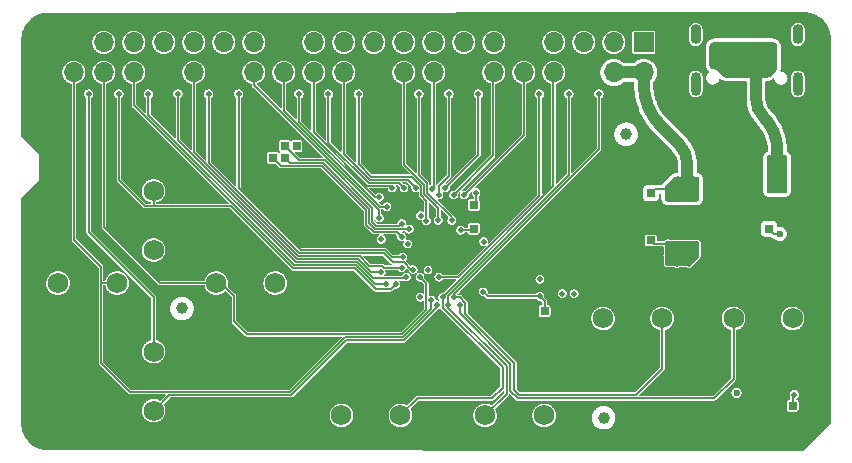
<source format=gbr>
%TF.GenerationSoftware,KiCad,Pcbnew,(6.0.7)*%
%TF.CreationDate,2022-09-06T16:20:21+10:00*%
%TF.ProjectId,SolderingInduction,536f6c64-6572-4696-9e67-496e64756374,3.0.0*%
%TF.SameCoordinates,PX7735940PY47868c0*%
%TF.FileFunction,Copper,L1,Top*%
%TF.FilePolarity,Positive*%
%FSLAX46Y46*%
G04 Gerber Fmt 4.6, Leading zero omitted, Abs format (unit mm)*
G04 Created by KiCad (PCBNEW (6.0.7)) date 2022-09-06 16:20:21*
%MOMM*%
%LPD*%
G01*
G04 APERTURE LIST*
G04 Aperture macros list*
%AMRoundRect*
0 Rectangle with rounded corners*
0 $1 Rounding radius*
0 $2 $3 $4 $5 $6 $7 $8 $9 X,Y pos of 4 corners*
0 Add a 4 corners polygon primitive as box body*
4,1,4,$2,$3,$4,$5,$6,$7,$8,$9,$2,$3,0*
0 Add four circle primitives for the rounded corners*
1,1,$1+$1,$2,$3*
1,1,$1+$1,$4,$5*
1,1,$1+$1,$6,$7*
1,1,$1+$1,$8,$9*
0 Add four rect primitives between the rounded corners*
20,1,$1+$1,$2,$3,$4,$5,0*
20,1,$1+$1,$4,$5,$6,$7,0*
20,1,$1+$1,$6,$7,$8,$9,0*
20,1,$1+$1,$8,$9,$2,$3,0*%
G04 Aperture macros list end*
%TA.AperFunction,ComponentPad*%
%ADD10R,1.700000X1.700000*%
%TD*%
%TA.AperFunction,ComponentPad*%
%ADD11O,1.700000X1.700000*%
%TD*%
%TA.AperFunction,TestPad*%
%ADD12RoundRect,0.075000X-0.300000X-0.300000X0.300000X-0.300000X0.300000X0.300000X-0.300000X0.300000X0*%
%TD*%
%TA.AperFunction,ComponentPad*%
%ADD13C,1.750000*%
%TD*%
%TA.AperFunction,SMDPad,CuDef*%
%ADD14C,1.000000*%
%TD*%
%TA.AperFunction,ComponentPad*%
%ADD15O,0.900000X1.700000*%
%TD*%
%TA.AperFunction,ComponentPad*%
%ADD16O,0.900000X2.000000*%
%TD*%
%TA.AperFunction,ViaPad*%
%ADD17C,0.600000*%
%TD*%
%TA.AperFunction,ViaPad*%
%ADD18C,0.508000*%
%TD*%
%TA.AperFunction,ViaPad*%
%ADD19C,0.460000*%
%TD*%
%TA.AperFunction,Conductor*%
%ADD20C,0.127000*%
%TD*%
%TA.AperFunction,Conductor*%
%ADD21C,0.177800*%
%TD*%
%TA.AperFunction,Conductor*%
%ADD22C,0.200000*%
%TD*%
%TA.AperFunction,Conductor*%
%ADD23C,1.000000*%
%TD*%
%TA.AperFunction,Conductor*%
%ADD24C,0.100000*%
%TD*%
G04 APERTURE END LIST*
D10*
%TO.P,J3,1,Pin_1*%
%TO.N,+3V3*%
X17900000Y17275000D03*
D11*
%TO.P,J3,2,Pin_2*%
%TO.N,/LDO_{VIN}*%
X17900000Y14735000D03*
%TO.P,J3,3,Pin_3*%
%TO.N,/$.GPIO1*%
X15360000Y17275000D03*
%TO.P,J3,4,Pin_4*%
%TO.N,/LDO_{VIN}*%
X15360000Y14735000D03*
%TO.P,J3,5,Pin_5*%
%TO.N,/$.GPIO2*%
X12820000Y17275000D03*
%TO.P,J3,6,Pin_6*%
%TO.N,GND*%
X12820000Y14735000D03*
%TO.P,J3,7,Pin_7*%
%TO.N,/$.GPIO6*%
X10280000Y17275000D03*
%TO.P,J3,8,Pin_8*%
%TO.N,/$.GPIO3*%
X10280000Y14735000D03*
%TO.P,J3,9,Pin_9*%
%TO.N,GND*%
X7740000Y17275000D03*
%TO.P,J3,10,Pin_10*%
%TO.N,/GPIO[15]{slash}RXD0*%
X7740000Y14735000D03*
%TO.P,J3,11,Pin_11*%
%TO.N,/$.GPIO27*%
X5200000Y17275000D03*
%TO.P,J3,12,Pin_12*%
%TO.N,/GPIO[18]{slash}PCM.CLK*%
X5200000Y14735000D03*
%TO.P,J3,13,Pin_13*%
%TO.N,/$.GPIO26*%
X2660000Y17275000D03*
%TO.P,J3,14,Pin_14*%
%TO.N,GND*%
X2660000Y14735000D03*
%TO.P,J3,15,Pin_15*%
%TO.N,/$.GPIO25*%
X120000Y17275000D03*
%TO.P,J3,16,Pin_16*%
%TO.N,/$.GPIO22*%
X120000Y14735000D03*
%TO.P,J3,17,Pin_17*%
%TO.N,+3V3*%
X-2420000Y17275000D03*
%TO.P,J3,18,Pin_18*%
%TO.N,/$.GPIO24*%
X-2420000Y14735000D03*
%TO.P,J3,19,Pin_19*%
%TO.N,/$.GPIO23*%
X-4960000Y17275000D03*
%TO.P,J3,20,Pin_20*%
%TO.N,GND*%
X-4960000Y14735000D03*
%TO.P,J3,21,Pin_21*%
%TO.N,/$.GPIO20*%
X-7500000Y17275000D03*
%TO.P,J3,22,Pin_22*%
%TO.N,/$.GPIO21*%
X-7500000Y14735000D03*
%TO.P,J3,23,Pin_23*%
%TO.N,/$.GPIO18*%
X-10040000Y17275000D03*
%TO.P,J3,24,Pin_24*%
%TO.N,/$.GPIO19*%
X-10040000Y14735000D03*
%TO.P,J3,25,Pin_25*%
%TO.N,GND*%
X-12580000Y17275000D03*
%TO.P,J3,26,Pin_26*%
%TO.N,/$.GPIO17*%
X-12580000Y14735000D03*
%TO.P,J3,27,Pin_27*%
%TO.N,/$.GPIO15*%
X-15120000Y17275000D03*
%TO.P,J3,28,Pin_28*%
%TO.N,/$.GPIO16*%
X-15120000Y14735000D03*
%TO.P,J3,29,Pin_29*%
%TO.N,/$.GPIO9*%
X-17660000Y17275000D03*
%TO.P,J3,30,Pin_30*%
%TO.N,GND*%
X-17660000Y14735000D03*
%TO.P,J3,31,Pin_31*%
%TO.N,/$.GPIO13*%
X-20200000Y17275000D03*
%TO.P,J3,32,Pin_32*%
%TO.N,/$.GPIO14*%
X-20200000Y14735000D03*
%TO.P,J3,33,Pin_33*%
%TO.N,/$.GPIO10*%
X-22740000Y17275000D03*
%TO.P,J3,34,Pin_34*%
%TO.N,GND*%
X-22740000Y14735000D03*
%TO.P,J3,35,Pin_35*%
%TO.N,/$.GPIO11*%
X-25280000Y17275000D03*
%TO.P,J3,36,Pin_36*%
%TO.N,/$.GPIO12*%
X-25280000Y14735000D03*
%TO.P,J3,37,Pin_37*%
%TO.N,/$.GPIO4*%
X-27820000Y17275000D03*
%TO.P,J3,38,Pin_38*%
%TO.N,/$.GPIO8*%
X-27820000Y14735000D03*
%TO.P,J3,39,Pin_39*%
%TO.N,GND*%
X-30360000Y17275000D03*
%TO.P,J3,40,Pin_40*%
%TO.N,/$.GPIO5*%
X-30360000Y14735000D03*
%TD*%
D12*
%TO.P,TP11,1,1*%
%TO.N,+3V3*%
X-11500000Y8500000D03*
%TD*%
%TO.P,TP7,1,1*%
%TO.N,GND*%
X-13500000Y8500000D03*
%TD*%
%TO.P,TP6,1,1*%
%TO.N,Net-(U4-Pad25)*%
X-12500000Y7500000D03*
%TD*%
%TO.P,TP4,1,1*%
%TO.N,Net-(U4-Pad24)*%
X-13500000Y7500000D03*
%TD*%
%TO.P,TP3,1,1*%
%TO.N,Net-(U4-Pad26)*%
X-12500000Y8500000D03*
%TD*%
D13*
%TO.P,SW3,1,1*%
%TO.N,GND*%
X-26700000Y-6050000D03*
X-31700000Y-6100000D03*
%TO.P,SW3,2,2*%
%TO.N,/$.GPIO5*%
X-26700000Y-3100000D03*
X-31700000Y-3100000D03*
%TD*%
D12*
%TO.P,TP5,1,1*%
%TO.N,/$.GPIO25*%
X30500000Y-13500000D03*
%TD*%
D13*
%TO.P,SW6,1,1*%
%TO.N,GND*%
X25500000Y-3150000D03*
X30500000Y-3100000D03*
%TO.P,SW6,2,2*%
%TO.N,/$.GPIO0*%
X25500000Y-6100000D03*
X30500000Y-6100000D03*
%TD*%
D12*
%TO.P,TP2,1,1*%
%TO.N,+1V2*%
X3500000Y1500000D03*
%TD*%
%TO.P,TP10,1,1*%
%TO.N,/LDO_{VIN}*%
X18500000Y4500000D03*
%TD*%
D13*
%TO.P,SW5,1,1*%
%TO.N,GND*%
X-20650000Y4700000D03*
X-20600000Y-300000D03*
%TO.P,SW5,2,2*%
%TO.N,/$.GPIO11*%
X-23600000Y-300000D03*
X-23600000Y4700000D03*
%TD*%
D12*
%TO.P,TP9,1,1*%
%TO.N,+3V3*%
X18500000Y500000D03*
%TD*%
D14*
%TO.P,FID3,*%
%TO.N,*%
X16400000Y9500000D03*
%TD*%
D13*
%TO.P,SW1,1,1*%
%TO.N,GND*%
X-20650000Y-8900000D03*
X-20600000Y-13900000D03*
%TO.P,SW1,2,2*%
%TO.N,/$.GPIO4*%
X-23600000Y-8900000D03*
X-23600000Y-13900000D03*
%TD*%
D12*
%TO.P,TP1,1,1*%
%TO.N,+3V3*%
X3500000Y3500000D03*
%TD*%
D14*
%TO.P,FID2,*%
%TO.N,*%
X14500000Y-14500000D03*
%TD*%
D13*
%TO.P,SW2,1,1*%
%TO.N,GND*%
X9460000Y-11300000D03*
X4460000Y-11350000D03*
%TO.P,SW2,2,2*%
%TO.N,/$.GPIO2*%
X4460000Y-14300000D03*
X9460000Y-14300000D03*
%TD*%
%TO.P,SW8,1,1*%
%TO.N,GND*%
X-7700000Y-11350000D03*
X-2700000Y-11300000D03*
%TO.P,SW8,2,2*%
%TO.N,/$.GPIO3*%
X-7700000Y-14300000D03*
X-2700000Y-14300000D03*
%TD*%
D12*
%TO.P,TP8,1,1*%
%TO.N,VBUS*%
X28500000Y1500000D03*
%TD*%
D13*
%TO.P,SW7,1,1*%
%TO.N,GND*%
X-13300000Y-6050000D03*
X-18300000Y-6100000D03*
%TO.P,SW7,2,2*%
%TO.N,/$.GPIO8*%
X-13300000Y-3100000D03*
X-18300000Y-3100000D03*
%TD*%
%TO.P,SW4,1,1*%
%TO.N,GND*%
X14450000Y-3150000D03*
X19450000Y-3100000D03*
%TO.P,SW4,2,2*%
%TO.N,/$.GPIO1*%
X19450000Y-6100000D03*
X14450000Y-6100000D03*
%TD*%
D12*
%TO.P,TP12,1,1*%
%TO.N,/~{CS}*%
X9500000Y-5500000D03*
%TD*%
D14*
%TO.P,FID1,*%
%TO.N,*%
X-21200000Y-5250000D03*
%TD*%
D15*
%TO.P,J1,S1,SHIELD*%
%TO.N,unconnected-(J1-PadS1)*%
X22305000Y17940000D03*
D16*
X30945000Y13770000D03*
X22305000Y13770000D03*
D15*
X30945000Y17940000D03*
%TD*%
D17*
%TO.N,GND*%
X22400000Y-10500000D03*
D18*
X-12300000Y-11650000D03*
X-12300000Y-13600000D03*
X-14600000Y9700000D03*
X-1750000Y11950000D03*
%TO.N,/$.GPIO25*%
X30650000Y-12550000D03*
D17*
%TO.N,GND*%
X700000Y8900000D03*
D18*
%TO.N,/$.GPIO6*%
X9050000Y12900000D03*
D19*
X550000Y-2600000D03*
%TO.N,/$.GPIO7*%
X-375000Y-2000000D03*
D18*
%TO.N,/USB_VBUS*%
X28000000Y15750000D03*
X27000000Y15750000D03*
X26000000Y15750000D03*
X25000000Y15750000D03*
X24000000Y15750000D03*
X28000000Y16750000D03*
X27000000Y16750000D03*
X26000000Y16750000D03*
X25000000Y16750000D03*
X24000000Y16750000D03*
%TO.N,GND*%
X-13500000Y8500000D03*
%TO.N,+3V3*%
X-11500000Y8500000D03*
%TO.N,/$.GPIO11*%
X-26550000Y12900000D03*
%TO.N,/$.GPIO4*%
X-29100000Y12900000D03*
%TO.N,/$.GPIO1*%
X14100000Y12900000D03*
%TO.N,/$.GPIO2*%
X11550000Y12900000D03*
%TO.N,/$.GPIO27*%
X3900000Y12900000D03*
%TO.N,/$.GPIO26*%
X1400000Y12900000D03*
%TO.N,/$.GPIO25*%
X-1150000Y12900000D03*
%TO.N,/$.GPIO23*%
X-6250000Y12900000D03*
%TO.N,/$.GPIO20*%
X-8800000Y12900000D03*
%TO.N,/$.GPIO18*%
X-11300000Y12900000D03*
%TO.N,/$.GPIO15*%
X-16400000Y12900000D03*
%TO.N,/$.GPIO9*%
X-18950000Y12900000D03*
%TO.N,/$.GPIO13*%
X-21550000Y12900000D03*
%TO.N,/$.GPIO10*%
X-24050000Y12900000D03*
D17*
%TO.N,GND*%
X30650000Y-11100000D03*
%TO.N,+3V3*%
X25750000Y-12400000D03*
D19*
%TO.N,GND*%
X-33500000Y9050000D03*
X-33500000Y11100000D03*
X-32100000Y7450001D03*
X-32085786Y5464214D03*
X-33500000Y3000000D03*
X11500000Y-250000D03*
%TO.N,/$.GPIO17*%
X-3850000Y3350000D03*
%TO.N,+3V3*%
X19940000Y220000D03*
X-2100000Y200000D03*
X4350000Y400000D03*
X3700000Y4550000D03*
X-999996Y2600000D03*
X-1006513Y-4300000D03*
X21700000Y-1450000D03*
X12000000Y-4000000D03*
X20750000Y-1450000D03*
X11000000Y-4000000D03*
X9100000Y-2790000D03*
X19940000Y-780000D03*
D17*
%TO.N,VBUS*%
X29400000Y1050000D03*
D19*
%TO.N,+1V2*%
X2400000Y1367833D03*
X-4319997Y600001D03*
%TO.N,GND*%
X32500000Y-5000000D03*
X5500000Y-16000000D03*
D17*
X5250000Y-7100000D03*
D19*
X32500000Y-1000000D03*
X-33500000Y-13000000D03*
X-6500000Y18500000D03*
X-33500000Y13000000D03*
X-16500000Y-16000000D03*
D17*
X-9450000Y3000000D03*
D19*
X32500000Y7000000D03*
X1500000Y18500000D03*
X-33500000Y1000000D03*
X27740000Y5470000D03*
X32500000Y11000000D03*
X5500000Y-16000000D03*
X-33500000Y-5000000D03*
X31000000Y-15700000D03*
X1250000Y-1250000D03*
X-22500000Y-16000000D03*
X-32500000Y18500000D03*
X-24500000Y18500000D03*
X-10500000Y-16000000D03*
X-1250000Y1250000D03*
X-33500000Y-7000000D03*
X0Y-1250000D03*
X-24500000Y-16000000D03*
X-28500000Y-16000000D03*
X23500000Y-16000000D03*
X-30500000Y18500000D03*
X25500000Y-16000000D03*
X-500000Y-16000000D03*
X-28500000Y18500000D03*
X11500000Y18500000D03*
X7500000Y-16000000D03*
D17*
X-9500000Y450000D03*
D19*
X-30500000Y-16000000D03*
X29800000Y12250000D03*
D17*
X2500000Y8900000D03*
D19*
X22350000Y12250000D03*
X3500000Y-16000000D03*
D17*
X-3800000Y8900000D03*
D19*
X3500000Y-16000000D03*
D17*
X-1650000Y-8782167D03*
D19*
X-8500000Y-16000000D03*
X0Y1250000D03*
X13500000Y18500000D03*
X32500000Y15000000D03*
X3500000Y18500000D03*
X1500000Y-16000000D03*
X27500000Y-16000000D03*
X-18500000Y-16000000D03*
D17*
X2750004Y-8782167D03*
D19*
X1500000Y-16000000D03*
X23450000Y12250000D03*
X5500000Y-16000000D03*
X5500000Y-16000000D03*
X-1250000Y0D03*
D17*
X7700000Y5200000D03*
X-1700000Y8900000D03*
X-9150000Y-3550000D03*
D19*
X-32500000Y-16000000D03*
X32500000Y3000000D03*
X32500000Y-3000000D03*
X21100000Y13750000D03*
X-33500000Y-1000000D03*
X-6500000Y-16000000D03*
X-14500000Y18500000D03*
D17*
X-9450000Y4500000D03*
D19*
X30900000Y12250000D03*
X-33500000Y17000000D03*
X-26500000Y18500000D03*
X16490000Y-130000D03*
X32500000Y-9000000D03*
X-26500000Y-16000000D03*
X7500000Y-16000000D03*
X-20500000Y-16000000D03*
X-14500000Y-16000000D03*
X27740000Y4070000D03*
X-4500000Y18500000D03*
D17*
X550000Y-8782167D03*
D19*
X13790000Y-130000D03*
X1250000Y1250000D03*
X27930000Y-900000D03*
X-8500000Y18500000D03*
X32500000Y5000000D03*
X-16500000Y18500000D03*
D17*
X-9150000Y-5550000D03*
D19*
X1250000Y0D03*
D17*
X22400000Y11000000D03*
D19*
X11500000Y-16000000D03*
D17*
X-3649996Y-8782167D03*
D19*
X-2500000Y-16000000D03*
X-33500000Y-3000000D03*
X19940000Y2720000D03*
X19500000Y18500000D03*
X1500000Y-16000000D03*
X16490000Y4370000D03*
X7500000Y-16000000D03*
X0Y0D03*
X24500000Y18500000D03*
X9500000Y-16000000D03*
X-33500000Y15000000D03*
X13790000Y4370000D03*
X-33500000Y-9000000D03*
D17*
X31450000Y11000000D03*
D19*
X3500000Y-16000000D03*
X32500000Y-13000000D03*
X19940000Y1520000D03*
X-500000Y-16000000D03*
X32500000Y1000000D03*
X32500000Y9000000D03*
X32500000Y17000000D03*
X-33500000Y-15000000D03*
D17*
X4550000Y8900000D03*
D19*
X32500000Y-7000000D03*
X15500000Y-16000000D03*
X3500000Y-16000000D03*
X21500000Y-16000000D03*
X-33500000Y-11000000D03*
X26500000Y18500000D03*
D17*
X-9500000Y1500000D03*
D19*
X13500000Y-16000000D03*
X32000000Y-14700000D03*
X27930000Y500000D03*
X-1250000Y-1250000D03*
X29500000Y-16000000D03*
X9500000Y18500000D03*
X28500000Y18500000D03*
X-4500000Y-16000000D03*
X-4299996Y-1132167D03*
X31180000Y4770000D03*
X9500000Y-16000000D03*
X19500000Y-16000000D03*
X32500000Y-11000000D03*
X-500000Y18500000D03*
X21100000Y12250000D03*
X32500000Y13000000D03*
X-18500000Y18500000D03*
X-12500000Y-16000000D03*
X17500000Y-16000000D03*
%TO.N,/LDO_{VIN}*%
X19940000Y4820000D03*
X20790000Y5670000D03*
X22090000Y5670000D03*
X19940000Y4020000D03*
%TO.N,/~{CS}*%
X4300000Y-3850000D03*
X9100000Y-4232167D03*
%TO.N,/USB_VBUS*%
X28430000Y14750000D03*
D17*
X29200000Y7300000D03*
X29200000Y5300000D03*
X29200000Y6300000D03*
D19*
X24925000Y14750000D03*
%TO.N,Net-(U4-Pad24)*%
X-2590013Y800000D03*
%TO.N,Net-(U4-Pad25)*%
X-1960012Y1457817D03*
%TO.N,Net-(U4-Pad26)*%
X-2590013Y1932816D03*
%TO.N,/$.GPIO2*%
X1349987Y-4952182D03*
%TO.N,/$.GPIO3*%
X874986Y-4325014D03*
%TO.N,/$.GPIO4*%
X399986Y-4950014D03*
%TO.N,/$.GPIO14*%
X-2580011Y-1797183D03*
%TO.N,/$.GPIO15*%
X-2500000Y-896667D03*
%TO.N,/$.GPIO16*%
X-4500000Y2400000D03*
%TO.N,/$.GPIO18*%
X-4500000Y4150000D03*
%TO.N,/$.GPIO19*%
X-3400000Y4950000D03*
%TO.N,/$.GPIO20*%
X-2400000Y4950000D03*
%TO.N,/$.GPIO10*%
X-2200000Y-2600000D03*
%TO.N,/$.GPIO9*%
X-1625014Y-1962184D03*
%TO.N,/$.GPIO21*%
X-1400000Y4950000D03*
%TO.N,/$.GPIO11*%
X-3100000Y-3200000D03*
%TO.N,/$.GPIO8*%
X-1050000Y-2600000D03*
%TO.N,/$.GPIO1*%
X1824987Y-4322182D03*
%TO.N,/$.GPIO5*%
X-93513Y-4550000D03*
%TO.N,/$.GPIO12*%
X-3900000Y-3200000D03*
%TO.N,/$.GPIO13*%
X-4336099Y-2186099D03*
%TO.N,/$.GPIO22*%
X0Y4850000D03*
%TO.N,/$.GPIO24*%
X500000Y2200000D03*
%TO.N,/$.GPIO25*%
X1650000Y2200000D03*
%TO.N,/$.GPIO26*%
X550000Y4350000D03*
%TO.N,/$.GPIO27*%
X1100000Y4950000D03*
%TO.N,/GPIO[18]{slash}PCM.CLK*%
X1800003Y4349997D03*
%TO.N,/GPIO[15]{slash}RXD0*%
X2700000Y4350000D03*
%TO.N,/$.GPIO0*%
X2300000Y-4950000D03*
%TO.N,/$.GPIO23*%
X-500000Y2150000D03*
%TD*%
D20*
%TO.N,/$.GPIO2*%
X1349987Y-4952182D02*
X1349987Y-4177049D01*
X1349987Y-4177049D02*
X11550000Y6022964D01*
X11550000Y6022964D02*
X11550000Y12800000D01*
%TO.N,/$.GPIO5*%
X-93513Y-4550000D02*
X-93513Y-5293513D01*
X-93513Y-5293513D02*
X-2496000Y-7696000D01*
X-2496000Y-7696000D02*
X-7405210Y-7696000D01*
X-7405210Y-7696000D02*
X-12055210Y-12346000D01*
X-12055210Y-12346000D02*
X-25600000Y-12346000D01*
X-25600000Y-12346000D02*
X-28050000Y-9896000D01*
X-28050000Y-9896000D02*
X-28050000Y-1750000D01*
%TO.N,/$.GPIO14*%
X-2580011Y-1797183D02*
X-4102817Y-1797183D01*
X-4102817Y-1797183D02*
X-4250000Y-1650000D01*
X-4250000Y-1650000D02*
X-5359210Y-1650000D01*
X-5359210Y-1650000D02*
X-6155210Y-854000D01*
X-11359160Y-854000D02*
X-20200000Y7986840D01*
X-20200000Y7986840D02*
X-20200000Y14735000D01*
X-6155210Y-854000D02*
X-11359160Y-854000D01*
%TO.N,/$.GPIO9*%
X-18950000Y12900000D02*
X-18950000Y7096050D01*
X-18950000Y7096050D02*
X-11253950Y-600000D01*
X-11253950Y-600000D02*
X-4100000Y-600000D01*
X-4100000Y-600000D02*
X-3341317Y-1358683D01*
X-3341317Y-1358683D02*
X-2398378Y-1358683D01*
X-2398378Y-1358683D02*
X-1794877Y-1962184D01*
X-1794877Y-1962184D02*
X-1625014Y-1962184D01*
%TO.N,/$.GPIO11*%
X-3100000Y-3200000D02*
X-3538500Y-3638500D01*
X-3538500Y-3638500D02*
X-4807550Y-3638500D01*
X-4807550Y-3638500D02*
X-6576050Y-1870000D01*
X-17050000Y3400000D02*
X-23600000Y3400000D01*
X-6576050Y-1870000D02*
X-11780000Y-1870000D01*
X-11780000Y-1870000D02*
X-17050000Y3400000D01*
%TO.N,/$.GPIO15*%
X-2500000Y-896667D02*
X-3444123Y-896667D01*
X-3444123Y-896667D02*
X-3994790Y-346000D01*
X-3994790Y-346000D02*
X-11148740Y-346000D01*
X-11148740Y-346000D02*
X-16400000Y4905260D01*
X-16400000Y4905260D02*
X-16400000Y12900000D01*
%TO.N,/$.GPIO12*%
X-3900000Y-3200000D02*
X-4886840Y-3200000D01*
X-4886840Y-3200000D02*
X-6470840Y-1616000D01*
X-6470840Y-1616000D02*
X-11674790Y-1616000D01*
X-11674790Y-1616000D02*
X-25280000Y11989210D01*
X-25280000Y11989210D02*
X-25280000Y14735000D01*
%TO.N,/$.GPIO10*%
X-2200000Y-2600000D02*
X-2300000Y-2700000D01*
X-2300000Y-2700000D02*
X-5027630Y-2700000D01*
X-6365630Y-1362000D02*
X-11569580Y-1362000D01*
X-5027630Y-2700000D02*
X-6365630Y-1362000D01*
X-11569580Y-1362000D02*
X-24050000Y11118420D01*
X-24050000Y11118420D02*
X-24050000Y12900000D01*
%TO.N,/$.GPIO13*%
X-21550000Y12900000D02*
X-21550000Y8977630D01*
X-21550000Y8977630D02*
X-11464370Y-1108000D01*
X-11464370Y-1108000D02*
X-6260420Y-1108000D01*
X-6260420Y-1108000D02*
X-5182321Y-2186099D01*
X-5182321Y-2186099D02*
X-4336099Y-2186099D01*
%TO.N,/~{CS}*%
X9500000Y-5500000D02*
X9500000Y-4632167D01*
X9500000Y-4632167D02*
X9100000Y-4232167D01*
%TO.N,/$.GPIO5*%
X-28050000Y-1750000D02*
X-30360000Y560000D01*
X-30360000Y560000D02*
X-30360000Y14735000D01*
%TO.N,/$.GPIO8*%
X-18300000Y-3100000D02*
X-23100000Y-3100000D01*
X-27800000Y14715000D02*
X-27820000Y14735000D01*
X-23100000Y-3100000D02*
X-27800000Y1600000D01*
X-27800000Y1600000D02*
X-27800000Y14715000D01*
D21*
%TO.N,/$.GPIO3*%
X874986Y-4325014D02*
X874986Y-5174986D01*
X874986Y-5174986D02*
X5950000Y-10250000D01*
X5950000Y-10250000D02*
X5950000Y-11950000D01*
X5950000Y-11950000D02*
X5050000Y-12850000D01*
X-1250000Y-12850000D02*
X-2700000Y-14300000D01*
X5050000Y-12850000D02*
X-1250000Y-12850000D01*
%TO.N,/$.GPIO0*%
X2299986Y-4952183D02*
X2299986Y-5675090D01*
X2299986Y-5675090D02*
X6604000Y-9979104D01*
X6604000Y-9979104D02*
X6604000Y-12254000D01*
X6604000Y-12254000D02*
X7227000Y-12877000D01*
X7227000Y-12877000D02*
X23823000Y-12877000D01*
X23823000Y-12877000D02*
X25500000Y-11200000D01*
X25500000Y-11200000D02*
X25500000Y-6100000D01*
%TO.N,/$.GPIO1*%
X1824987Y-4322182D02*
X2343934Y-4322182D01*
X2343934Y-4322182D02*
X2775000Y-4753248D01*
X2775000Y-4753248D02*
X2775000Y-5687656D01*
X2775000Y-5687656D02*
X6931000Y-9843656D01*
X6931000Y-9843656D02*
X6931000Y-12118552D01*
X6931000Y-12118552D02*
X7362448Y-12550000D01*
X7362448Y-12550000D02*
X17250000Y-12550000D01*
X17250000Y-12550000D02*
X19450000Y-10350000D01*
X19450000Y-10350000D02*
X19450000Y-6100000D01*
D20*
%TO.N,/$.GPIO11*%
X-23600000Y3400000D02*
X-24300000Y3400000D01*
X-23600000Y4700000D02*
X-23600000Y3400000D01*
%TO.N,/$.GPIO5*%
X-28050000Y-1750000D02*
X-28050000Y-3050000D01*
X-28050000Y-3050000D02*
X-28000000Y-3100000D01*
X-28000000Y-3100000D02*
X-26700000Y-3100000D01*
%TO.N,/$.GPIO8*%
X-1050000Y-2600000D02*
X-513513Y-3136487D01*
X-513513Y-3136487D02*
X-513513Y-5354303D01*
X-513513Y-5354303D02*
X-2601210Y-7442000D01*
X-2601210Y-7442000D02*
X-15708000Y-7442000D01*
X-15708000Y-7442000D02*
X-16800000Y-6350000D01*
X-16800000Y-6350000D02*
X-16800000Y-4200000D01*
X-16800000Y-4200000D02*
X-17900000Y-3100000D01*
X-17900000Y-3100000D02*
X-18300000Y-3100000D01*
%TO.N,/$.GPIO4*%
X399986Y-4950014D02*
X399986Y-5159224D01*
X-22300000Y-12600000D02*
X-23600000Y-13900000D01*
X399986Y-5159224D02*
X-2390790Y-7950000D01*
X-2390790Y-7950000D02*
X-7300000Y-7950000D01*
X-7300000Y-7950000D02*
X-11950000Y-12600000D01*
X-11950000Y-12600000D02*
X-22300000Y-12600000D01*
D21*
%TO.N,/$.GPIO2*%
X1349987Y-4952182D02*
X1349987Y-5187539D01*
X1349987Y-5187539D02*
X6277000Y-10114552D01*
X6277000Y-10114552D02*
X6277000Y-12483000D01*
X6277000Y-12483000D02*
X4460000Y-14300000D01*
D20*
%TO.N,/$.GPIO11*%
X-24300000Y3400000D02*
X-26550000Y5650000D01*
X-26550000Y5650000D02*
X-26550000Y12900000D01*
%TO.N,/$.GPIO17*%
X-3850000Y3350000D02*
X-4440790Y3350000D01*
X-4440790Y3350000D02*
X-12580000Y11489210D01*
X-12580000Y11489210D02*
X-12580000Y14735000D01*
%TO.N,/$.GPIO16*%
X-14650000Y13200000D02*
X-15120000Y13670000D01*
X-15120000Y13670000D02*
X-15120000Y14735000D01*
%TO.N,/$.GPIO19*%
X-3400000Y4950000D02*
X-3584500Y5134500D01*
X-3584500Y5134500D02*
X-5506870Y5134500D01*
X-10050000Y9677630D02*
X-10050000Y14725000D01*
X-10050000Y14725000D02*
X-10040000Y14735000D01*
X-5506870Y5134500D02*
X-10050000Y9677630D01*
%TO.N,/$.GPIO21*%
X-1400000Y4950000D02*
X-2092500Y5642500D01*
X-2092500Y5642500D02*
X-5296450Y5642500D01*
X-5296450Y5642500D02*
X-7500000Y7846050D01*
X-7500000Y7846050D02*
X-7500000Y14735000D01*
%TO.N,/$.GPIO3*%
X874986Y-4325014D02*
X874986Y-4292840D01*
X874986Y-4292840D02*
X10250000Y5082174D01*
X10250000Y5082174D02*
X10250000Y14705000D01*
X10250000Y14705000D02*
X10280000Y14735000D01*
%TO.N,/GPIO[15]{slash}RXD0*%
X2700000Y4350000D02*
X7750000Y9400000D01*
X7750000Y9400000D02*
X7750000Y14725000D01*
X7750000Y14725000D02*
X7740000Y14735000D01*
%TO.N,/GPIO[18]{slash}PCM.CLK*%
X1800003Y4349997D02*
X5150000Y7699994D01*
X5150000Y7699994D02*
X5150000Y14685000D01*
X5150000Y14685000D02*
X5200000Y14735000D01*
%TO.N,/$.GPIO22*%
X0Y4850000D02*
X100000Y4950000D01*
X100000Y4950000D02*
X100000Y14715000D01*
X100000Y14715000D02*
X120000Y14735000D01*
%TO.N,/$.GPIO24*%
X500000Y2200000D02*
X500000Y3240790D01*
X500000Y3240790D02*
X-696000Y4436790D01*
X-696000Y4436790D02*
X-696000Y5225343D01*
X-696000Y5225343D02*
X-2400000Y6929343D01*
X-2400000Y6929343D02*
X-2400000Y14715000D01*
X-2400000Y14715000D02*
X-2420000Y14735000D01*
D21*
%TO.N,/$.GPIO25*%
X30500000Y-13500000D02*
X30500000Y-12700000D01*
X30500000Y-12700000D02*
X30650000Y-12550000D01*
D20*
%TO.N,Net-(U4-Pad24)*%
X-13500000Y7500000D02*
X-12796000Y6796000D01*
X-12796000Y6796000D02*
X-9323630Y6796000D01*
X-9323630Y6796000D02*
X-5608000Y3080370D01*
X-5608000Y3080370D02*
X-5608000Y1839580D01*
X-5608000Y1839580D02*
X-4972237Y1203817D01*
X-4972237Y1203817D02*
X-2993830Y1203817D01*
X-2993830Y1203817D02*
X-2590013Y800000D01*
%TO.N,Net-(U4-Pad26)*%
X-2590013Y1932816D02*
X-2811012Y1711817D01*
X-2811012Y1711817D02*
X-4761817Y1711817D01*
X-4761817Y1711817D02*
X-5100000Y2050000D01*
X-5100000Y2050000D02*
X-5100000Y3290790D01*
X-5100000Y3290790D02*
X-9113210Y7304000D01*
X-9113210Y7304000D02*
X-11304000Y7304000D01*
X-11304000Y7304000D02*
X-12500000Y8500000D01*
%TO.N,Net-(U4-Pad25)*%
X-1960012Y1457817D02*
X-4867027Y1457817D01*
X-4867027Y1457817D02*
X-5354000Y1944790D01*
X-5354000Y3185580D02*
X-9218420Y7050000D01*
X-5354000Y1944790D02*
X-5354000Y3185580D01*
X-9218420Y7050000D02*
X-12050000Y7050000D01*
X-12050000Y7050000D02*
X-12500000Y7500000D01*
D22*
%TO.N,VBUS*%
X28500000Y1500000D02*
X28950000Y1050000D01*
X28950000Y1050000D02*
X29400000Y1050000D01*
D21*
%TO.N,/LDO_{VIN}*%
X18500000Y4500000D02*
X18820000Y4820000D01*
X18820000Y4820000D02*
X19940000Y4820000D01*
%TO.N,+3V3*%
X18500000Y500000D02*
X18780000Y220000D01*
X18780000Y220000D02*
X19940000Y220000D01*
D20*
%TO.N,+1V2*%
X2400000Y1367833D02*
X3367833Y1367833D01*
X3367833Y1367833D02*
X3500000Y1500000D01*
D21*
%TO.N,+3V3*%
X3700000Y4550000D02*
X3700000Y3700000D01*
X3700000Y3700000D02*
X3500000Y3500000D01*
D20*
%TO.N,/$.GPIO6*%
X550000Y-2600000D02*
X2208616Y-2600000D01*
X2208616Y-2600000D02*
X9050000Y4241384D01*
X9050000Y4241384D02*
X9050000Y12900000D01*
%TO.N,/$.GPIO16*%
X-14650000Y13200000D02*
X-4500000Y3050000D01*
X-4500000Y3050000D02*
X-4500000Y2400000D01*
%TO.N,/$.GPIO4*%
X-23600000Y-8900000D02*
X-23600000Y-4300000D01*
X-23600000Y-4300000D02*
X-29100000Y1200000D01*
X-29100000Y1200000D02*
X-29100000Y12900000D01*
%TO.N,/$.GPIO20*%
X-8800000Y12900000D02*
X-8800000Y8786840D01*
X-8800000Y8786840D02*
X-5401660Y5388500D01*
X-5401660Y5388500D02*
X-2838500Y5388500D01*
X-2838500Y5388500D02*
X-2400000Y4950000D01*
%TO.N,/$.GPIO23*%
X-6250000Y12900000D02*
X-6250000Y6955260D01*
X-6250000Y6955260D02*
X-5191240Y5896500D01*
X-5191240Y5896500D02*
X-1726367Y5896500D01*
X-1726367Y5896500D02*
X-950000Y5120133D01*
X-950000Y5120133D02*
X-950000Y4331580D01*
X-950000Y4331580D02*
X-500000Y3881580D01*
X-500000Y3881580D02*
X-500000Y2150000D01*
%TO.N,/$.GPIO27*%
X1100000Y4950000D02*
X3900000Y7750000D01*
X3900000Y7750000D02*
X3900000Y12900000D01*
%TO.N,/$.GPIO1*%
X1824987Y-4322182D02*
X1824987Y-4061259D01*
X1824987Y-4061259D02*
X14100000Y8213754D01*
X14100000Y8213754D02*
X14100000Y12900000D01*
%TO.N,/$.GPIO18*%
X-11300000Y10568420D02*
X-11300000Y12900000D01*
X-4500000Y4150000D02*
X-4881580Y4150000D01*
X-4881580Y4150000D02*
X-11300000Y10568420D01*
%TO.N,/$.GPIO25*%
X1650000Y2200000D02*
X1650000Y2450000D01*
X1650000Y2450000D02*
X-438500Y4538500D01*
X-438500Y4538500D02*
X-438500Y5327053D01*
X-438500Y5327053D02*
X-1150000Y6038553D01*
X-1150000Y6038553D02*
X-1150000Y12900000D01*
%TO.N,/$.GPIO26*%
X550000Y4350000D02*
X550000Y5100000D01*
X550000Y5100000D02*
X1400000Y5950000D01*
X1400000Y5950000D02*
X1400000Y12900000D01*
D23*
%TO.N,/LDO_{VIN}*%
X17900000Y13700609D02*
X17900000Y14735000D01*
X21600000Y4479327D02*
X21600000Y6920674D01*
X19350000Y10200000D02*
X20872156Y8677844D01*
X15360000Y14735000D02*
X17900000Y14735000D01*
X21599985Y6920674D02*
G75*
G03*
X20872156Y8677844I-2484985J26D01*
G01*
X17900005Y13700609D02*
G75*
G03*
X19350001Y10200001I4950595J-9D01*
G01*
D22*
%TO.N,/~{CS}*%
X4300000Y-3850000D02*
X4682167Y-4232167D01*
X4682167Y-4232167D02*
X9100000Y-4232167D01*
D23*
%TO.N,/USB_VBUS*%
X27400000Y15700000D02*
X27400000Y12519238D01*
X29200000Y8173655D02*
X29200000Y7300000D01*
D20*
X24925000Y14750000D02*
X24925000Y14760945D01*
D23*
X28049989Y10949989D02*
G75*
G02*
X27400000Y12519238I1569211J1569211D01*
G01*
X29199981Y8173655D02*
G75*
G03*
X28050000Y10950000I-3926281J45D01*
G01*
D22*
%TO.N,/$.GPIO3*%
X874986Y-4322184D02*
X874986Y-4325014D01*
%TO.N,/$.GPIO13*%
X-4336099Y-2186099D02*
X-4320014Y-2202184D01*
D24*
%TO.N,/$.GPIO0*%
X2300000Y-4952169D02*
X2299986Y-4952183D01*
X2300000Y-4950000D02*
X2300000Y-4952169D01*
D21*
%TO.N,/GPIO[18]{slash}PCM.CLK*%
X4985000Y14735000D02*
X5200000Y14735000D01*
%TD*%
%TA.AperFunction,Conductor*%
%TO.N,/USB_VBUS*%
G36*
X28753450Y17309703D02*
G01*
X28753934Y17309699D01*
X28755711Y17309686D01*
X28756633Y17309672D01*
X28758780Y17309624D01*
X28759231Y17309613D01*
X28789249Y17308725D01*
X28792870Y17308512D01*
X28810539Y17306960D01*
X28817712Y17305908D01*
X28835108Y17302315D01*
X28838638Y17301478D01*
X28899408Y17285199D01*
X28903322Y17284012D01*
X28922271Y17277581D01*
X28929824Y17274453D01*
X28947777Y17265601D01*
X28951381Y17263676D01*
X28964485Y17256111D01*
X29005838Y17232238D01*
X29008928Y17230332D01*
X29023779Y17220567D01*
X29029606Y17216230D01*
X29043239Y17204795D01*
X29045948Y17202386D01*
X29067865Y17181718D01*
X29069733Y17179931D01*
X29070305Y17179375D01*
X29071942Y17177761D01*
X29072256Y17177449D01*
X29100753Y17148952D01*
X29101134Y17148567D01*
X29103491Y17146161D01*
X29104292Y17145325D01*
X29106653Y17142812D01*
X29106909Y17142537D01*
X29121972Y17126159D01*
X29126482Y17121255D01*
X29130011Y17117062D01*
X29146356Y17095821D01*
X29152247Y17086594D01*
X29164635Y17062827D01*
X29166954Y17057858D01*
X29192398Y16996436D01*
X29194269Y16991292D01*
X29202322Y16965712D01*
X29204682Y16955019D01*
X29208143Y16928429D01*
X29208612Y16922969D01*
X29209818Y16894062D01*
X29209834Y16893605D01*
X29209935Y16890424D01*
X29209936Y16890386D01*
X29209963Y16889091D01*
X29209991Y16886433D01*
X29209997Y16885817D01*
X29210000Y16885181D01*
X29210000Y15193536D01*
X29209998Y15193012D01*
X29209977Y15190506D01*
X29209961Y15189525D01*
X29209900Y15186993D01*
X29209885Y15186460D01*
X29208641Y15148325D01*
X29208424Y15144778D01*
X29206847Y15127292D01*
X29205801Y15120237D01*
X29202235Y15103043D01*
X29201409Y15099570D01*
X29181732Y15026130D01*
X29180776Y15022563D01*
X29179589Y15018649D01*
X29173152Y14999686D01*
X29170024Y14992134D01*
X29161167Y14974173D01*
X29159239Y14970566D01*
X29119383Y14901531D01*
X29117503Y14898480D01*
X29107877Y14883817D01*
X29103612Y14878067D01*
X29092377Y14864607D01*
X29090006Y14861926D01*
X29066639Y14836984D01*
X29063890Y14834050D01*
X29063542Y14833682D01*
X29061849Y14831904D01*
X29061131Y14831162D01*
X29059324Y14829326D01*
X29058973Y14828973D01*
X28727351Y14497351D01*
X28727031Y14497033D01*
X28725358Y14495384D01*
X28724803Y14494845D01*
X28722984Y14493104D01*
X28722816Y14492945D01*
X28676496Y14449297D01*
X28673786Y14446889D01*
X28660182Y14435484D01*
X28654366Y14431156D01*
X28639536Y14421405D01*
X28636450Y14419502D01*
X28544921Y14366655D01*
X28523771Y14354443D01*
X28523762Y14354438D01*
X28520153Y14352509D01*
X28502200Y14343656D01*
X28494649Y14340528D01*
X28475681Y14334089D01*
X28471770Y14332903D01*
X28346100Y14299229D01*
X28342575Y14298393D01*
X28325173Y14294797D01*
X28318001Y14293744D01*
X28300297Y14292188D01*
X28296706Y14291977D01*
X28233041Y14290090D01*
X28232857Y14290086D01*
X28230418Y14290031D01*
X28229560Y14290019D01*
X28227750Y14290005D01*
X28227295Y14290002D01*
X28226842Y14290000D01*
X24993162Y14290000D01*
X24992705Y14290002D01*
X24992239Y14290005D01*
X24990493Y14290018D01*
X24989601Y14290031D01*
X24987128Y14290086D01*
X24987099Y14290086D01*
X24987053Y14290088D01*
X24987044Y14290088D01*
X24986871Y14290093D01*
X24943491Y14291381D01*
X24923316Y14291981D01*
X24919698Y14292193D01*
X24902002Y14293749D01*
X24894827Y14294802D01*
X24877431Y14298397D01*
X24873904Y14299234D01*
X24748233Y14332908D01*
X24744332Y14334091D01*
X24725350Y14340534D01*
X24717801Y14343662D01*
X24699850Y14352515D01*
X24696244Y14354443D01*
X24583548Y14419509D01*
X24580473Y14421405D01*
X24571119Y14427555D01*
X24565635Y14431161D01*
X24559822Y14435486D01*
X24546218Y14446890D01*
X24543508Y14449298D01*
X24497202Y14492929D01*
X24496876Y14493239D01*
X24495323Y14494724D01*
X24495269Y14494776D01*
X24494627Y14495399D01*
X24492969Y14497033D01*
X24492646Y14497354D01*
X24153016Y14836984D01*
X24150904Y14839065D01*
X24150756Y14839206D01*
X24150702Y14839259D01*
X24148921Y14840962D01*
X24148913Y14840970D01*
X24148761Y14841115D01*
X24105649Y14881743D01*
X24087871Y14896647D01*
X24068487Y14909393D01*
X24067731Y14909829D01*
X24067714Y14909840D01*
X23964318Y14969539D01*
X23964304Y14969546D01*
X23963425Y14970054D01*
X23956712Y14973365D01*
X23941794Y14980723D01*
X23941787Y14980726D01*
X23939962Y14981626D01*
X23938036Y14982280D01*
X23938033Y14982281D01*
X23930387Y14984876D01*
X23915188Y14990035D01*
X23798018Y15021433D01*
X23797127Y15021617D01*
X23797119Y15021619D01*
X23777068Y15025762D01*
X23777065Y15025763D01*
X23775286Y15026130D01*
X23752163Y15028162D01*
X23699456Y15029721D01*
X23692013Y15029941D01*
X23691752Y15029950D01*
X23690360Y15029997D01*
X23689759Y15030020D01*
X23688092Y15030093D01*
X23678416Y15030564D01*
X23673075Y15031055D01*
X23667071Y15031868D01*
X23656594Y15034218D01*
X23650823Y15036045D01*
X23645774Y15037886D01*
X23624412Y15046733D01*
X23619551Y15048995D01*
X23614181Y15051781D01*
X23605097Y15057537D01*
X23600285Y15061202D01*
X23596166Y15064630D01*
X23591395Y15068960D01*
X23590849Y15069461D01*
X23588185Y15071937D01*
X23587071Y15072998D01*
X23584401Y15075605D01*
X23583870Y15076130D01*
X23563737Y15096263D01*
X23563196Y15096811D01*
X23560550Y15099523D01*
X23559512Y15100612D01*
X23556998Y15103316D01*
X23556521Y15103835D01*
X23535368Y15127157D01*
X23531953Y15131264D01*
X23516024Y15152187D01*
X23510281Y15161252D01*
X23498175Y15184576D01*
X23495912Y15189439D01*
X23467930Y15256985D01*
X23466088Y15262035D01*
X23458151Y15287096D01*
X23455800Y15297575D01*
X23452270Y15323637D01*
X23451779Y15328979D01*
X23450257Y15360276D01*
X23450225Y15361030D01*
X23450086Y15364834D01*
X23450049Y15366364D01*
X23450005Y15370019D01*
X23450000Y15370771D01*
X23450000Y16856837D01*
X23450002Y16857294D01*
X23450018Y16859482D01*
X23450031Y16860412D01*
X23450085Y16862845D01*
X23450098Y16863316D01*
X23450850Y16888602D01*
X23451062Y16892218D01*
X23452618Y16909917D01*
X23453671Y16917089D01*
X23457263Y16934474D01*
X23458100Y16938005D01*
X23472061Y16990105D01*
X23473247Y16994017D01*
X23479686Y17012987D01*
X23482817Y17020544D01*
X23491667Y17038488D01*
X23493593Y17042092D01*
X23520577Y17088830D01*
X23522480Y17091915D01*
X23532226Y17106739D01*
X23536556Y17112558D01*
X23547959Y17126159D01*
X23550365Y17128866D01*
X23565428Y17144852D01*
X23566030Y17145482D01*
X23569433Y17148981D01*
X23570728Y17150273D01*
X23574225Y17153654D01*
X23574928Y17154322D01*
X23580534Y17159574D01*
X23604193Y17181737D01*
X23606846Y17184085D01*
X23620337Y17195344D01*
X23626061Y17199589D01*
X23640738Y17209223D01*
X23643751Y17211080D01*
X23656716Y17218566D01*
X23721743Y17256111D01*
X23725349Y17258039D01*
X23743310Y17266897D01*
X23750866Y17270026D01*
X23769815Y17276458D01*
X23773726Y17277645D01*
X23816035Y17288983D01*
X23860697Y17300952D01*
X23864168Y17301776D01*
X23881349Y17305339D01*
X23888433Y17306389D01*
X23905897Y17307962D01*
X23909470Y17308181D01*
X23931586Y17308901D01*
X23952851Y17309593D01*
X23953300Y17309606D01*
X23953408Y17309609D01*
X23955760Y17309666D01*
X23956785Y17309683D01*
X23958762Y17309699D01*
X23959280Y17309703D01*
X23959777Y17309705D01*
X28752998Y17309705D01*
X28753450Y17309703D01*
G37*
%TD.AperFunction*%
%TD*%
%TA.AperFunction,Conductor*%
%TO.N,/USB_VBUS*%
G36*
X29843119Y7740705D02*
G01*
X29843939Y7740695D01*
X29846798Y7740660D01*
X29848310Y7740624D01*
X29852104Y7740485D01*
X29852853Y7740453D01*
X29864489Y7739887D01*
X29869834Y7739396D01*
X29881072Y7737875D01*
X29891545Y7735526D01*
X29902354Y7732105D01*
X29907396Y7730267D01*
X29938604Y7717345D01*
X29943483Y7715074D01*
X29953528Y7709861D01*
X29962607Y7704108D01*
X29971619Y7697243D01*
X29975746Y7693809D01*
X29984476Y7685883D01*
X29984949Y7685449D01*
X29984958Y7685441D01*
X29984975Y7685425D01*
X29987691Y7682899D01*
X29988789Y7681853D01*
X29991450Y7679255D01*
X29991982Y7678729D01*
X30016818Y7653893D01*
X30017282Y7653424D01*
X30019485Y7651174D01*
X30020372Y7650249D01*
X30022633Y7647843D01*
X30023025Y7647423D01*
X30029557Y7640319D01*
X30029559Y7640317D01*
X30033077Y7636138D01*
X30038216Y7629460D01*
X30044110Y7620227D01*
X30048004Y7612754D01*
X30050319Y7607791D01*
X30061092Y7581783D01*
X30062966Y7576631D01*
X30065495Y7568597D01*
X30067855Y7557905D01*
X30068941Y7549569D01*
X30069411Y7544093D01*
X30069485Y7542314D01*
X30068118Y7526914D01*
X30067958Y7526530D01*
X30067714Y7525760D01*
X30067609Y7524960D01*
X30067583Y7524144D01*
X30067574Y7523327D01*
X30067574Y4705265D01*
X30067570Y4704599D01*
X30067535Y4701315D01*
X30067509Y4700046D01*
X30067408Y4696817D01*
X30067388Y4696282D01*
X30066983Y4686602D01*
X30066516Y4681151D01*
X30065429Y4672809D01*
X30063066Y4662107D01*
X30060536Y4654074D01*
X30058665Y4648931D01*
X30047889Y4622916D01*
X30045570Y4617946D01*
X30041676Y4610475D01*
X30035792Y4601256D01*
X30034957Y4600171D01*
X30030654Y4594578D01*
X30027135Y4590396D01*
X30020576Y4583265D01*
X30020266Y4582931D01*
X30018629Y4581188D01*
X30017983Y4580500D01*
X30017094Y4579574D01*
X30014807Y4577238D01*
X30014341Y4576767D01*
X29989547Y4551973D01*
X29989080Y4551511D01*
X29986316Y4548814D01*
X29985300Y4547846D01*
X29982582Y4545319D01*
X29982044Y4544825D01*
X29973314Y4536903D01*
X29969175Y4533460D01*
X29960161Y4526597D01*
X29951104Y4520858D01*
X29941035Y4515630D01*
X29936179Y4513368D01*
X29904974Y4500436D01*
X29899915Y4498590D01*
X29889128Y4495174D01*
X29878635Y4492822D01*
X29867425Y4491306D01*
X29862061Y4490815D01*
X29854938Y4490472D01*
X29851771Y4490319D01*
X29850790Y4490272D01*
X29850279Y4490247D01*
X29849541Y4490217D01*
X29845880Y4490085D01*
X29844385Y4490049D01*
X29841517Y4490014D01*
X29840743Y4490005D01*
X29839995Y4490000D01*
X28536950Y4490000D01*
X28536314Y4490003D01*
X28535698Y4490009D01*
X28533040Y4490037D01*
X28531787Y4490063D01*
X28528526Y4490166D01*
X28528069Y4490182D01*
X28515524Y4490705D01*
X28510071Y4491174D01*
X28498994Y4492615D01*
X28488302Y4494974D01*
X28477630Y4498332D01*
X28472492Y4500200D01*
X28441313Y4513110D01*
X28436342Y4515429D01*
X28435543Y4515845D01*
X28426435Y4520592D01*
X28417197Y4526491D01*
X28408348Y4533304D01*
X28404158Y4536833D01*
X28394938Y4545319D01*
X28394561Y4545669D01*
X28392186Y4547901D01*
X28391312Y4548740D01*
X28388978Y4551026D01*
X28388517Y4551483D01*
X28363186Y4576814D01*
X28362766Y4577238D01*
X28360464Y4579589D01*
X28359597Y4580494D01*
X28357338Y4582900D01*
X28356899Y4583372D01*
X28350443Y4590394D01*
X28346932Y4594564D01*
X28341782Y4601256D01*
X28335897Y4610478D01*
X28334804Y4612575D01*
X28332005Y4617946D01*
X28329690Y4622908D01*
X28318911Y4648935D01*
X28317041Y4654076D01*
X28314511Y4662110D01*
X28312149Y4672809D01*
X28311061Y4681161D01*
X28310592Y4686614D01*
X28310518Y4688377D01*
X28311898Y4703846D01*
X28312038Y4704183D01*
X28312282Y4704953D01*
X28312389Y4705753D01*
X28312417Y4706569D01*
X28312427Y4707386D01*
X28312427Y7525440D01*
X28312431Y7526104D01*
X28312466Y7529399D01*
X28312492Y7530674D01*
X28312595Y7533972D01*
X28312614Y7534482D01*
X28313018Y7544104D01*
X28313487Y7549557D01*
X28314574Y7557900D01*
X28316935Y7568593D01*
X28319464Y7576626D01*
X28321339Y7581781D01*
X28332119Y7607799D01*
X28334433Y7612758D01*
X28338326Y7620229D01*
X28344210Y7629450D01*
X28349356Y7636139D01*
X28352875Y7640319D01*
X28359396Y7647411D01*
X28359837Y7647886D01*
X28362016Y7650207D01*
X28362875Y7651104D01*
X28365242Y7653521D01*
X28365629Y7653912D01*
X28390410Y7678694D01*
X28390955Y7679232D01*
X28393645Y7681857D01*
X28394736Y7682897D01*
X28397472Y7685441D01*
X28398035Y7685958D01*
X28406684Y7693805D01*
X28410817Y7697242D01*
X28419834Y7704108D01*
X28428898Y7709852D01*
X28438956Y7715074D01*
X28443828Y7717343D01*
X28475024Y7730271D01*
X28480082Y7732117D01*
X28490872Y7735534D01*
X28501369Y7737887D01*
X28512592Y7739404D01*
X28517950Y7739894D01*
X28521729Y7740076D01*
X28529685Y7740460D01*
X28530368Y7740489D01*
X28534134Y7740625D01*
X28535631Y7740661D01*
X28538538Y7740696D01*
X28539268Y7740705D01*
X28540011Y7740710D01*
X29842367Y7740710D01*
X29843119Y7740705D01*
G37*
%TD.AperFunction*%
%TD*%
%TA.AperFunction,Conductor*%
%TO.N,/LDO_{VIN}*%
G36*
X22403055Y5899699D02*
G01*
X22410715Y5898945D01*
X22432893Y5896760D01*
X22444907Y5894370D01*
X22470643Y5886564D01*
X22481964Y5881875D01*
X22505685Y5869196D01*
X22515870Y5862390D01*
X22515875Y5862387D01*
X22536664Y5845325D01*
X22545325Y5836664D01*
X22562390Y5815870D01*
X22569196Y5805685D01*
X22581875Y5781964D01*
X22586564Y5770643D01*
X22594370Y5744907D01*
X22596760Y5732893D01*
X22599699Y5703057D01*
X22600000Y5696930D01*
X22600000Y4003070D01*
X22599699Y3996943D01*
X22596760Y3967107D01*
X22594370Y3955093D01*
X22586564Y3929357D01*
X22581875Y3918036D01*
X22569196Y3894315D01*
X22562390Y3884130D01*
X22547457Y3865934D01*
X22545325Y3863336D01*
X22536664Y3854675D01*
X22515870Y3837610D01*
X22505685Y3830804D01*
X22481964Y3818125D01*
X22470643Y3813436D01*
X22444907Y3805630D01*
X22432893Y3803240D01*
X22410715Y3801055D01*
X22403055Y3800301D01*
X22396930Y3800000D01*
X19903070Y3800000D01*
X19896945Y3800301D01*
X19889285Y3801055D01*
X19867107Y3803240D01*
X19855093Y3805630D01*
X19829357Y3813436D01*
X19818036Y3818125D01*
X19794315Y3830804D01*
X19784130Y3837610D01*
X19763336Y3854675D01*
X19754675Y3863336D01*
X19752543Y3865934D01*
X19737610Y3884130D01*
X19730804Y3894315D01*
X19718125Y3918036D01*
X19713436Y3929357D01*
X19705630Y3955093D01*
X19703240Y3967107D01*
X19700301Y3996943D01*
X19700000Y4003070D01*
X19700000Y5014087D01*
X19700301Y5020214D01*
X19703240Y5050050D01*
X19705630Y5062064D01*
X19713436Y5087800D01*
X19718125Y5099122D01*
X19730806Y5122846D01*
X19737608Y5133026D01*
X19756638Y5156214D01*
X19760748Y5160748D01*
X20439252Y5839252D01*
X20443786Y5843362D01*
X20466974Y5862392D01*
X20477154Y5869194D01*
X20477158Y5869196D01*
X20500881Y5881876D01*
X20512200Y5886564D01*
X20537936Y5894370D01*
X20549950Y5896760D01*
X20572128Y5898945D01*
X20579788Y5899699D01*
X20585913Y5900000D01*
X22396930Y5900000D01*
X22403055Y5899699D01*
G37*
%TD.AperFunction*%
%TD*%
%TA.AperFunction,Conductor*%
%TO.N,+3V3*%
G36*
X22403055Y449699D02*
G01*
X22410715Y448945D01*
X22432893Y446760D01*
X22444907Y444370D01*
X22470643Y436564D01*
X22481964Y431875D01*
X22505685Y419196D01*
X22515870Y412390D01*
X22534066Y397457D01*
X22536664Y395325D01*
X22545325Y386664D01*
X22562390Y365870D01*
X22569196Y355685D01*
X22581875Y331964D01*
X22586564Y320643D01*
X22594370Y294907D01*
X22596760Y282893D01*
X22599699Y253057D01*
X22600000Y246930D01*
X22600000Y-764087D01*
X22599699Y-770214D01*
X22596760Y-800050D01*
X22594370Y-812064D01*
X22586564Y-837800D01*
X22581875Y-849122D01*
X22569194Y-872846D01*
X22562392Y-883026D01*
X22543362Y-906214D01*
X22539252Y-910748D01*
X21860748Y-1589252D01*
X21856214Y-1593362D01*
X21833026Y-1612392D01*
X21822848Y-1619193D01*
X21799119Y-1631876D01*
X21787800Y-1636564D01*
X21762064Y-1644370D01*
X21750050Y-1646760D01*
X21727872Y-1648945D01*
X21720212Y-1649699D01*
X21714087Y-1650000D01*
X19903070Y-1650000D01*
X19896945Y-1649699D01*
X19889285Y-1648945D01*
X19867107Y-1646760D01*
X19855093Y-1644370D01*
X19829357Y-1636564D01*
X19818036Y-1631875D01*
X19794315Y-1619196D01*
X19784130Y-1612390D01*
X19763336Y-1595325D01*
X19754675Y-1586664D01*
X19752543Y-1584066D01*
X19737610Y-1565870D01*
X19730804Y-1555685D01*
X19718125Y-1531964D01*
X19713436Y-1520643D01*
X19705630Y-1494907D01*
X19703240Y-1482893D01*
X19700301Y-1453057D01*
X19700000Y-1446930D01*
X19700000Y246930D01*
X19700301Y253057D01*
X19703240Y282893D01*
X19705630Y294907D01*
X19713436Y320643D01*
X19718125Y331964D01*
X19730804Y355685D01*
X19737610Y365870D01*
X19754675Y386664D01*
X19763336Y395325D01*
X19765934Y397457D01*
X19784130Y412390D01*
X19794315Y419196D01*
X19818036Y431875D01*
X19829357Y436564D01*
X19855093Y444370D01*
X19867107Y446760D01*
X19889285Y448945D01*
X19896945Y449699D01*
X19903070Y450000D01*
X22396930Y450000D01*
X22403055Y449699D01*
G37*
%TD.AperFunction*%
%TD*%
%TA.AperFunction,Conductor*%
%TO.N,GND*%
G36*
X31484095Y19831599D02*
G01*
X31487395Y19831229D01*
X31489776Y19830962D01*
X31496155Y19831497D01*
X31501660Y19831648D01*
X31621956Y19828149D01*
X31624786Y19827985D01*
X31752324Y19816827D01*
X31755151Y19816496D01*
X31783888Y19812287D01*
X31881804Y19797945D01*
X31884610Y19797450D01*
X32009975Y19771565D01*
X32012749Y19770907D01*
X32136376Y19737782D01*
X32139106Y19736965D01*
X32260613Y19696703D01*
X32263293Y19695728D01*
X32382265Y19648464D01*
X32384846Y19647351D01*
X32500876Y19593245D01*
X32503422Y19591966D01*
X32616085Y19531220D01*
X32618554Y19529795D01*
X32727505Y19462594D01*
X32729886Y19461028D01*
X32834752Y19387601D01*
X32837032Y19385902D01*
X32937426Y19306522D01*
X32939610Y19304690D01*
X33035238Y19219589D01*
X33037311Y19217633D01*
X33127818Y19127127D01*
X33129774Y19125054D01*
X33214869Y19029434D01*
X33216701Y19027251D01*
X33240607Y18997017D01*
X33296103Y18926831D01*
X33297796Y18924557D01*
X33371213Y18819707D01*
X33372780Y18817326D01*
X33439984Y18708373D01*
X33441408Y18705907D01*
X33498770Y18599524D01*
X33502153Y18593249D01*
X33503432Y18590702D01*
X33557533Y18474684D01*
X33558662Y18472066D01*
X33605918Y18353118D01*
X33606893Y18350440D01*
X33646198Y18231829D01*
X33647161Y18228922D01*
X33647975Y18226202D01*
X33673096Y18132453D01*
X33681102Y18102574D01*
X33681757Y18099815D01*
X33707141Y17976884D01*
X33707647Y17974432D01*
X33708139Y17971641D01*
X33726696Y17844958D01*
X33727022Y17842173D01*
X33738183Y17714612D01*
X33738347Y17711786D01*
X33741745Y17594993D01*
X33741462Y17588116D01*
X33741138Y17585224D01*
X33741338Y17582840D01*
X33741338Y17582835D01*
X33741907Y17576056D01*
X33742079Y17571921D01*
X33730678Y2681145D01*
X33717189Y-14935604D01*
X33717167Y-14964201D01*
X33713423Y-14982949D01*
X33702815Y-14998811D01*
X31398999Y-17302627D01*
X31383102Y-17313249D01*
X31364301Y-17316979D01*
X-32535905Y-17249515D01*
X-32541313Y-17249209D01*
X-32543158Y-17249002D01*
X-32544806Y-17248817D01*
X-32544808Y-17248817D01*
X-32547187Y-17248550D01*
X-32553566Y-17249085D01*
X-32559070Y-17249236D01*
X-32679367Y-17245736D01*
X-32682197Y-17245572D01*
X-32750824Y-17239568D01*
X-32809731Y-17234414D01*
X-32812561Y-17234083D01*
X-32887809Y-17223061D01*
X-32939222Y-17215530D01*
X-32942004Y-17215040D01*
X-33067401Y-17189147D01*
X-33070145Y-17188495D01*
X-33143782Y-17168765D01*
X-33193782Y-17155367D01*
X-33196512Y-17154550D01*
X-33318019Y-17114288D01*
X-33320698Y-17113313D01*
X-33321172Y-17113125D01*
X-33439670Y-17066048D01*
X-33442264Y-17064929D01*
X-33558272Y-17010834D01*
X-33560820Y-17009555D01*
X-33673496Y-16948800D01*
X-33675964Y-16947375D01*
X-33784919Y-16880171D01*
X-33787300Y-16878604D01*
X-33792691Y-16874829D01*
X-33892155Y-16805184D01*
X-33894400Y-16803513D01*
X-33994832Y-16724101D01*
X-33997010Y-16722274D01*
X-34092638Y-16637173D01*
X-34094711Y-16635217D01*
X-34185217Y-16544711D01*
X-34187173Y-16542638D01*
X-34272274Y-16447010D01*
X-34274106Y-16444827D01*
X-34353513Y-16344400D01*
X-34355184Y-16342155D01*
X-34428608Y-16237294D01*
X-34430171Y-16234919D01*
X-34497375Y-16125964D01*
X-34498800Y-16123496D01*
X-34559555Y-16010820D01*
X-34560834Y-16008272D01*
X-34573766Y-15980538D01*
X-34614929Y-15892264D01*
X-34616053Y-15889658D01*
X-34643992Y-15819330D01*
X-34663313Y-15770698D01*
X-34664288Y-15768019D01*
X-34704550Y-15646512D01*
X-34705367Y-15643782D01*
X-34738492Y-15520160D01*
X-34739150Y-15517387D01*
X-34765040Y-15392004D01*
X-34765532Y-15389211D01*
X-34769122Y-15364698D01*
X-34776301Y-15315688D01*
X-34784083Y-15262561D01*
X-34784414Y-15259731D01*
X-34792629Y-15165829D01*
X-34795572Y-15132197D01*
X-34795736Y-15129360D01*
X-34799089Y-15014103D01*
X-34798813Y-15008351D01*
X-34798876Y-15008347D01*
X-34798781Y-15006988D01*
X-34798609Y-15005625D01*
X-34798530Y-15000000D01*
X-34799266Y-14992492D01*
X-34799500Y-14987713D01*
X-34799500Y-3073731D01*
X-32703166Y-3073731D01*
X-32702465Y-3111985D01*
X-32701657Y-3156057D01*
X-32701530Y-3163011D01*
X-32701415Y-3164081D01*
X-32701414Y-3164092D01*
X-32693084Y-3241396D01*
X-32691964Y-3251792D01*
X-32691750Y-3252866D01*
X-32691749Y-3252875D01*
X-32683510Y-3294293D01*
X-32674543Y-3339371D01*
X-32649406Y-3425054D01*
X-32616752Y-3508164D01*
X-32616269Y-3509130D01*
X-32616268Y-3509133D01*
X-32615729Y-3510212D01*
X-32576839Y-3588042D01*
X-32529984Y-3664056D01*
X-32476556Y-3735604D01*
X-32416980Y-3802119D01*
X-32416187Y-3802860D01*
X-32416178Y-3802869D01*
X-32359079Y-3856208D01*
X-32351728Y-3863075D01*
X-32350876Y-3863739D01*
X-32350866Y-3863748D01*
X-32282176Y-3917317D01*
X-32281314Y-3917989D01*
X-32280396Y-3918582D01*
X-32280390Y-3918586D01*
X-32252575Y-3936546D01*
X-32206299Y-3966426D01*
X-32127274Y-4008003D01*
X-32073480Y-4030450D01*
X-32054684Y-4038293D01*
X-32044866Y-4042390D01*
X-31959727Y-4069316D01*
X-31925753Y-4076817D01*
X-31882094Y-4086456D01*
X-31872533Y-4088567D01*
X-31871469Y-4088704D01*
X-31871459Y-4088706D01*
X-31785059Y-4099851D01*
X-31785054Y-4099851D01*
X-31783972Y-4099991D01*
X-31782879Y-4100034D01*
X-31782878Y-4100034D01*
X-31773992Y-4100383D01*
X-31694746Y-4103496D01*
X-31693662Y-4103442D01*
X-31693656Y-4103442D01*
X-31606659Y-4099111D01*
X-31606652Y-4099110D01*
X-31605561Y-4099056D01*
X-31517125Y-4086706D01*
X-31516046Y-4086456D01*
X-31431208Y-4066792D01*
X-31431197Y-4066789D01*
X-31430136Y-4066543D01*
X-31345284Y-4038727D01*
X-31344280Y-4038296D01*
X-31344273Y-4038293D01*
X-31296142Y-4017614D01*
X-31263241Y-4003479D01*
X-31238091Y-3989909D01*
X-31185619Y-3961597D01*
X-31185612Y-3961593D01*
X-31184656Y-3961077D01*
X-31110152Y-3911857D01*
X-31040317Y-3856208D01*
X-30975706Y-3794573D01*
X-30916830Y-3727437D01*
X-30864155Y-3655334D01*
X-30853047Y-3636884D01*
X-30818655Y-3579760D01*
X-30818650Y-3579752D01*
X-30818098Y-3578834D01*
X-30783990Y-3508747D01*
X-30779494Y-3499508D01*
X-30779493Y-3499506D01*
X-30779024Y-3498542D01*
X-30750103Y-3422607D01*
X-30747630Y-3416114D01*
X-30747629Y-3416112D01*
X-30747242Y-3415095D01*
X-30723004Y-3329152D01*
X-30721517Y-3321249D01*
X-30714420Y-3283504D01*
X-30706501Y-3241396D01*
X-30697865Y-3152520D01*
X-30697698Y-3146162D01*
X-30696513Y-3100876D01*
X-30696490Y-3100000D01*
X-30700463Y-3010794D01*
X-30702631Y-2994648D01*
X-30710769Y-2934065D01*
X-30712350Y-2922294D01*
X-30720729Y-2885263D01*
X-30731817Y-2836259D01*
X-30731820Y-2836246D01*
X-30732057Y-2835201D01*
X-30759428Y-2750204D01*
X-30759855Y-2749195D01*
X-30759859Y-2749185D01*
X-30791124Y-2675354D01*
X-30794247Y-2667978D01*
X-30836237Y-2589172D01*
X-30885066Y-2514411D01*
X-30889331Y-2509000D01*
X-30939684Y-2445128D01*
X-30939687Y-2445125D01*
X-30940348Y-2444286D01*
X-31001645Y-2379353D01*
X-31052221Y-2334528D01*
X-31067639Y-2320863D01*
X-31067644Y-2320859D01*
X-31068471Y-2320126D01*
X-31140297Y-2267074D01*
X-31146758Y-2263138D01*
X-31215627Y-2221182D01*
X-31215633Y-2221179D01*
X-31216555Y-2220617D01*
X-31217526Y-2220138D01*
X-31295657Y-2181608D01*
X-31295662Y-2181606D01*
X-31296641Y-2181123D01*
X-31297661Y-2180728D01*
X-31297671Y-2180724D01*
X-31344224Y-2162715D01*
X-31379921Y-2148905D01*
X-31406474Y-2141266D01*
X-31464694Y-2124516D01*
X-31464704Y-2124514D01*
X-31465735Y-2124217D01*
X-31553404Y-2107255D01*
X-31563223Y-2106249D01*
X-31641147Y-2098265D01*
X-31641155Y-2098265D01*
X-31642234Y-2098154D01*
X-31688798Y-2097544D01*
X-31730430Y-2096999D01*
X-31730436Y-2096999D01*
X-31731521Y-2096985D01*
X-31820559Y-2103758D01*
X-31821639Y-2103938D01*
X-31821641Y-2103938D01*
X-31835525Y-2106249D01*
X-31908641Y-2118419D01*
X-31995072Y-2140852D01*
X-31996081Y-2141212D01*
X-31996093Y-2141216D01*
X-32078131Y-2170510D01*
X-32079167Y-2170880D01*
X-32080163Y-2171339D01*
X-32080165Y-2171340D01*
X-32083807Y-2173019D01*
X-32160259Y-2208264D01*
X-32237708Y-2252708D01*
X-32238593Y-2253327D01*
X-32238600Y-2253331D01*
X-32289903Y-2289188D01*
X-32310898Y-2303862D01*
X-32379252Y-2361319D01*
X-32442227Y-2424625D01*
X-32442922Y-2425460D01*
X-32442926Y-2425465D01*
X-32479147Y-2469016D01*
X-32499326Y-2493279D01*
X-32550095Y-2566736D01*
X-32550636Y-2567690D01*
X-32550639Y-2567695D01*
X-32563364Y-2590141D01*
X-32594134Y-2644416D01*
X-32594581Y-2645399D01*
X-32594585Y-2645407D01*
X-32615735Y-2691925D01*
X-32631093Y-2725703D01*
X-32631450Y-2726719D01*
X-32631453Y-2726727D01*
X-32639697Y-2750204D01*
X-32660680Y-2809954D01*
X-32682660Y-2896501D01*
X-32682835Y-2897585D01*
X-32682835Y-2897587D01*
X-32696602Y-2983059D01*
X-32696860Y-2984659D01*
X-32698955Y-3014252D01*
X-32702254Y-3060856D01*
X-32703166Y-3073731D01*
X-34799500Y-3073731D01*
X-34799500Y4096654D01*
X-34795770Y4115405D01*
X-34785148Y4131302D01*
X-33360751Y5555699D01*
X-33359771Y5556653D01*
X-33349243Y5566609D01*
X-33347440Y5568314D01*
X-33341004Y5577506D01*
X-33338859Y5580342D01*
X-33331750Y5589059D01*
X-33329786Y5592816D01*
X-33326503Y5598215D01*
X-33325500Y5599648D01*
X-33324077Y5601680D01*
X-33319622Y5611974D01*
X-33318078Y5615211D01*
X-33314029Y5622956D01*
X-33314027Y5622962D01*
X-33312879Y5625157D01*
X-33311712Y5629227D01*
X-33309583Y5635172D01*
X-33308888Y5636777D01*
X-33308885Y5636785D01*
X-33307900Y5639062D01*
X-33305600Y5650069D01*
X-33304743Y5653530D01*
X-33302338Y5661916D01*
X-33302337Y5661923D01*
X-33301652Y5664311D01*
X-33301327Y5668530D01*
X-33300438Y5674777D01*
X-33299955Y5677092D01*
X-33299570Y5678934D01*
X-33299500Y5680270D01*
X-33299500Y5690393D01*
X-33299355Y5694154D01*
X-33298716Y5702451D01*
X-33298716Y5702454D01*
X-33298526Y5704923D01*
X-33299114Y5709579D01*
X-33299500Y5715718D01*
X-33299500Y7696453D01*
X-33299481Y7697821D01*
X-33299077Y7712280D01*
X-33299077Y7712282D01*
X-33299008Y7714760D01*
X-33300956Y7725805D01*
X-33301448Y7729354D01*
X-33301506Y7729932D01*
X-33302582Y7740524D01*
X-33303849Y7744567D01*
X-33305347Y7750712D01*
X-33305650Y7752432D01*
X-33305651Y7752436D01*
X-33306081Y7754874D01*
X-33307738Y7759060D01*
X-33310207Y7765297D01*
X-33311406Y7768682D01*
X-33314021Y7777025D01*
X-33314763Y7779393D01*
X-33316821Y7783105D01*
X-33319517Y7788810D01*
X-33321075Y7792746D01*
X-33327230Y7802152D01*
X-33329068Y7805199D01*
X-33334511Y7815018D01*
X-33336129Y7816906D01*
X-33337265Y7818232D01*
X-33341061Y7823287D01*
X-33343379Y7826830D01*
X-33344274Y7827824D01*
X-33351420Y7834970D01*
X-33353977Y7837730D01*
X-33359408Y7844067D01*
X-33359410Y7844069D01*
X-33361018Y7845945D01*
X-33364723Y7848819D01*
X-33369338Y7852888D01*
X-34785147Y9268697D01*
X-34795769Y9284594D01*
X-34799499Y9303345D01*
X-34799499Y14760614D01*
X-31338150Y14760614D01*
X-31337680Y14735000D01*
X-31336634Y14677947D01*
X-31336554Y14673560D01*
X-31336438Y14672487D01*
X-31336438Y14672481D01*
X-31330680Y14619047D01*
X-31327226Y14586994D01*
X-31327012Y14585919D01*
X-31327012Y14585918D01*
X-31310696Y14503893D01*
X-31310240Y14501599D01*
X-31285730Y14418052D01*
X-31285332Y14417040D01*
X-31285330Y14417033D01*
X-31254843Y14339438D01*
X-31253891Y14337014D01*
X-31253406Y14336042D01*
X-31253404Y14336039D01*
X-31218987Y14267162D01*
X-31214973Y14259128D01*
X-31214402Y14258202D01*
X-31214400Y14258198D01*
X-31191879Y14221662D01*
X-31169286Y14185010D01*
X-31117191Y14115246D01*
X-31059101Y14050390D01*
X-31052665Y14044378D01*
X-30998063Y13993372D01*
X-30995475Y13990954D01*
X-30994623Y13990290D01*
X-30994613Y13990281D01*
X-30930043Y13939925D01*
X-30926818Y13937410D01*
X-30925900Y13936817D01*
X-30925894Y13936813D01*
X-30900064Y13920135D01*
X-30853673Y13890180D01*
X-30776619Y13849640D01*
X-30696266Y13816110D01*
X-30613251Y13789856D01*
X-30610592Y13789269D01*
X-30589436Y13784598D01*
X-30571930Y13776913D01*
X-30558697Y13763114D01*
X-30551752Y13745301D01*
X-30551000Y13736750D01*
X-30551000Y563446D01*
X-30551019Y562077D01*
X-30551361Y549828D01*
X-30551470Y545939D01*
X-30549625Y535476D01*
X-30549135Y531941D01*
X-30548064Y521396D01*
X-30546902Y517688D01*
X-30545409Y511564D01*
X-30544732Y507726D01*
X-30540818Y497841D01*
X-30539638Y494508D01*
X-30536460Y484369D01*
X-30535114Y481941D01*
X-30534578Y480974D01*
X-30531878Y475263D01*
X-30530447Y471648D01*
X-30526649Y465845D01*
X-30524639Y462773D01*
X-30522783Y459696D01*
X-30519800Y454315D01*
X-30517648Y450432D01*
X-30515116Y447478D01*
X-30511329Y442433D01*
X-30509200Y439180D01*
X-30508344Y438229D01*
X-30501598Y431483D01*
X-30499041Y428722D01*
X-30492397Y420970D01*
X-30490436Y419449D01*
X-30490434Y419447D01*
X-30488982Y418321D01*
X-30484367Y414252D01*
X-28255352Y-1814763D01*
X-28244730Y-1830660D01*
X-28241000Y-1849411D01*
X-28241000Y-3046554D01*
X-28241019Y-3047923D01*
X-28241380Y-3060856D01*
X-28241470Y-3064061D01*
X-28241098Y-3066172D01*
X-28241000Y-3068829D01*
X-28241000Y-9892554D01*
X-28241019Y-9893923D01*
X-28241285Y-9903453D01*
X-28241470Y-9910061D01*
X-28239625Y-9920524D01*
X-28239135Y-9924059D01*
X-28238064Y-9934604D01*
X-28236902Y-9938312D01*
X-28235409Y-9944436D01*
X-28234732Y-9948274D01*
X-28230818Y-9958159D01*
X-28229638Y-9961492D01*
X-28226460Y-9971631D01*
X-28224592Y-9975001D01*
X-28224578Y-9975026D01*
X-28221878Y-9980737D01*
X-28220447Y-9984352D01*
X-28219088Y-9986428D01*
X-28214639Y-9993227D01*
X-28212783Y-9996304D01*
X-28207648Y-10005568D01*
X-28205116Y-10008522D01*
X-28201329Y-10013567D01*
X-28199200Y-10016820D01*
X-28198344Y-10017771D01*
X-28191598Y-10024517D01*
X-28189041Y-10027278D01*
X-28182397Y-10035030D01*
X-28180436Y-10036551D01*
X-28180434Y-10036553D01*
X-28178982Y-10037679D01*
X-28174367Y-10041748D01*
X-25737486Y-12478629D01*
X-25736532Y-12479610D01*
X-25725447Y-12491332D01*
X-25716754Y-12497418D01*
X-25713900Y-12499578D01*
X-25707613Y-12504706D01*
X-25707605Y-12504711D01*
X-25705684Y-12506278D01*
X-25702242Y-12508077D01*
X-25696840Y-12511363D01*
X-25695693Y-12512166D01*
X-25693662Y-12513588D01*
X-25691394Y-12514569D01*
X-25691384Y-12514575D01*
X-25683928Y-12517801D01*
X-25680685Y-12519347D01*
X-25671297Y-12524255D01*
X-25667593Y-12525317D01*
X-25667569Y-12525324D01*
X-25661616Y-12527455D01*
X-25658050Y-12528998D01*
X-25647645Y-12531172D01*
X-25644208Y-12532022D01*
X-25633998Y-12534950D01*
X-25630124Y-12535248D01*
X-25623874Y-12536138D01*
X-25621907Y-12536549D01*
X-25621905Y-12536549D01*
X-25620068Y-12536933D01*
X-25618790Y-12537000D01*
X-25609243Y-12537000D01*
X-25605482Y-12537145D01*
X-25597783Y-12537738D01*
X-25597779Y-12537738D01*
X-25595310Y-12537928D01*
X-25592856Y-12537618D01*
X-25592855Y-12537618D01*
X-25592080Y-12537520D01*
X-25591018Y-12537386D01*
X-25584879Y-12537000D01*
X-22625411Y-12537000D01*
X-22606660Y-12540730D01*
X-22590763Y-12551352D01*
X-22580141Y-12567249D01*
X-22576411Y-12586000D01*
X-22580141Y-12604751D01*
X-22590763Y-12620648D01*
X-23011125Y-13041010D01*
X-23027022Y-13051632D01*
X-23045773Y-13055362D01*
X-23064524Y-13051632D01*
X-23071260Y-13048211D01*
X-23110875Y-13024077D01*
X-23115627Y-13021182D01*
X-23115633Y-13021179D01*
X-23116555Y-13020617D01*
X-23118315Y-13019749D01*
X-23195657Y-12981608D01*
X-23195662Y-12981606D01*
X-23196641Y-12981123D01*
X-23197661Y-12980728D01*
X-23197671Y-12980724D01*
X-23244025Y-12962792D01*
X-23279921Y-12948905D01*
X-23306474Y-12941266D01*
X-23364694Y-12924516D01*
X-23364704Y-12924514D01*
X-23365735Y-12924217D01*
X-23453404Y-12907255D01*
X-23462155Y-12906358D01*
X-23541147Y-12898265D01*
X-23541155Y-12898265D01*
X-23542234Y-12898154D01*
X-23588798Y-12897544D01*
X-23630430Y-12896999D01*
X-23630436Y-12896999D01*
X-23631521Y-12896985D01*
X-23720559Y-12903758D01*
X-23721639Y-12903938D01*
X-23721641Y-12903938D01*
X-23740908Y-12907145D01*
X-23808641Y-12918419D01*
X-23895072Y-12940852D01*
X-23896081Y-12941212D01*
X-23896093Y-12941216D01*
X-23958726Y-12963581D01*
X-23979167Y-12970880D01*
X-24060259Y-13008264D01*
X-24115106Y-13039738D01*
X-24131009Y-13048864D01*
X-24137708Y-13052708D01*
X-24138593Y-13053327D01*
X-24138600Y-13053331D01*
X-24194511Y-13092409D01*
X-24210898Y-13103862D01*
X-24279252Y-13161319D01*
X-24342227Y-13224625D01*
X-24399326Y-13293279D01*
X-24450095Y-13366736D01*
X-24450636Y-13367690D01*
X-24450639Y-13367695D01*
X-24462290Y-13388246D01*
X-24494134Y-13444416D01*
X-24494581Y-13445399D01*
X-24494585Y-13445407D01*
X-24517591Y-13496006D01*
X-24531093Y-13525703D01*
X-24531450Y-13526719D01*
X-24531453Y-13526727D01*
X-24539697Y-13550204D01*
X-24560680Y-13609954D01*
X-24582660Y-13696501D01*
X-24582835Y-13697585D01*
X-24582835Y-13697587D01*
X-24596366Y-13781594D01*
X-24596860Y-13784659D01*
X-24603166Y-13873731D01*
X-24602232Y-13924716D01*
X-24601611Y-13958569D01*
X-24601530Y-13963011D01*
X-24601415Y-13964081D01*
X-24601414Y-13964092D01*
X-24592661Y-14045325D01*
X-24591964Y-14051792D01*
X-24591750Y-14052866D01*
X-24591749Y-14052875D01*
X-24583283Y-14095435D01*
X-24574543Y-14139371D01*
X-24549406Y-14225054D01*
X-24516752Y-14308164D01*
X-24476839Y-14388042D01*
X-24429984Y-14464056D01*
X-24376556Y-14535604D01*
X-24316980Y-14602119D01*
X-24316187Y-14602860D01*
X-24316178Y-14602869D01*
X-24276409Y-14640019D01*
X-24251728Y-14663075D01*
X-24250876Y-14663739D01*
X-24250866Y-14663748D01*
X-24192670Y-14709133D01*
X-24181314Y-14717989D01*
X-24180396Y-14718582D01*
X-24180390Y-14718586D01*
X-24150620Y-14737808D01*
X-24106299Y-14766426D01*
X-24027274Y-14808003D01*
X-23962722Y-14834939D01*
X-23954684Y-14838293D01*
X-23944866Y-14842390D01*
X-23859727Y-14869316D01*
X-23858675Y-14869548D01*
X-23858676Y-14869548D01*
X-23782094Y-14886456D01*
X-23772533Y-14888567D01*
X-23771469Y-14888704D01*
X-23771459Y-14888706D01*
X-23685059Y-14899851D01*
X-23685054Y-14899851D01*
X-23683972Y-14899991D01*
X-23682879Y-14900034D01*
X-23682878Y-14900034D01*
X-23673992Y-14900383D01*
X-23594746Y-14903496D01*
X-23593662Y-14903442D01*
X-23593656Y-14903442D01*
X-23506659Y-14899111D01*
X-23506652Y-14899110D01*
X-23505561Y-14899056D01*
X-23417125Y-14886706D01*
X-23416046Y-14886456D01*
X-23331208Y-14866792D01*
X-23331197Y-14866789D01*
X-23330136Y-14866543D01*
X-23245284Y-14838727D01*
X-23244280Y-14838296D01*
X-23244273Y-14838293D01*
X-23203402Y-14820733D01*
X-23163241Y-14803479D01*
X-23119282Y-14779760D01*
X-23085619Y-14761597D01*
X-23085612Y-14761593D01*
X-23084656Y-14761077D01*
X-23010152Y-14711857D01*
X-22940317Y-14656208D01*
X-22875706Y-14594573D01*
X-22816830Y-14527437D01*
X-22764155Y-14455334D01*
X-22763592Y-14454399D01*
X-22718655Y-14379760D01*
X-22718650Y-14379752D01*
X-22718098Y-14378834D01*
X-22684178Y-14309133D01*
X-22679494Y-14299508D01*
X-22679493Y-14299506D01*
X-22679024Y-14298542D01*
X-22669574Y-14273731D01*
X-8703166Y-14273731D01*
X-8702535Y-14308164D01*
X-8701706Y-14353382D01*
X-8701530Y-14363011D01*
X-8701415Y-14364081D01*
X-8701414Y-14364092D01*
X-8696243Y-14412078D01*
X-8691964Y-14451792D01*
X-8691750Y-14452866D01*
X-8691749Y-14452875D01*
X-8674759Y-14538286D01*
X-8674543Y-14539371D01*
X-8649406Y-14625054D01*
X-8616752Y-14708164D01*
X-8616269Y-14709130D01*
X-8616268Y-14709133D01*
X-8607034Y-14727613D01*
X-8576839Y-14788042D01*
X-8529984Y-14864056D01*
X-8476556Y-14935604D01*
X-8416980Y-15002119D01*
X-8416187Y-15002860D01*
X-8416178Y-15002869D01*
X-8362210Y-15053283D01*
X-8351728Y-15063075D01*
X-8350876Y-15063739D01*
X-8350866Y-15063748D01*
X-8300179Y-15103277D01*
X-8281314Y-15117989D01*
X-8280396Y-15118582D01*
X-8280390Y-15118586D01*
X-8243806Y-15142208D01*
X-8206299Y-15166426D01*
X-8127274Y-15208003D01*
X-8062722Y-15234939D01*
X-8054684Y-15238293D01*
X-8044866Y-15242390D01*
X-7959727Y-15269316D01*
X-7958675Y-15269548D01*
X-7958676Y-15269548D01*
X-7882094Y-15286456D01*
X-7872533Y-15288567D01*
X-7871469Y-15288704D01*
X-7871459Y-15288706D01*
X-7785059Y-15299851D01*
X-7785054Y-15299851D01*
X-7783972Y-15299991D01*
X-7782879Y-15300034D01*
X-7782878Y-15300034D01*
X-7773992Y-15300383D01*
X-7694746Y-15303496D01*
X-7693662Y-15303442D01*
X-7693656Y-15303442D01*
X-7606659Y-15299111D01*
X-7606652Y-15299110D01*
X-7605561Y-15299056D01*
X-7517125Y-15286706D01*
X-7516046Y-15286456D01*
X-7431208Y-15266792D01*
X-7431197Y-15266789D01*
X-7430136Y-15266543D01*
X-7345284Y-15238727D01*
X-7344280Y-15238296D01*
X-7344273Y-15238293D01*
X-7281778Y-15211443D01*
X-7263241Y-15203479D01*
X-7217000Y-15178529D01*
X-7185619Y-15161597D01*
X-7185612Y-15161593D01*
X-7184656Y-15161077D01*
X-7110152Y-15111857D01*
X-7040317Y-15056208D01*
X-6975706Y-14994573D01*
X-6916830Y-14927437D01*
X-6864155Y-14855334D01*
X-6863592Y-14854399D01*
X-6818655Y-14779760D01*
X-6818650Y-14779752D01*
X-6818098Y-14778834D01*
X-6784178Y-14709133D01*
X-6779494Y-14699508D01*
X-6779493Y-14699506D01*
X-6779024Y-14698542D01*
X-6761103Y-14651489D01*
X-6747630Y-14616114D01*
X-6747629Y-14616112D01*
X-6747242Y-14615095D01*
X-6723004Y-14529152D01*
X-6717686Y-14500876D01*
X-6710930Y-14464946D01*
X-6706501Y-14441396D01*
X-6697865Y-14352520D01*
X-6696490Y-14300000D01*
X-6700463Y-14210794D01*
X-6700635Y-14209508D01*
X-6708366Y-14151955D01*
X-6712350Y-14122294D01*
X-6724663Y-14067877D01*
X-6731817Y-14036259D01*
X-6731820Y-14036246D01*
X-6732057Y-14035201D01*
X-6759428Y-13950204D01*
X-6759855Y-13949195D01*
X-6759859Y-13949185D01*
X-6793822Y-13868982D01*
X-6794247Y-13867978D01*
X-6836237Y-13789172D01*
X-6885066Y-13714411D01*
X-6892620Y-13704828D01*
X-6939684Y-13645128D01*
X-6939687Y-13645125D01*
X-6940348Y-13644286D01*
X-7001645Y-13579353D01*
X-7061658Y-13526164D01*
X-7067639Y-13520863D01*
X-7067644Y-13520859D01*
X-7068471Y-13520126D01*
X-7140297Y-13467074D01*
X-7160687Y-13454652D01*
X-7215627Y-13421182D01*
X-7215633Y-13421179D01*
X-7216555Y-13420617D01*
X-7280319Y-13389172D01*
X-7295657Y-13381608D01*
X-7295662Y-13381606D01*
X-7296641Y-13381123D01*
X-7297661Y-13380728D01*
X-7297671Y-13380724D01*
X-7344025Y-13362792D01*
X-7379921Y-13348905D01*
X-7406474Y-13341266D01*
X-7464694Y-13324516D01*
X-7464704Y-13324514D01*
X-7465735Y-13324217D01*
X-7553404Y-13307255D01*
X-7562155Y-13306358D01*
X-7641147Y-13298265D01*
X-7641155Y-13298265D01*
X-7642234Y-13298154D01*
X-7688798Y-13297544D01*
X-7730430Y-13296999D01*
X-7730436Y-13296999D01*
X-7731521Y-13296985D01*
X-7820559Y-13303758D01*
X-7821639Y-13303938D01*
X-7821641Y-13303938D01*
X-7840908Y-13307145D01*
X-7908641Y-13318419D01*
X-7995072Y-13340852D01*
X-7996081Y-13341212D01*
X-7996093Y-13341216D01*
X-8078131Y-13370510D01*
X-8079167Y-13370880D01*
X-8160259Y-13408264D01*
X-8237708Y-13452708D01*
X-8238593Y-13453327D01*
X-8238600Y-13453331D01*
X-8302670Y-13498111D01*
X-8310898Y-13503862D01*
X-8379252Y-13561319D01*
X-8442227Y-13624625D01*
X-8442922Y-13625460D01*
X-8442926Y-13625465D01*
X-8498625Y-13692436D01*
X-8499326Y-13693279D01*
X-8550095Y-13766736D01*
X-8550636Y-13767690D01*
X-8550639Y-13767695D01*
X-8573245Y-13807569D01*
X-8594134Y-13844416D01*
X-8594581Y-13845399D01*
X-8594585Y-13845407D01*
X-8616518Y-13893646D01*
X-8631093Y-13925703D01*
X-8631450Y-13926719D01*
X-8631453Y-13926727D01*
X-8642167Y-13957236D01*
X-8660680Y-14009954D01*
X-8682660Y-14096501D01*
X-8682835Y-14097585D01*
X-8682835Y-14097587D01*
X-8691258Y-14149883D01*
X-8696860Y-14184659D01*
X-8703166Y-14273731D01*
X-22669574Y-14273731D01*
X-22647242Y-14215095D01*
X-22623004Y-14129152D01*
X-22622495Y-14126450D01*
X-22608456Y-14051792D01*
X-22606501Y-14041396D01*
X-22597865Y-13952520D01*
X-22597777Y-13949185D01*
X-22596513Y-13900876D01*
X-22596490Y-13900000D01*
X-22600463Y-13810794D01*
X-22603828Y-13785737D01*
X-22607178Y-13760802D01*
X-22612350Y-13722294D01*
X-22624469Y-13668736D01*
X-22631817Y-13636259D01*
X-22631820Y-13636246D01*
X-22632057Y-13635201D01*
X-22659428Y-13550204D01*
X-22659855Y-13549195D01*
X-22659859Y-13549185D01*
X-22693822Y-13468982D01*
X-22694247Y-13467978D01*
X-22695034Y-13466500D01*
X-22719482Y-13420617D01*
X-22736237Y-13389172D01*
X-22736833Y-13388259D01*
X-22736841Y-13388246D01*
X-22747202Y-13372382D01*
X-22754333Y-13354643D01*
X-22754133Y-13335525D01*
X-22746631Y-13317939D01*
X-22740825Y-13310940D01*
X-22235237Y-12805352D01*
X-22219340Y-12794730D01*
X-22200589Y-12791000D01*
X-11953446Y-12791000D01*
X-11952077Y-12791019D01*
X-11938419Y-12791401D01*
X-11938416Y-12791401D01*
X-11935939Y-12791470D01*
X-11925476Y-12789625D01*
X-11921941Y-12789135D01*
X-11920503Y-12788989D01*
X-11911396Y-12788064D01*
X-11907688Y-12786902D01*
X-11901564Y-12785409D01*
X-11897726Y-12784732D01*
X-11887841Y-12780818D01*
X-11884508Y-12779638D01*
X-11874369Y-12776460D01*
X-11870974Y-12774578D01*
X-11865263Y-12771878D01*
X-11861648Y-12770447D01*
X-11852773Y-12764639D01*
X-11849696Y-12762783D01*
X-11842600Y-12758850D01*
X-11842598Y-12758849D01*
X-11840432Y-12757648D01*
X-11837478Y-12755116D01*
X-11832433Y-12751329D01*
X-11829180Y-12749200D01*
X-11828229Y-12748344D01*
X-11821483Y-12741598D01*
X-11818722Y-12739041D01*
X-11812857Y-12734014D01*
X-11810970Y-12732397D01*
X-11808321Y-12728982D01*
X-11804252Y-12724367D01*
X-7235237Y-8155352D01*
X-7219340Y-8144730D01*
X-7200589Y-8141000D01*
X-2394236Y-8141000D01*
X-2392867Y-8141019D01*
X-2379209Y-8141401D01*
X-2379206Y-8141401D01*
X-2376729Y-8141470D01*
X-2366266Y-8139625D01*
X-2362731Y-8139135D01*
X-2361293Y-8138989D01*
X-2352186Y-8138064D01*
X-2348478Y-8136902D01*
X-2342354Y-8135409D01*
X-2338516Y-8134732D01*
X-2328631Y-8130818D01*
X-2325298Y-8129638D01*
X-2315159Y-8126460D01*
X-2311764Y-8124578D01*
X-2306053Y-8121878D01*
X-2302438Y-8120447D01*
X-2293563Y-8114639D01*
X-2290486Y-8112783D01*
X-2283390Y-8108850D01*
X-2283388Y-8108849D01*
X-2281222Y-8107648D01*
X-2278268Y-8105116D01*
X-2273223Y-8101329D01*
X-2269970Y-8099200D01*
X-2269019Y-8098344D01*
X-2262273Y-8091598D01*
X-2259512Y-8089041D01*
X-2253647Y-8084014D01*
X-2251760Y-8082397D01*
X-2249111Y-8078982D01*
X-2245042Y-8074367D01*
X516532Y-5312793D01*
X532429Y-5302171D01*
X536399Y-5300724D01*
X536903Y-5300565D01*
X536913Y-5300561D01*
X538570Y-5300037D01*
X540136Y-5299285D01*
X540141Y-5299283D01*
X584940Y-5277770D01*
X586506Y-5277018D01*
X587947Y-5276055D01*
X587956Y-5276050D01*
X612860Y-5259410D01*
X630523Y-5252093D01*
X649642Y-5252094D01*
X667305Y-5259410D01*
X680824Y-5272930D01*
X683062Y-5276635D01*
X683946Y-5278713D01*
X686801Y-5282954D01*
X689712Y-5287877D01*
X692055Y-5292426D01*
X693497Y-5294261D01*
X698789Y-5300998D01*
X700903Y-5303902D01*
X707006Y-5312967D01*
X707735Y-5313771D01*
X710729Y-5316765D01*
X714613Y-5321143D01*
X717563Y-5324898D01*
X719324Y-5326426D01*
X726088Y-5332296D01*
X728620Y-5334656D01*
X5719248Y-10325284D01*
X5729870Y-10341181D01*
X5733600Y-10359932D01*
X5733600Y-11840068D01*
X5729870Y-11858819D01*
X5719248Y-11874716D01*
X4974716Y-12619248D01*
X4958819Y-12629870D01*
X4940068Y-12633600D01*
X-1229853Y-12633600D01*
X-1232236Y-12633512D01*
X-1234079Y-12633199D01*
X-1251902Y-12633588D01*
X-1252971Y-12633600D01*
X-1260313Y-12633600D01*
X-1261482Y-12633711D01*
X-1262631Y-12633766D01*
X-1262631Y-12633756D01*
X-1264435Y-12633861D01*
X-1273032Y-12634049D01*
X-1273033Y-12634049D01*
X-1275362Y-12634100D01*
X-1277637Y-12634590D01*
X-1277646Y-12634591D01*
X-1280363Y-12635176D01*
X-1286021Y-12636052D01*
X-1288782Y-12636315D01*
X-1288796Y-12636318D01*
X-1291106Y-12636538D01*
X-1301573Y-12639609D01*
X-1305041Y-12640489D01*
X-1313449Y-12642299D01*
X-1313458Y-12642302D01*
X-1315730Y-12642791D01*
X-1320442Y-12644796D01*
X-1325825Y-12646723D01*
X-1328491Y-12647505D01*
X-1328495Y-12647506D01*
X-1330729Y-12648162D01*
X-1340444Y-12653166D01*
X-1343666Y-12654678D01*
X-1353727Y-12658959D01*
X-1357967Y-12661814D01*
X-1362894Y-12664728D01*
X-1367440Y-12667069D01*
X-1369279Y-12668514D01*
X-1376017Y-12673807D01*
X-1378914Y-12675916D01*
X-1387980Y-12682019D01*
X-1388784Y-12682749D01*
X-1391775Y-12685740D01*
X-1396153Y-12689624D01*
X-1399912Y-12692577D01*
X-1401442Y-12694340D01*
X-1401443Y-12694341D01*
X-1407309Y-12701101D01*
X-1409669Y-12703634D01*
X-2133446Y-13427411D01*
X-2149343Y-13438033D01*
X-2168094Y-13441763D01*
X-2186845Y-13438033D01*
X-2193587Y-13434609D01*
X-2215627Y-13421182D01*
X-2215633Y-13421179D01*
X-2216555Y-13420617D01*
X-2280319Y-13389172D01*
X-2295657Y-13381608D01*
X-2295662Y-13381606D01*
X-2296641Y-13381123D01*
X-2297661Y-13380728D01*
X-2297671Y-13380724D01*
X-2344025Y-13362792D01*
X-2379921Y-13348905D01*
X-2406474Y-13341266D01*
X-2464694Y-13324516D01*
X-2464704Y-13324514D01*
X-2465735Y-13324217D01*
X-2553404Y-13307255D01*
X-2562155Y-13306358D01*
X-2641147Y-13298265D01*
X-2641155Y-13298265D01*
X-2642234Y-13298154D01*
X-2688798Y-13297544D01*
X-2730430Y-13296999D01*
X-2730436Y-13296999D01*
X-2731521Y-13296985D01*
X-2820559Y-13303758D01*
X-2821639Y-13303938D01*
X-2821641Y-13303938D01*
X-2840908Y-13307145D01*
X-2908641Y-13318419D01*
X-2995072Y-13340852D01*
X-2996081Y-13341212D01*
X-2996093Y-13341216D01*
X-3078131Y-13370510D01*
X-3079167Y-13370880D01*
X-3160259Y-13408264D01*
X-3237708Y-13452708D01*
X-3238593Y-13453327D01*
X-3238600Y-13453331D01*
X-3302670Y-13498111D01*
X-3310898Y-13503862D01*
X-3379252Y-13561319D01*
X-3442227Y-13624625D01*
X-3442922Y-13625460D01*
X-3442926Y-13625465D01*
X-3498625Y-13692436D01*
X-3499326Y-13693279D01*
X-3550095Y-13766736D01*
X-3550636Y-13767690D01*
X-3550639Y-13767695D01*
X-3573245Y-13807569D01*
X-3594134Y-13844416D01*
X-3594581Y-13845399D01*
X-3594585Y-13845407D01*
X-3616518Y-13893646D01*
X-3631093Y-13925703D01*
X-3631450Y-13926719D01*
X-3631453Y-13926727D01*
X-3642167Y-13957236D01*
X-3660680Y-14009954D01*
X-3682660Y-14096501D01*
X-3682835Y-14097585D01*
X-3682835Y-14097587D01*
X-3691258Y-14149883D01*
X-3696860Y-14184659D01*
X-3703166Y-14273731D01*
X-3702535Y-14308164D01*
X-3701706Y-14353382D01*
X-3701530Y-14363011D01*
X-3701415Y-14364081D01*
X-3701414Y-14364092D01*
X-3696243Y-14412078D01*
X-3691964Y-14451792D01*
X-3691750Y-14452866D01*
X-3691749Y-14452875D01*
X-3674759Y-14538286D01*
X-3674543Y-14539371D01*
X-3649406Y-14625054D01*
X-3616752Y-14708164D01*
X-3616269Y-14709130D01*
X-3616268Y-14709133D01*
X-3607034Y-14727613D01*
X-3576839Y-14788042D01*
X-3529984Y-14864056D01*
X-3476556Y-14935604D01*
X-3416980Y-15002119D01*
X-3416187Y-15002860D01*
X-3416178Y-15002869D01*
X-3362210Y-15053283D01*
X-3351728Y-15063075D01*
X-3350876Y-15063739D01*
X-3350866Y-15063748D01*
X-3300179Y-15103277D01*
X-3281314Y-15117989D01*
X-3280396Y-15118582D01*
X-3280390Y-15118586D01*
X-3243806Y-15142208D01*
X-3206299Y-15166426D01*
X-3127274Y-15208003D01*
X-3062722Y-15234939D01*
X-3054684Y-15238293D01*
X-3044866Y-15242390D01*
X-2959727Y-15269316D01*
X-2958675Y-15269548D01*
X-2958676Y-15269548D01*
X-2882094Y-15286456D01*
X-2872533Y-15288567D01*
X-2871469Y-15288704D01*
X-2871459Y-15288706D01*
X-2785059Y-15299851D01*
X-2785054Y-15299851D01*
X-2783972Y-15299991D01*
X-2782879Y-15300034D01*
X-2782878Y-15300034D01*
X-2773992Y-15300383D01*
X-2694746Y-15303496D01*
X-2693662Y-15303442D01*
X-2693656Y-15303442D01*
X-2606659Y-15299111D01*
X-2606652Y-15299110D01*
X-2605561Y-15299056D01*
X-2517125Y-15286706D01*
X-2516046Y-15286456D01*
X-2431208Y-15266792D01*
X-2431197Y-15266789D01*
X-2430136Y-15266543D01*
X-2345284Y-15238727D01*
X-2344280Y-15238296D01*
X-2344273Y-15238293D01*
X-2281778Y-15211443D01*
X-2263241Y-15203479D01*
X-2217000Y-15178529D01*
X-2185619Y-15161597D01*
X-2185612Y-15161593D01*
X-2184656Y-15161077D01*
X-2110152Y-15111857D01*
X-2040317Y-15056208D01*
X-1975706Y-14994573D01*
X-1916830Y-14927437D01*
X-1864155Y-14855334D01*
X-1863592Y-14854399D01*
X-1818655Y-14779760D01*
X-1818650Y-14779752D01*
X-1818098Y-14778834D01*
X-1784178Y-14709133D01*
X-1779494Y-14699508D01*
X-1779493Y-14699506D01*
X-1779024Y-14698542D01*
X-1761103Y-14651489D01*
X-1747630Y-14616114D01*
X-1747629Y-14616112D01*
X-1747242Y-14615095D01*
X-1723004Y-14529152D01*
X-1717686Y-14500876D01*
X-1710930Y-14464946D01*
X-1706501Y-14441396D01*
X-1697865Y-14352520D01*
X-1696490Y-14300000D01*
X-1700463Y-14210794D01*
X-1700635Y-14209508D01*
X-1708366Y-14151955D01*
X-1712350Y-14122294D01*
X-1724663Y-14067877D01*
X-1731817Y-14036259D01*
X-1731820Y-14036246D01*
X-1732057Y-14035201D01*
X-1759428Y-13950204D01*
X-1759855Y-13949195D01*
X-1759859Y-13949185D01*
X-1793822Y-13868982D01*
X-1794247Y-13867978D01*
X-1798768Y-13859492D01*
X-1835474Y-13790604D01*
X-1841000Y-13772301D01*
X-1839101Y-13753277D01*
X-1830067Y-13736427D01*
X-1826878Y-13732914D01*
X-1174716Y-13080752D01*
X-1158819Y-13070130D01*
X-1140068Y-13066400D01*
X5029866Y-13066400D01*
X5032240Y-13066487D01*
X5034079Y-13066800D01*
X5051857Y-13066412D01*
X5052926Y-13066400D01*
X5060313Y-13066400D01*
X5061464Y-13066290D01*
X5062640Y-13066234D01*
X5062640Y-13066243D01*
X5064460Y-13066137D01*
X5073031Y-13065950D01*
X5073033Y-13065950D01*
X5075363Y-13065899D01*
X5080370Y-13064821D01*
X5086013Y-13063948D01*
X5086159Y-13063934D01*
X5091106Y-13063462D01*
X5101583Y-13060388D01*
X5105052Y-13059508D01*
X5113448Y-13057700D01*
X5113453Y-13057698D01*
X5115731Y-13057208D01*
X5118501Y-13056029D01*
X5120431Y-13055208D01*
X5125822Y-13053278D01*
X5128493Y-13052495D01*
X5128504Y-13052491D01*
X5130729Y-13051838D01*
X5132791Y-13050776D01*
X5132796Y-13050774D01*
X5140441Y-13046836D01*
X5143692Y-13045310D01*
X5151579Y-13041954D01*
X5153727Y-13041040D01*
X5157968Y-13038185D01*
X5162894Y-13035272D01*
X5165364Y-13034000D01*
X5167440Y-13032931D01*
X5176020Y-13026191D01*
X5178925Y-13024077D01*
X5186516Y-13018967D01*
X5186523Y-13018961D01*
X5187981Y-13017980D01*
X5188785Y-13017251D01*
X5191779Y-13014257D01*
X5196157Y-13010373D01*
X5198076Y-13008865D01*
X5199912Y-13007423D01*
X5207310Y-12998898D01*
X5209670Y-12996366D01*
X5976952Y-12229084D01*
X5992849Y-12218462D01*
X6011600Y-12214732D01*
X6030351Y-12218462D01*
X6046248Y-12229084D01*
X6056870Y-12244981D01*
X6060600Y-12263732D01*
X6060600Y-12373068D01*
X6056870Y-12391819D01*
X6046248Y-12407716D01*
X5026553Y-13427411D01*
X5010656Y-13438033D01*
X4991905Y-13441763D01*
X4973154Y-13438033D01*
X4966412Y-13434609D01*
X4944373Y-13421182D01*
X4944367Y-13421179D01*
X4943445Y-13420617D01*
X4879681Y-13389172D01*
X4864343Y-13381608D01*
X4864338Y-13381606D01*
X4863359Y-13381123D01*
X4862339Y-13380728D01*
X4862329Y-13380724D01*
X4815975Y-13362792D01*
X4780079Y-13348905D01*
X4753526Y-13341266D01*
X4695306Y-13324516D01*
X4695296Y-13324514D01*
X4694265Y-13324217D01*
X4606596Y-13307255D01*
X4597845Y-13306358D01*
X4518853Y-13298265D01*
X4518845Y-13298265D01*
X4517766Y-13298154D01*
X4471202Y-13297544D01*
X4429570Y-13296999D01*
X4429564Y-13296999D01*
X4428479Y-13296985D01*
X4339441Y-13303758D01*
X4338361Y-13303938D01*
X4338359Y-13303938D01*
X4319092Y-13307145D01*
X4251359Y-13318419D01*
X4164928Y-13340852D01*
X4163919Y-13341212D01*
X4163907Y-13341216D01*
X4081869Y-13370510D01*
X4080833Y-13370880D01*
X3999741Y-13408264D01*
X3922292Y-13452708D01*
X3921407Y-13453327D01*
X3921400Y-13453331D01*
X3857330Y-13498111D01*
X3849102Y-13503862D01*
X3780748Y-13561319D01*
X3717773Y-13624625D01*
X3717078Y-13625460D01*
X3717074Y-13625465D01*
X3661375Y-13692436D01*
X3660674Y-13693279D01*
X3609905Y-13766736D01*
X3609364Y-13767690D01*
X3609361Y-13767695D01*
X3586755Y-13807569D01*
X3565866Y-13844416D01*
X3565419Y-13845399D01*
X3565415Y-13845407D01*
X3543482Y-13893646D01*
X3528907Y-13925703D01*
X3528550Y-13926719D01*
X3528547Y-13926727D01*
X3517833Y-13957236D01*
X3499320Y-14009954D01*
X3477340Y-14096501D01*
X3477165Y-14097585D01*
X3477165Y-14097587D01*
X3468742Y-14149883D01*
X3463140Y-14184659D01*
X3456834Y-14273731D01*
X3457465Y-14308164D01*
X3458294Y-14353382D01*
X3458470Y-14363011D01*
X3458585Y-14364081D01*
X3458586Y-14364092D01*
X3463757Y-14412078D01*
X3468036Y-14451792D01*
X3468250Y-14452866D01*
X3468251Y-14452875D01*
X3485241Y-14538286D01*
X3485457Y-14539371D01*
X3510594Y-14625054D01*
X3543248Y-14708164D01*
X3543731Y-14709130D01*
X3543732Y-14709133D01*
X3552966Y-14727613D01*
X3583161Y-14788042D01*
X3630016Y-14864056D01*
X3683444Y-14935604D01*
X3743020Y-15002119D01*
X3743813Y-15002860D01*
X3743822Y-15002869D01*
X3797790Y-15053283D01*
X3808272Y-15063075D01*
X3809124Y-15063739D01*
X3809134Y-15063748D01*
X3859821Y-15103277D01*
X3878686Y-15117989D01*
X3879604Y-15118582D01*
X3879610Y-15118586D01*
X3916194Y-15142208D01*
X3953701Y-15166426D01*
X4032726Y-15208003D01*
X4097278Y-15234939D01*
X4105316Y-15238293D01*
X4115134Y-15242390D01*
X4200273Y-15269316D01*
X4201325Y-15269548D01*
X4201324Y-15269548D01*
X4277906Y-15286456D01*
X4287467Y-15288567D01*
X4288531Y-15288704D01*
X4288541Y-15288706D01*
X4374941Y-15299851D01*
X4374946Y-15299851D01*
X4376028Y-15299991D01*
X4377121Y-15300034D01*
X4377122Y-15300034D01*
X4386008Y-15300383D01*
X4465254Y-15303496D01*
X4466338Y-15303442D01*
X4466344Y-15303442D01*
X4553341Y-15299111D01*
X4553348Y-15299110D01*
X4554439Y-15299056D01*
X4642875Y-15286706D01*
X4643954Y-15286456D01*
X4728792Y-15266792D01*
X4728803Y-15266789D01*
X4729864Y-15266543D01*
X4814716Y-15238727D01*
X4815720Y-15238296D01*
X4815727Y-15238293D01*
X4878222Y-15211443D01*
X4896759Y-15203479D01*
X4943000Y-15178529D01*
X4974381Y-15161597D01*
X4974388Y-15161593D01*
X4975344Y-15161077D01*
X5049848Y-15111857D01*
X5119683Y-15056208D01*
X5184294Y-14994573D01*
X5243170Y-14927437D01*
X5295845Y-14855334D01*
X5296408Y-14854399D01*
X5341345Y-14779760D01*
X5341350Y-14779752D01*
X5341902Y-14778834D01*
X5375822Y-14709133D01*
X5380506Y-14699508D01*
X5380507Y-14699506D01*
X5380976Y-14698542D01*
X5398897Y-14651489D01*
X5412370Y-14616114D01*
X5412371Y-14616112D01*
X5412758Y-14615095D01*
X5436996Y-14529152D01*
X5442314Y-14500876D01*
X5449070Y-14464946D01*
X5453499Y-14441396D01*
X5462135Y-14352520D01*
X5463510Y-14300000D01*
X5462340Y-14273731D01*
X8456834Y-14273731D01*
X8457465Y-14308164D01*
X8458294Y-14353382D01*
X8458470Y-14363011D01*
X8458585Y-14364081D01*
X8458586Y-14364092D01*
X8463757Y-14412078D01*
X8468036Y-14451792D01*
X8468250Y-14452866D01*
X8468251Y-14452875D01*
X8485241Y-14538286D01*
X8485457Y-14539371D01*
X8510594Y-14625054D01*
X8543248Y-14708164D01*
X8543731Y-14709130D01*
X8543732Y-14709133D01*
X8552966Y-14727613D01*
X8583161Y-14788042D01*
X8630016Y-14864056D01*
X8683444Y-14935604D01*
X8743020Y-15002119D01*
X8743813Y-15002860D01*
X8743822Y-15002869D01*
X8797790Y-15053283D01*
X8808272Y-15063075D01*
X8809124Y-15063739D01*
X8809134Y-15063748D01*
X8859821Y-15103277D01*
X8878686Y-15117989D01*
X8879604Y-15118582D01*
X8879610Y-15118586D01*
X8916194Y-15142208D01*
X8953701Y-15166426D01*
X9032726Y-15208003D01*
X9097278Y-15234939D01*
X9105316Y-15238293D01*
X9115134Y-15242390D01*
X9200273Y-15269316D01*
X9201325Y-15269548D01*
X9201324Y-15269548D01*
X9277906Y-15286456D01*
X9287467Y-15288567D01*
X9288531Y-15288704D01*
X9288541Y-15288706D01*
X9374941Y-15299851D01*
X9374946Y-15299851D01*
X9376028Y-15299991D01*
X9377121Y-15300034D01*
X9377122Y-15300034D01*
X9386008Y-15300383D01*
X9465254Y-15303496D01*
X9466338Y-15303442D01*
X9466344Y-15303442D01*
X9553341Y-15299111D01*
X9553348Y-15299110D01*
X9554439Y-15299056D01*
X9642875Y-15286706D01*
X9643954Y-15286456D01*
X9728792Y-15266792D01*
X9728803Y-15266789D01*
X9729864Y-15266543D01*
X9814716Y-15238727D01*
X9815720Y-15238296D01*
X9815727Y-15238293D01*
X9878222Y-15211443D01*
X9896759Y-15203479D01*
X9943000Y-15178529D01*
X9974381Y-15161597D01*
X9974388Y-15161593D01*
X9975344Y-15161077D01*
X10049848Y-15111857D01*
X10119683Y-15056208D01*
X10184294Y-14994573D01*
X10243170Y-14927437D01*
X10295845Y-14855334D01*
X10296408Y-14854399D01*
X10341345Y-14779760D01*
X10341350Y-14779752D01*
X10341902Y-14778834D01*
X10375822Y-14709133D01*
X10380506Y-14699508D01*
X10380507Y-14699506D01*
X10380976Y-14698542D01*
X10398897Y-14651489D01*
X10412370Y-14616114D01*
X10412371Y-14616112D01*
X10412758Y-14615095D01*
X10436996Y-14529152D01*
X10442314Y-14500876D01*
X10447408Y-14473784D01*
X13498835Y-14473784D01*
X13499332Y-14500876D01*
X13500057Y-14540433D01*
X13500468Y-14562885D01*
X13500583Y-14563955D01*
X13500584Y-14563966D01*
X13507276Y-14626067D01*
X13510015Y-14651489D01*
X13510229Y-14652563D01*
X13510230Y-14652572D01*
X13525157Y-14727613D01*
X13527401Y-14738893D01*
X13552488Y-14824406D01*
X13585077Y-14907350D01*
X13585560Y-14908316D01*
X13585561Y-14908319D01*
X13620318Y-14977878D01*
X13624910Y-14987069D01*
X13625481Y-14987995D01*
X13625483Y-14987999D01*
X13671098Y-15062001D01*
X13671106Y-15062013D01*
X13671672Y-15062931D01*
X13724993Y-15134336D01*
X13784450Y-15200718D01*
X13785243Y-15201459D01*
X13785252Y-15201468D01*
X13848769Y-15260802D01*
X13849573Y-15261553D01*
X13850425Y-15262218D01*
X13850435Y-15262226D01*
X13912771Y-15310840D01*
X13919845Y-15316357D01*
X13994712Y-15364698D01*
X13995679Y-15365207D01*
X13995688Y-15365212D01*
X14032240Y-15384442D01*
X14073579Y-15406192D01*
X14155822Y-15440510D01*
X14240791Y-15467382D01*
X14241843Y-15467614D01*
X14241842Y-15467614D01*
X14320090Y-15484890D01*
X14327812Y-15486595D01*
X14328876Y-15486732D01*
X14328886Y-15486734D01*
X14415109Y-15497856D01*
X14415114Y-15497856D01*
X14416196Y-15497996D01*
X14417289Y-15498039D01*
X14417290Y-15498039D01*
X14426184Y-15498388D01*
X14505244Y-15501494D01*
X14506328Y-15501440D01*
X14506334Y-15501440D01*
X14593152Y-15497118D01*
X14593160Y-15497117D01*
X14594250Y-15497063D01*
X14682510Y-15484738D01*
X14683589Y-15484488D01*
X14768253Y-15464864D01*
X14768264Y-15464861D01*
X14769325Y-15464615D01*
X14854008Y-15436855D01*
X14935887Y-15401676D01*
X14978500Y-15378684D01*
X15013353Y-15359879D01*
X15013360Y-15359875D01*
X15014316Y-15359359D01*
X15088672Y-15310237D01*
X15158367Y-15254700D01*
X15212601Y-15202963D01*
X15222061Y-15193939D01*
X15222064Y-15193936D01*
X15222849Y-15193187D01*
X15277563Y-15130797D01*
X15280881Y-15127014D01*
X15280882Y-15127012D01*
X15281607Y-15126186D01*
X15334177Y-15054226D01*
X15358333Y-15014103D01*
X15379580Y-14978812D01*
X15379583Y-14978807D01*
X15380142Y-14977878D01*
X15380614Y-14976907D01*
X15380620Y-14976897D01*
X15418660Y-14898732D01*
X15418663Y-14898725D01*
X15419139Y-14897747D01*
X15441617Y-14838727D01*
X15450470Y-14815483D01*
X15450472Y-14815476D01*
X15450857Y-14814466D01*
X15475047Y-14728695D01*
X15475248Y-14727624D01*
X15475251Y-14727613D01*
X15483767Y-14682326D01*
X15491517Y-14641114D01*
X15500135Y-14552415D01*
X15500576Y-14535604D01*
X15501485Y-14500876D01*
X15501508Y-14500000D01*
X15500389Y-14474863D01*
X15497592Y-14412078D01*
X15497543Y-14410972D01*
X15494588Y-14388966D01*
X15485825Y-14323730D01*
X15485680Y-14322648D01*
X15466012Y-14235729D01*
X15438695Y-14150902D01*
X15433813Y-14139371D01*
X15404371Y-14069844D01*
X15403946Y-14068840D01*
X15395440Y-14052875D01*
X15372570Y-14009954D01*
X15362040Y-13990191D01*
X15320589Y-13926727D01*
X15313902Y-13916488D01*
X15313899Y-13916483D01*
X15313308Y-13915579D01*
X15258137Y-13845594D01*
X15240409Y-13826814D01*
X15197720Y-13781594D01*
X15196962Y-13780791D01*
X15142942Y-13732914D01*
X15131101Y-13722419D01*
X15131096Y-13722415D01*
X15130269Y-13721682D01*
X15058586Y-13668736D01*
X15018452Y-13644286D01*
X14983408Y-13622937D01*
X14983402Y-13622934D01*
X14982480Y-13622372D01*
X14902554Y-13582957D01*
X14819440Y-13550802D01*
X14770922Y-13536844D01*
X14734838Y-13526463D01*
X14734828Y-13526461D01*
X14733797Y-13526164D01*
X14646303Y-13509236D01*
X14637069Y-13508290D01*
X14558738Y-13500264D01*
X14558730Y-13500264D01*
X14557651Y-13500153D01*
X14511120Y-13499544D01*
X14469632Y-13499000D01*
X14469626Y-13499000D01*
X14468542Y-13498986D01*
X14379682Y-13505746D01*
X14378602Y-13505926D01*
X14378600Y-13505926D01*
X14292848Y-13520198D01*
X14292839Y-13520200D01*
X14291775Y-13520377D01*
X14290725Y-13520649D01*
X14290718Y-13520651D01*
X14206579Y-13542490D01*
X14205516Y-13542766D01*
X14121589Y-13572733D01*
X14040659Y-13610043D01*
X14039719Y-13610582D01*
X14039714Y-13610585D01*
X14013785Y-13625465D01*
X13963365Y-13654399D01*
X13890321Y-13705450D01*
X13822103Y-13762793D01*
X13759254Y-13825973D01*
X13702269Y-13894489D01*
X13701646Y-13895390D01*
X13701641Y-13895397D01*
X13663762Y-13950204D01*
X13651601Y-13967800D01*
X13651060Y-13968754D01*
X13651057Y-13968759D01*
X13636144Y-13995064D01*
X13607650Y-14045325D01*
X13607203Y-14046308D01*
X13607199Y-14046316D01*
X13571214Y-14125462D01*
X13570765Y-14126450D01*
X13570408Y-14127466D01*
X13570405Y-14127474D01*
X13569816Y-14129152D01*
X13541237Y-14210532D01*
X13519301Y-14296907D01*
X13505129Y-14384890D01*
X13505053Y-14385963D01*
X13505052Y-14385972D01*
X13499591Y-14463108D01*
X13498835Y-14473784D01*
X10447408Y-14473784D01*
X10449070Y-14464946D01*
X10453499Y-14441396D01*
X10462135Y-14352520D01*
X10463510Y-14300000D01*
X10459537Y-14210794D01*
X10459365Y-14209508D01*
X10451634Y-14151955D01*
X10447650Y-14122294D01*
X10435337Y-14067877D01*
X10428183Y-14036259D01*
X10428180Y-14036246D01*
X10427943Y-14035201D01*
X10400572Y-13950204D01*
X10400145Y-13949195D01*
X10400141Y-13949185D01*
X10366178Y-13868982D01*
X10365753Y-13867978D01*
X10323763Y-13789172D01*
X10274934Y-13714411D01*
X10267380Y-13704828D01*
X10220316Y-13645128D01*
X10220313Y-13645125D01*
X10219652Y-13644286D01*
X10158355Y-13579353D01*
X10098342Y-13526164D01*
X10092361Y-13520863D01*
X10092356Y-13520859D01*
X10091529Y-13520126D01*
X10019703Y-13467074D01*
X9999313Y-13454652D01*
X9944373Y-13421182D01*
X9944367Y-13421179D01*
X9943445Y-13420617D01*
X9879681Y-13389172D01*
X9864343Y-13381608D01*
X9864338Y-13381606D01*
X9863359Y-13381123D01*
X9862339Y-13380728D01*
X9862329Y-13380724D01*
X9815975Y-13362792D01*
X9780079Y-13348905D01*
X9753526Y-13341266D01*
X9695306Y-13324516D01*
X9695296Y-13324514D01*
X9694265Y-13324217D01*
X9606596Y-13307255D01*
X9597845Y-13306358D01*
X9518853Y-13298265D01*
X9518845Y-13298265D01*
X9517766Y-13298154D01*
X9471202Y-13297544D01*
X9429570Y-13296999D01*
X9429564Y-13296999D01*
X9428479Y-13296985D01*
X9339441Y-13303758D01*
X9338361Y-13303938D01*
X9338359Y-13303938D01*
X9319092Y-13307145D01*
X9251359Y-13318419D01*
X9164928Y-13340852D01*
X9163919Y-13341212D01*
X9163907Y-13341216D01*
X9081869Y-13370510D01*
X9080833Y-13370880D01*
X8999741Y-13408264D01*
X8922292Y-13452708D01*
X8921407Y-13453327D01*
X8921400Y-13453331D01*
X8857330Y-13498111D01*
X8849102Y-13503862D01*
X8780748Y-13561319D01*
X8717773Y-13624625D01*
X8717078Y-13625460D01*
X8717074Y-13625465D01*
X8661375Y-13692436D01*
X8660674Y-13693279D01*
X8609905Y-13766736D01*
X8609364Y-13767690D01*
X8609361Y-13767695D01*
X8586755Y-13807569D01*
X8565866Y-13844416D01*
X8565419Y-13845399D01*
X8565415Y-13845407D01*
X8543482Y-13893646D01*
X8528907Y-13925703D01*
X8528550Y-13926719D01*
X8528547Y-13926727D01*
X8517833Y-13957236D01*
X8499320Y-14009954D01*
X8477340Y-14096501D01*
X8477165Y-14097585D01*
X8477165Y-14097587D01*
X8468742Y-14149883D01*
X8463140Y-14184659D01*
X8456834Y-14273731D01*
X5462340Y-14273731D01*
X5459537Y-14210794D01*
X5459365Y-14209508D01*
X5451634Y-14151955D01*
X5447650Y-14122294D01*
X5435337Y-14067877D01*
X5428183Y-14036259D01*
X5428180Y-14036246D01*
X5427943Y-14035201D01*
X5400572Y-13950204D01*
X5400145Y-13949195D01*
X5400141Y-13949185D01*
X5366178Y-13868982D01*
X5365753Y-13867978D01*
X5361232Y-13859492D01*
X5324526Y-13790604D01*
X5319000Y-13772301D01*
X5320899Y-13753277D01*
X5329933Y-13736427D01*
X5333122Y-13732914D01*
X5885375Y-13180661D01*
X29997500Y-13180661D01*
X29997501Y-13819338D01*
X29997562Y-13820563D01*
X29997924Y-13822359D01*
X29997925Y-13822366D01*
X30002571Y-13845407D01*
X30005411Y-13859492D01*
X30008943Y-13867978D01*
X30019749Y-13893939D01*
X30019752Y-13893944D01*
X30020672Y-13896155D01*
X30022005Y-13898146D01*
X30022006Y-13898148D01*
X30041431Y-13927164D01*
X30042764Y-13929155D01*
X30070845Y-13957236D01*
X30072835Y-13958568D01*
X30072836Y-13958569D01*
X30088058Y-13968759D01*
X30103845Y-13979328D01*
X30106056Y-13980248D01*
X30106061Y-13980251D01*
X30126494Y-13988756D01*
X30140508Y-13994589D01*
X30142864Y-13995064D01*
X30177650Y-14002078D01*
X30177654Y-14002078D01*
X30179437Y-14002438D01*
X30180661Y-14002500D01*
X30496914Y-14002500D01*
X30819338Y-14002499D01*
X30820563Y-14002438D01*
X30822359Y-14002076D01*
X30822366Y-14002075D01*
X30857136Y-13995064D01*
X30859492Y-13994589D01*
X30873506Y-13988756D01*
X30893939Y-13980251D01*
X30893944Y-13980248D01*
X30896155Y-13979328D01*
X30911943Y-13968759D01*
X30927164Y-13958569D01*
X30927165Y-13958568D01*
X30929155Y-13957236D01*
X30957236Y-13929155D01*
X30958569Y-13927164D01*
X30977994Y-13898148D01*
X30977995Y-13898146D01*
X30979328Y-13896155D01*
X30980248Y-13893944D01*
X30980251Y-13893939D01*
X30991057Y-13867978D01*
X30994589Y-13859492D01*
X30997429Y-13845407D01*
X31002078Y-13822350D01*
X31002078Y-13822346D01*
X31002438Y-13820563D01*
X31002500Y-13819339D01*
X31002499Y-13180662D01*
X31002438Y-13179437D01*
X31002076Y-13177641D01*
X31002075Y-13177634D01*
X30995064Y-13142864D01*
X30994589Y-13140508D01*
X30988756Y-13126494D01*
X30980251Y-13106061D01*
X30980248Y-13106056D01*
X30979328Y-13103845D01*
X30972604Y-13093800D01*
X30958569Y-13072836D01*
X30958568Y-13072835D01*
X30957236Y-13070845D01*
X30929155Y-13042764D01*
X30926535Y-13041010D01*
X30898148Y-13022006D01*
X30898146Y-13022005D01*
X30896155Y-13020672D01*
X30893944Y-13019752D01*
X30893939Y-13019749D01*
X30871413Y-13010373D01*
X30859492Y-13005411D01*
X30857139Y-13004937D01*
X30857137Y-13004936D01*
X30843467Y-13002180D01*
X30825823Y-12994818D01*
X30812339Y-12981264D01*
X30805069Y-12963581D01*
X30805119Y-12944462D01*
X30812481Y-12926818D01*
X30826035Y-12913334D01*
X30829398Y-12911392D01*
X30829384Y-12911367D01*
X30875323Y-12884522D01*
X30875325Y-12884521D01*
X30876767Y-12883678D01*
X30887277Y-12875438D01*
X30918642Y-12850845D01*
X30918646Y-12850841D01*
X30919955Y-12849815D01*
X30958147Y-12810404D01*
X30961296Y-12806118D01*
X30989656Y-12767510D01*
X30989658Y-12767506D01*
X30990637Y-12766174D01*
X30991471Y-12764639D01*
X31013336Y-12724367D01*
X31016823Y-12717945D01*
X31036222Y-12666607D01*
X31040268Y-12648940D01*
X31048102Y-12614738D01*
X31048103Y-12614732D01*
X31048474Y-12613112D01*
X31051444Y-12579836D01*
X31053267Y-12559418D01*
X31053268Y-12559406D01*
X31053353Y-12558449D01*
X31053441Y-12550000D01*
X31051609Y-12523128D01*
X31049821Y-12496902D01*
X31049821Y-12496900D01*
X31049708Y-12495247D01*
X31043865Y-12467032D01*
X31038916Y-12443133D01*
X31038915Y-12443129D01*
X31038579Y-12441507D01*
X31026713Y-12407996D01*
X31020817Y-12391346D01*
X31020815Y-12391342D01*
X31020260Y-12389774D01*
X30995089Y-12341007D01*
X30963533Y-12296106D01*
X30944853Y-12276005D01*
X30927307Y-12257123D01*
X30927305Y-12257121D01*
X30926174Y-12255904D01*
X30883706Y-12221144D01*
X30879743Y-12218715D01*
X30870034Y-12212766D01*
X30836913Y-12192469D01*
X30786661Y-12170410D01*
X30785063Y-12169955D01*
X30785058Y-12169953D01*
X30735489Y-12155833D01*
X30735484Y-12155832D01*
X30733880Y-12155375D01*
X30732228Y-12155140D01*
X30732224Y-12155139D01*
X30681209Y-12147878D01*
X30681201Y-12147877D01*
X30679547Y-12147642D01*
X30677870Y-12147633D01*
X30677867Y-12147633D01*
X30652721Y-12147502D01*
X30624668Y-12147355D01*
X30582734Y-12152875D01*
X30571912Y-12154300D01*
X30571910Y-12154300D01*
X30570257Y-12154518D01*
X30568648Y-12154958D01*
X30568644Y-12154959D01*
X30518936Y-12168558D01*
X30518930Y-12168560D01*
X30517322Y-12169000D01*
X30515785Y-12169656D01*
X30515781Y-12169657D01*
X30468379Y-12189875D01*
X30468374Y-12189878D01*
X30466842Y-12190531D01*
X30465416Y-12191384D01*
X30465411Y-12191387D01*
X30426406Y-12214732D01*
X30419751Y-12218715D01*
X30376920Y-12253028D01*
X30339143Y-12292837D01*
X30307118Y-12337404D01*
X30281438Y-12385906D01*
X30262578Y-12437444D01*
X30262221Y-12439080D01*
X30262221Y-12439081D01*
X30253493Y-12479113D01*
X30250887Y-12491064D01*
X30250756Y-12492727D01*
X30250756Y-12492728D01*
X30246732Y-12543859D01*
X30246581Y-12545775D01*
X30247750Y-12566050D01*
X30249259Y-12592214D01*
X30249740Y-12600565D01*
X30250061Y-12602199D01*
X30250061Y-12602202D01*
X30259491Y-12650262D01*
X30260306Y-12654418D01*
X30260844Y-12655990D01*
X30260845Y-12655993D01*
X30277543Y-12704763D01*
X30278083Y-12706340D01*
X30278830Y-12707825D01*
X30279480Y-12709372D01*
X30279099Y-12709532D01*
X30283469Y-12725365D01*
X30283600Y-12728939D01*
X30283600Y-12948501D01*
X30279870Y-12967252D01*
X30269248Y-12983149D01*
X30253351Y-12993771D01*
X30234600Y-12997501D01*
X30180662Y-12997501D01*
X30179437Y-12997562D01*
X30177641Y-12997924D01*
X30177634Y-12997925D01*
X30144432Y-13004620D01*
X30140508Y-13005411D01*
X30128587Y-13010373D01*
X30106061Y-13019749D01*
X30106056Y-13019752D01*
X30103845Y-13020672D01*
X30101854Y-13022005D01*
X30101852Y-13022006D01*
X30073465Y-13041010D01*
X30070845Y-13042764D01*
X30042764Y-13070845D01*
X30041432Y-13072835D01*
X30041431Y-13072836D01*
X30027397Y-13093800D01*
X30020672Y-13103845D01*
X30019752Y-13106056D01*
X30019749Y-13106061D01*
X30011244Y-13126494D01*
X30005411Y-13140508D01*
X30004936Y-13142864D01*
X29997926Y-13177634D01*
X29997562Y-13179437D01*
X29997500Y-13180661D01*
X5885375Y-13180661D01*
X6415774Y-12650262D01*
X6417521Y-12648639D01*
X6419043Y-12647559D01*
X6431371Y-12634681D01*
X6432118Y-12633918D01*
X6437310Y-12628726D01*
X6438050Y-12627830D01*
X6438840Y-12626961D01*
X6438847Y-12626967D01*
X6440053Y-12625611D01*
X6445989Y-12619411D01*
X6445990Y-12619410D01*
X6447598Y-12617730D01*
X6448858Y-12615778D01*
X6448864Y-12615771D01*
X6450372Y-12613435D01*
X6453747Y-12608822D01*
X6457007Y-12604874D01*
X6458122Y-12602834D01*
X6458125Y-12602829D01*
X6462239Y-12595299D01*
X6464074Y-12592214D01*
X6468734Y-12584996D01*
X6469997Y-12583040D01*
X6471909Y-12578296D01*
X6474354Y-12573124D01*
X6475686Y-12570685D01*
X6476805Y-12568637D01*
X6480134Y-12558237D01*
X6481355Y-12554857D01*
X6484559Y-12546908D01*
X6484561Y-12546901D01*
X6485432Y-12544740D01*
X6485688Y-12543429D01*
X6494364Y-12526939D01*
X6509063Y-12514714D01*
X6527322Y-12509044D01*
X6546361Y-12510794D01*
X6563281Y-12519696D01*
X6567092Y-12523128D01*
X7059738Y-13015774D01*
X7061361Y-13017521D01*
X7062441Y-13019043D01*
X7064126Y-13020656D01*
X7075318Y-13031370D01*
X7076082Y-13032118D01*
X7081274Y-13037310D01*
X7082170Y-13038050D01*
X7083039Y-13038840D01*
X7083033Y-13038847D01*
X7084383Y-13040047D01*
X7092270Y-13047598D01*
X7094222Y-13048858D01*
X7094229Y-13048864D01*
X7096565Y-13050372D01*
X7101178Y-13053747D01*
X7105126Y-13057007D01*
X7107166Y-13058122D01*
X7107171Y-13058125D01*
X7114701Y-13062239D01*
X7117787Y-13064074D01*
X7126960Y-13069997D01*
X7129115Y-13070866D01*
X7129118Y-13070867D01*
X7131704Y-13071909D01*
X7136876Y-13074354D01*
X7138986Y-13075506D01*
X7141363Y-13076805D01*
X7143583Y-13077516D01*
X7143584Y-13077516D01*
X7151763Y-13080134D01*
X7155143Y-13081355D01*
X7163090Y-13084558D01*
X7163095Y-13084560D01*
X7165260Y-13085432D01*
X7167548Y-13085879D01*
X7167555Y-13085881D01*
X7170279Y-13086413D01*
X7175815Y-13087834D01*
X7178472Y-13088684D01*
X7178475Y-13088685D01*
X7180691Y-13089394D01*
X7183004Y-13089672D01*
X7183005Y-13089672D01*
X7191516Y-13090694D01*
X7195059Y-13091251D01*
X7205787Y-13093347D01*
X7206871Y-13093400D01*
X7211108Y-13093400D01*
X7216952Y-13093750D01*
X7217681Y-13093838D01*
X7221689Y-13094319D01*
X7224007Y-13094155D01*
X7224010Y-13094155D01*
X7232947Y-13093522D01*
X7236407Y-13093400D01*
X23802866Y-13093400D01*
X23805240Y-13093487D01*
X23807079Y-13093800D01*
X23824857Y-13093412D01*
X23825926Y-13093400D01*
X23833313Y-13093400D01*
X23834464Y-13093290D01*
X23835640Y-13093234D01*
X23835640Y-13093243D01*
X23837460Y-13093137D01*
X23846031Y-13092950D01*
X23846033Y-13092950D01*
X23848363Y-13092899D01*
X23853370Y-13091821D01*
X23859013Y-13090948D01*
X23859421Y-13090909D01*
X23864106Y-13090462D01*
X23874583Y-13087388D01*
X23878052Y-13086508D01*
X23886448Y-13084700D01*
X23886453Y-13084698D01*
X23888731Y-13084208D01*
X23893431Y-13082208D01*
X23898822Y-13080278D01*
X23901493Y-13079495D01*
X23901504Y-13079491D01*
X23903729Y-13078838D01*
X23905791Y-13077776D01*
X23905796Y-13077774D01*
X23913441Y-13073836D01*
X23916692Y-13072310D01*
X23924579Y-13068954D01*
X23926727Y-13068040D01*
X23930968Y-13065185D01*
X23935894Y-13062272D01*
X23935959Y-13062239D01*
X23940440Y-13059931D01*
X23943907Y-13057208D01*
X23949020Y-13053191D01*
X23951925Y-13051077D01*
X23959516Y-13045967D01*
X23959523Y-13045961D01*
X23960981Y-13044980D01*
X23961785Y-13044251D01*
X23964779Y-13041257D01*
X23969157Y-13037373D01*
X23971076Y-13035865D01*
X23972912Y-13034423D01*
X23980310Y-13025898D01*
X23982670Y-13023366D01*
X24610523Y-12395513D01*
X25321524Y-12395513D01*
X25324880Y-12453705D01*
X25325200Y-12455336D01*
X25325201Y-12455344D01*
X25335737Y-12509044D01*
X25336102Y-12510904D01*
X25336640Y-12512476D01*
X25336641Y-12512479D01*
X25342470Y-12529504D01*
X25354983Y-12566050D01*
X25355738Y-12567551D01*
X25380418Y-12616624D01*
X25380422Y-12616631D01*
X25381173Y-12618124D01*
X25414188Y-12666161D01*
X25415316Y-12667400D01*
X25415317Y-12667402D01*
X25429523Y-12683014D01*
X25453417Y-12709274D01*
X25463788Y-12717945D01*
X25496858Y-12745596D01*
X25496864Y-12745601D01*
X25498135Y-12746663D01*
X25499545Y-12747547D01*
X25499547Y-12747549D01*
X25536049Y-12770447D01*
X25547512Y-12777638D01*
X25600637Y-12801624D01*
X25602223Y-12802094D01*
X25602229Y-12802096D01*
X25627466Y-12809571D01*
X25656526Y-12818179D01*
X25658175Y-12818431D01*
X25658178Y-12818432D01*
X25671595Y-12820485D01*
X25714144Y-12826996D01*
X25740574Y-12827411D01*
X25770755Y-12827886D01*
X25770759Y-12827886D01*
X25772426Y-12827912D01*
X25784298Y-12826475D01*
X25828636Y-12821110D01*
X25828643Y-12821109D01*
X25830293Y-12820909D01*
X25871700Y-12810046D01*
X25885062Y-12806541D01*
X25885063Y-12806541D01*
X25886674Y-12806118D01*
X25940526Y-12783812D01*
X25990852Y-12754403D01*
X26007183Y-12741598D01*
X26035409Y-12719467D01*
X26035413Y-12719463D01*
X26036722Y-12718437D01*
X26077286Y-12676578D01*
X26079322Y-12673807D01*
X26110813Y-12630937D01*
X26110815Y-12630933D01*
X26111794Y-12629601D01*
X26113228Y-12626961D01*
X26128462Y-12598903D01*
X26139607Y-12578376D01*
X26143812Y-12567249D01*
X26159619Y-12525414D01*
X26160210Y-12523850D01*
X26163601Y-12509044D01*
X26172851Y-12468658D01*
X26172852Y-12468652D01*
X26173223Y-12467032D01*
X26178405Y-12408974D01*
X26178499Y-12400000D01*
X26177438Y-12384431D01*
X26174647Y-12343504D01*
X26174534Y-12341846D01*
X26162714Y-12284768D01*
X26143257Y-12229823D01*
X26124429Y-12193344D01*
X26117291Y-12179513D01*
X26117288Y-12179507D01*
X26116523Y-12178026D01*
X26114873Y-12175677D01*
X26095162Y-12147633D01*
X26083006Y-12130337D01*
X26081875Y-12129120D01*
X26081871Y-12129115D01*
X26044471Y-12088868D01*
X26043328Y-12087638D01*
X26042029Y-12086575D01*
X26042025Y-12086571D01*
X25999517Y-12051780D01*
X25998221Y-12050719D01*
X25996801Y-12049849D01*
X25996797Y-12049846D01*
X25949948Y-12021137D01*
X25948522Y-12020263D01*
X25895149Y-11996834D01*
X25892190Y-11995991D01*
X25840699Y-11981323D01*
X25840694Y-11981322D01*
X25839090Y-11980865D01*
X25837439Y-11980630D01*
X25837434Y-11980629D01*
X25783044Y-11972888D01*
X25783036Y-11972887D01*
X25781382Y-11972652D01*
X25779705Y-11972643D01*
X25779702Y-11972643D01*
X25753230Y-11972505D01*
X25723094Y-11972347D01*
X25721441Y-11972565D01*
X25721435Y-11972565D01*
X25694199Y-11976151D01*
X25665304Y-11979955D01*
X25609081Y-11995336D01*
X25607552Y-11995988D01*
X25607544Y-11995991D01*
X25579091Y-12008128D01*
X25555466Y-12018205D01*
X25554045Y-12019056D01*
X25554040Y-12019058D01*
X25522772Y-12037772D01*
X25505450Y-12048138D01*
X25459959Y-12084583D01*
X25419836Y-12126864D01*
X25409931Y-12140648D01*
X25389559Y-12169000D01*
X25385822Y-12174200D01*
X25358547Y-12225714D01*
X25338515Y-12280453D01*
X25338160Y-12282080D01*
X25338160Y-12282081D01*
X25327741Y-12329870D01*
X25326098Y-12337404D01*
X25325967Y-12339068D01*
X25321815Y-12391819D01*
X25321524Y-12395513D01*
X24610523Y-12395513D01*
X25638774Y-11367262D01*
X25640521Y-11365639D01*
X25642043Y-11364559D01*
X25654371Y-11351681D01*
X25655118Y-11350918D01*
X25660310Y-11345726D01*
X25661050Y-11344830D01*
X25661840Y-11343961D01*
X25661847Y-11343967D01*
X25663053Y-11342611D01*
X25668989Y-11336411D01*
X25668990Y-11336410D01*
X25670598Y-11334730D01*
X25671858Y-11332778D01*
X25671864Y-11332771D01*
X25673372Y-11330435D01*
X25676747Y-11325822D01*
X25680007Y-11321874D01*
X25681122Y-11319834D01*
X25681125Y-11319829D01*
X25685239Y-11312299D01*
X25687074Y-11309214D01*
X25691734Y-11301996D01*
X25692997Y-11300040D01*
X25694909Y-11295296D01*
X25697354Y-11290124D01*
X25698686Y-11287685D01*
X25699805Y-11285637D01*
X25703134Y-11275237D01*
X25704355Y-11271857D01*
X25707558Y-11263910D01*
X25707560Y-11263905D01*
X25708432Y-11261740D01*
X25708879Y-11259452D01*
X25708881Y-11259445D01*
X25709413Y-11256721D01*
X25710834Y-11251185D01*
X25711684Y-11248528D01*
X25711685Y-11248525D01*
X25712394Y-11246309D01*
X25713694Y-11235483D01*
X25714253Y-11231931D01*
X25716009Y-11222943D01*
X25716347Y-11221213D01*
X25716400Y-11220129D01*
X25716400Y-11215892D01*
X25716750Y-11210048D01*
X25717041Y-11207624D01*
X25717319Y-11205311D01*
X25716522Y-11194053D01*
X25716400Y-11190593D01*
X25716400Y-7117877D01*
X25720130Y-7099126D01*
X25730752Y-7083229D01*
X25746649Y-7072607D01*
X25754336Y-7070142D01*
X25769864Y-7066543D01*
X25770893Y-7066206D01*
X25770899Y-7066204D01*
X25798916Y-7057019D01*
X25854716Y-7038727D01*
X25855720Y-7038296D01*
X25855727Y-7038293D01*
X25896598Y-7020733D01*
X25936759Y-7003479D01*
X26005431Y-6966426D01*
X26014381Y-6961597D01*
X26014388Y-6961593D01*
X26015344Y-6961077D01*
X26089848Y-6911857D01*
X26159683Y-6856208D01*
X26224294Y-6794573D01*
X26283170Y-6727437D01*
X26335845Y-6655334D01*
X26375802Y-6588966D01*
X26381345Y-6579760D01*
X26381350Y-6579752D01*
X26381902Y-6578834D01*
X26415822Y-6509133D01*
X26420506Y-6499508D01*
X26420507Y-6499506D01*
X26420976Y-6498542D01*
X26452758Y-6415095D01*
X26476996Y-6329152D01*
X26493499Y-6241396D01*
X26502135Y-6152520D01*
X26503510Y-6100000D01*
X26502340Y-6073731D01*
X29496834Y-6073731D01*
X29497476Y-6108755D01*
X29498294Y-6153382D01*
X29498470Y-6163011D01*
X29498585Y-6164081D01*
X29498586Y-6164092D01*
X29507906Y-6250589D01*
X29508036Y-6251792D01*
X29508250Y-6252866D01*
X29508251Y-6252875D01*
X29523211Y-6328080D01*
X29525457Y-6339371D01*
X29550594Y-6425054D01*
X29583248Y-6508164D01*
X29623161Y-6588042D01*
X29670016Y-6664056D01*
X29723444Y-6735604D01*
X29783020Y-6802119D01*
X29783813Y-6802860D01*
X29783822Y-6802869D01*
X29840116Y-6855456D01*
X29848272Y-6863075D01*
X29849124Y-6863739D01*
X29849134Y-6863748D01*
X29909950Y-6911176D01*
X29918686Y-6917989D01*
X29919604Y-6918582D01*
X29919610Y-6918586D01*
X29956193Y-6942207D01*
X29993701Y-6966426D01*
X30072726Y-7008003D01*
X30137278Y-7034939D01*
X30145316Y-7038293D01*
X30155134Y-7042390D01*
X30240273Y-7069316D01*
X30244014Y-7070142D01*
X30317906Y-7086456D01*
X30327467Y-7088567D01*
X30328531Y-7088704D01*
X30328541Y-7088706D01*
X30414941Y-7099851D01*
X30414946Y-7099851D01*
X30416028Y-7099991D01*
X30417121Y-7100034D01*
X30417122Y-7100034D01*
X30426008Y-7100383D01*
X30505254Y-7103496D01*
X30506338Y-7103442D01*
X30506344Y-7103442D01*
X30593341Y-7099111D01*
X30593348Y-7099110D01*
X30594439Y-7099056D01*
X30682875Y-7086706D01*
X30683954Y-7086456D01*
X30768792Y-7066792D01*
X30768803Y-7066789D01*
X30769864Y-7066543D01*
X30854716Y-7038727D01*
X30855720Y-7038296D01*
X30855727Y-7038293D01*
X30896598Y-7020733D01*
X30936759Y-7003479D01*
X31005431Y-6966426D01*
X31014381Y-6961597D01*
X31014388Y-6961593D01*
X31015344Y-6961077D01*
X31089848Y-6911857D01*
X31159683Y-6856208D01*
X31224294Y-6794573D01*
X31283170Y-6727437D01*
X31335845Y-6655334D01*
X31375802Y-6588966D01*
X31381345Y-6579760D01*
X31381350Y-6579752D01*
X31381902Y-6578834D01*
X31415822Y-6509133D01*
X31420506Y-6499508D01*
X31420507Y-6499506D01*
X31420976Y-6498542D01*
X31452758Y-6415095D01*
X31476996Y-6329152D01*
X31493499Y-6241396D01*
X31502135Y-6152520D01*
X31503510Y-6100000D01*
X31499537Y-6010794D01*
X31498810Y-6005377D01*
X31492116Y-5955541D01*
X31487650Y-5922294D01*
X31473942Y-5861711D01*
X31468183Y-5836259D01*
X31468180Y-5836246D01*
X31467943Y-5835201D01*
X31440572Y-5750204D01*
X31440145Y-5749195D01*
X31440141Y-5749185D01*
X31406178Y-5668982D01*
X31405753Y-5667978D01*
X31363763Y-5589172D01*
X31314934Y-5514411D01*
X31301056Y-5496806D01*
X31260316Y-5445128D01*
X31260313Y-5445125D01*
X31259652Y-5444286D01*
X31198355Y-5379353D01*
X31146534Y-5333425D01*
X31132361Y-5320863D01*
X31132356Y-5320859D01*
X31131529Y-5320126D01*
X31059703Y-5267074D01*
X31047123Y-5259410D01*
X30984373Y-5221182D01*
X30984367Y-5221179D01*
X30983445Y-5220617D01*
X30959499Y-5208808D01*
X30904343Y-5181608D01*
X30904338Y-5181606D01*
X30903359Y-5181123D01*
X30902339Y-5180728D01*
X30902329Y-5180724D01*
X30836764Y-5155360D01*
X30820079Y-5148905D01*
X30793526Y-5141266D01*
X30735306Y-5124516D01*
X30735296Y-5124514D01*
X30734265Y-5124217D01*
X30646596Y-5107255D01*
X30634942Y-5106061D01*
X30558853Y-5098265D01*
X30558845Y-5098265D01*
X30557766Y-5098154D01*
X30511202Y-5097544D01*
X30469570Y-5096999D01*
X30469564Y-5096999D01*
X30468479Y-5096985D01*
X30379441Y-5103758D01*
X30378361Y-5103938D01*
X30378359Y-5103938D01*
X30365605Y-5106061D01*
X30291359Y-5118419D01*
X30204928Y-5140852D01*
X30203919Y-5141212D01*
X30203907Y-5141216D01*
X30145483Y-5162078D01*
X30120833Y-5170880D01*
X30119837Y-5171339D01*
X30119835Y-5171340D01*
X30098957Y-5180965D01*
X30039741Y-5208264D01*
X30004842Y-5228291D01*
X29963364Y-5252093D01*
X29962292Y-5252708D01*
X29961407Y-5253327D01*
X29961400Y-5253331D01*
X29908435Y-5290350D01*
X29889102Y-5303862D01*
X29820748Y-5361319D01*
X29757773Y-5424625D01*
X29757078Y-5425460D01*
X29757074Y-5425465D01*
X29701375Y-5492436D01*
X29700674Y-5493279D01*
X29649905Y-5566736D01*
X29649364Y-5567690D01*
X29649361Y-5567695D01*
X29639293Y-5585454D01*
X29605866Y-5644416D01*
X29605419Y-5645399D01*
X29605415Y-5645407D01*
X29582409Y-5696006D01*
X29568907Y-5725703D01*
X29568550Y-5726719D01*
X29568547Y-5726727D01*
X29560303Y-5750204D01*
X29539320Y-5809954D01*
X29517340Y-5896501D01*
X29517165Y-5897585D01*
X29517165Y-5897587D01*
X29503999Y-5979328D01*
X29503140Y-5984659D01*
X29496834Y-6073731D01*
X26502340Y-6073731D01*
X26499537Y-6010794D01*
X26498810Y-6005377D01*
X26492116Y-5955541D01*
X26487650Y-5922294D01*
X26473942Y-5861711D01*
X26468183Y-5836259D01*
X26468180Y-5836246D01*
X26467943Y-5835201D01*
X26440572Y-5750204D01*
X26440145Y-5749195D01*
X26440141Y-5749185D01*
X26406178Y-5668982D01*
X26405753Y-5667978D01*
X26363763Y-5589172D01*
X26314934Y-5514411D01*
X26301056Y-5496806D01*
X26260316Y-5445128D01*
X26260313Y-5445125D01*
X26259652Y-5444286D01*
X26198355Y-5379353D01*
X26146534Y-5333425D01*
X26132361Y-5320863D01*
X26132356Y-5320859D01*
X26131529Y-5320126D01*
X26059703Y-5267074D01*
X26047123Y-5259410D01*
X25984373Y-5221182D01*
X25984367Y-5221179D01*
X25983445Y-5220617D01*
X25959499Y-5208808D01*
X25904343Y-5181608D01*
X25904338Y-5181606D01*
X25903359Y-5181123D01*
X25902339Y-5180728D01*
X25902329Y-5180724D01*
X25836764Y-5155360D01*
X25820079Y-5148905D01*
X25793526Y-5141266D01*
X25735306Y-5124516D01*
X25735296Y-5124514D01*
X25734265Y-5124217D01*
X25646596Y-5107255D01*
X25634942Y-5106061D01*
X25558853Y-5098265D01*
X25558845Y-5098265D01*
X25557766Y-5098154D01*
X25511202Y-5097544D01*
X25469570Y-5096999D01*
X25469564Y-5096999D01*
X25468479Y-5096985D01*
X25379441Y-5103758D01*
X25378361Y-5103938D01*
X25378359Y-5103938D01*
X25365605Y-5106061D01*
X25291359Y-5118419D01*
X25204928Y-5140852D01*
X25203919Y-5141212D01*
X25203907Y-5141216D01*
X25145483Y-5162078D01*
X25120833Y-5170880D01*
X25119837Y-5171339D01*
X25119835Y-5171340D01*
X25098957Y-5180965D01*
X25039741Y-5208264D01*
X25004842Y-5228291D01*
X24963364Y-5252093D01*
X24962292Y-5252708D01*
X24961407Y-5253327D01*
X24961400Y-5253331D01*
X24908435Y-5290350D01*
X24889102Y-5303862D01*
X24820748Y-5361319D01*
X24757773Y-5424625D01*
X24757078Y-5425460D01*
X24757074Y-5425465D01*
X24701375Y-5492436D01*
X24700674Y-5493279D01*
X24649905Y-5566736D01*
X24649364Y-5567690D01*
X24649361Y-5567695D01*
X24639293Y-5585454D01*
X24605866Y-5644416D01*
X24605419Y-5645399D01*
X24605415Y-5645407D01*
X24582409Y-5696006D01*
X24568907Y-5725703D01*
X24568550Y-5726719D01*
X24568547Y-5726727D01*
X24560303Y-5750204D01*
X24539320Y-5809954D01*
X24517340Y-5896501D01*
X24517165Y-5897585D01*
X24517165Y-5897587D01*
X24503999Y-5979328D01*
X24503140Y-5984659D01*
X24496834Y-6073731D01*
X24497476Y-6108755D01*
X24498294Y-6153382D01*
X24498470Y-6163011D01*
X24498585Y-6164081D01*
X24498586Y-6164092D01*
X24507906Y-6250589D01*
X24508036Y-6251792D01*
X24508250Y-6252866D01*
X24508251Y-6252875D01*
X24523211Y-6328080D01*
X24525457Y-6339371D01*
X24550594Y-6425054D01*
X24583248Y-6508164D01*
X24623161Y-6588042D01*
X24670016Y-6664056D01*
X24723444Y-6735604D01*
X24783020Y-6802119D01*
X24783813Y-6802860D01*
X24783822Y-6802869D01*
X24840116Y-6855456D01*
X24848272Y-6863075D01*
X24849124Y-6863739D01*
X24849134Y-6863748D01*
X24909950Y-6911176D01*
X24918686Y-6917989D01*
X24919604Y-6918582D01*
X24919610Y-6918586D01*
X24956193Y-6942207D01*
X24993701Y-6966426D01*
X25072726Y-7008003D01*
X25137278Y-7034939D01*
X25145316Y-7038293D01*
X25155134Y-7042390D01*
X25240273Y-7069316D01*
X25241316Y-7069546D01*
X25241341Y-7069553D01*
X25245165Y-7070397D01*
X25262672Y-7078082D01*
X25275904Y-7091882D01*
X25282848Y-7109695D01*
X25283600Y-7118244D01*
X25283600Y-11090068D01*
X25279870Y-11108819D01*
X25269248Y-11124716D01*
X23747716Y-12646248D01*
X23731819Y-12656870D01*
X23713068Y-12660600D01*
X17563732Y-12660600D01*
X17544981Y-12656870D01*
X17529084Y-12646248D01*
X17518462Y-12630351D01*
X17514732Y-12611600D01*
X17518462Y-12592849D01*
X17529084Y-12576952D01*
X19588764Y-10517271D01*
X19590516Y-10515642D01*
X19592043Y-10514559D01*
X19604393Y-10501658D01*
X19605140Y-10500895D01*
X19610310Y-10495725D01*
X19611054Y-10494823D01*
X19611844Y-10493955D01*
X19611852Y-10493962D01*
X19613052Y-10492612D01*
X19618983Y-10486417D01*
X19620598Y-10484730D01*
X19623378Y-10480425D01*
X19626752Y-10475816D01*
X19628524Y-10473670D01*
X19630007Y-10471874D01*
X19631123Y-10469831D01*
X19631126Y-10469827D01*
X19635239Y-10462299D01*
X19637074Y-10459214D01*
X19641734Y-10451996D01*
X19642997Y-10450040D01*
X19644909Y-10445296D01*
X19647354Y-10440124D01*
X19648686Y-10437685D01*
X19649805Y-10435637D01*
X19653134Y-10425237D01*
X19654355Y-10421857D01*
X19657558Y-10413910D01*
X19657560Y-10413905D01*
X19658432Y-10411740D01*
X19658879Y-10409452D01*
X19658881Y-10409445D01*
X19659413Y-10406721D01*
X19660834Y-10401185D01*
X19661684Y-10398528D01*
X19661685Y-10398525D01*
X19662394Y-10396309D01*
X19663694Y-10385483D01*
X19664253Y-10381931D01*
X19666009Y-10372943D01*
X19666347Y-10371213D01*
X19666400Y-10370129D01*
X19666400Y-10365892D01*
X19666750Y-10360048D01*
X19667041Y-10357624D01*
X19667319Y-10355311D01*
X19666522Y-10344053D01*
X19666400Y-10340593D01*
X19666400Y-7117877D01*
X19670130Y-7099126D01*
X19680752Y-7083229D01*
X19696649Y-7072607D01*
X19704336Y-7070142D01*
X19719864Y-7066543D01*
X19720893Y-7066206D01*
X19720899Y-7066204D01*
X19748916Y-7057019D01*
X19804716Y-7038727D01*
X19805720Y-7038296D01*
X19805727Y-7038293D01*
X19846598Y-7020733D01*
X19886759Y-7003479D01*
X19955431Y-6966426D01*
X19964381Y-6961597D01*
X19964388Y-6961593D01*
X19965344Y-6961077D01*
X20039848Y-6911857D01*
X20109683Y-6856208D01*
X20174294Y-6794573D01*
X20233170Y-6727437D01*
X20285845Y-6655334D01*
X20325802Y-6588966D01*
X20331345Y-6579760D01*
X20331350Y-6579752D01*
X20331902Y-6578834D01*
X20365822Y-6509133D01*
X20370506Y-6499508D01*
X20370507Y-6499506D01*
X20370976Y-6498542D01*
X20402758Y-6415095D01*
X20426996Y-6329152D01*
X20443499Y-6241396D01*
X20452135Y-6152520D01*
X20453510Y-6100000D01*
X20449537Y-6010794D01*
X20448810Y-6005377D01*
X20442116Y-5955541D01*
X20437650Y-5922294D01*
X20423942Y-5861711D01*
X20418183Y-5836259D01*
X20418180Y-5836246D01*
X20417943Y-5835201D01*
X20390572Y-5750204D01*
X20390145Y-5749195D01*
X20390141Y-5749185D01*
X20356178Y-5668982D01*
X20355753Y-5667978D01*
X20313763Y-5589172D01*
X20264934Y-5514411D01*
X20251056Y-5496806D01*
X20210316Y-5445128D01*
X20210313Y-5445125D01*
X20209652Y-5444286D01*
X20148355Y-5379353D01*
X20096534Y-5333425D01*
X20082361Y-5320863D01*
X20082356Y-5320859D01*
X20081529Y-5320126D01*
X20009703Y-5267074D01*
X19997123Y-5259410D01*
X19934373Y-5221182D01*
X19934367Y-5221179D01*
X19933445Y-5220617D01*
X19909499Y-5208808D01*
X19854343Y-5181608D01*
X19854338Y-5181606D01*
X19853359Y-5181123D01*
X19852339Y-5180728D01*
X19852329Y-5180724D01*
X19786764Y-5155360D01*
X19770079Y-5148905D01*
X19743526Y-5141266D01*
X19685306Y-5124516D01*
X19685296Y-5124514D01*
X19684265Y-5124217D01*
X19596596Y-5107255D01*
X19584942Y-5106061D01*
X19508853Y-5098265D01*
X19508845Y-5098265D01*
X19507766Y-5098154D01*
X19461202Y-5097544D01*
X19419570Y-5096999D01*
X19419564Y-5096999D01*
X19418479Y-5096985D01*
X19329441Y-5103758D01*
X19328361Y-5103938D01*
X19328359Y-5103938D01*
X19315605Y-5106061D01*
X19241359Y-5118419D01*
X19154928Y-5140852D01*
X19153919Y-5141212D01*
X19153907Y-5141216D01*
X19095483Y-5162078D01*
X19070833Y-5170880D01*
X19069837Y-5171339D01*
X19069835Y-5171340D01*
X19048957Y-5180965D01*
X18989741Y-5208264D01*
X18954842Y-5228291D01*
X18913364Y-5252093D01*
X18912292Y-5252708D01*
X18911407Y-5253327D01*
X18911400Y-5253331D01*
X18858435Y-5290350D01*
X18839102Y-5303862D01*
X18770748Y-5361319D01*
X18707773Y-5424625D01*
X18707078Y-5425460D01*
X18707074Y-5425465D01*
X18651375Y-5492436D01*
X18650674Y-5493279D01*
X18599905Y-5566736D01*
X18599364Y-5567690D01*
X18599361Y-5567695D01*
X18589293Y-5585454D01*
X18555866Y-5644416D01*
X18555419Y-5645399D01*
X18555415Y-5645407D01*
X18532409Y-5696006D01*
X18518907Y-5725703D01*
X18518550Y-5726719D01*
X18518547Y-5726727D01*
X18510303Y-5750204D01*
X18489320Y-5809954D01*
X18467340Y-5896501D01*
X18467165Y-5897585D01*
X18467165Y-5897587D01*
X18453999Y-5979328D01*
X18453140Y-5984659D01*
X18446834Y-6073731D01*
X18447476Y-6108755D01*
X18448294Y-6153382D01*
X18448470Y-6163011D01*
X18448585Y-6164081D01*
X18448586Y-6164092D01*
X18457906Y-6250589D01*
X18458036Y-6251792D01*
X18458250Y-6252866D01*
X18458251Y-6252875D01*
X18473211Y-6328080D01*
X18475457Y-6339371D01*
X18500594Y-6425054D01*
X18533248Y-6508164D01*
X18573161Y-6588042D01*
X18620016Y-6664056D01*
X18673444Y-6735604D01*
X18733020Y-6802119D01*
X18733813Y-6802860D01*
X18733822Y-6802869D01*
X18790116Y-6855456D01*
X18798272Y-6863075D01*
X18799124Y-6863739D01*
X18799134Y-6863748D01*
X18859950Y-6911176D01*
X18868686Y-6917989D01*
X18869604Y-6918582D01*
X18869610Y-6918586D01*
X18906193Y-6942207D01*
X18943701Y-6966426D01*
X19022726Y-7008003D01*
X19087278Y-7034939D01*
X19095316Y-7038293D01*
X19105134Y-7042390D01*
X19190273Y-7069316D01*
X19191316Y-7069546D01*
X19191341Y-7069553D01*
X19195165Y-7070397D01*
X19212672Y-7078082D01*
X19225904Y-7091882D01*
X19232848Y-7109695D01*
X19233600Y-7118244D01*
X19233600Y-10240069D01*
X19229870Y-10258820D01*
X19219248Y-10274717D01*
X17174716Y-12319248D01*
X17158819Y-12329870D01*
X17140068Y-12333600D01*
X7472380Y-12333600D01*
X7453629Y-12329870D01*
X7437732Y-12319248D01*
X7161752Y-12043268D01*
X7151130Y-12027371D01*
X7147400Y-12008620D01*
X7147400Y-9863804D01*
X7147488Y-9861421D01*
X7147801Y-9859578D01*
X7147412Y-9841754D01*
X7147400Y-9840685D01*
X7147400Y-9833343D01*
X7147289Y-9832174D01*
X7147234Y-9831025D01*
X7147244Y-9831025D01*
X7147139Y-9829221D01*
X7146951Y-9820624D01*
X7146951Y-9820623D01*
X7146900Y-9818294D01*
X7146410Y-9816019D01*
X7146409Y-9816010D01*
X7145824Y-9813293D01*
X7144948Y-9807635D01*
X7144685Y-9804874D01*
X7144682Y-9804860D01*
X7144462Y-9802550D01*
X7141391Y-9792083D01*
X7140511Y-9788615D01*
X7138701Y-9780207D01*
X7138698Y-9780198D01*
X7138209Y-9777926D01*
X7136204Y-9773214D01*
X7134277Y-9767831D01*
X7133495Y-9765165D01*
X7133494Y-9765161D01*
X7132838Y-9762927D01*
X7127834Y-9753212D01*
X7126322Y-9749990D01*
X7122041Y-9739929D01*
X7119185Y-9735687D01*
X7116269Y-9730757D01*
X7113931Y-9726216D01*
X7107190Y-9717635D01*
X7105084Y-9714742D01*
X7098981Y-9705676D01*
X7098252Y-9704872D01*
X7095257Y-9701877D01*
X7091373Y-9697499D01*
X7089865Y-9695580D01*
X7088423Y-9693744D01*
X7079898Y-9686346D01*
X7077366Y-9683986D01*
X3467111Y-6073731D01*
X13446834Y-6073731D01*
X13447476Y-6108755D01*
X13448294Y-6153382D01*
X13448470Y-6163011D01*
X13448585Y-6164081D01*
X13448586Y-6164092D01*
X13457906Y-6250589D01*
X13458036Y-6251792D01*
X13458250Y-6252866D01*
X13458251Y-6252875D01*
X13473211Y-6328080D01*
X13475457Y-6339371D01*
X13500594Y-6425054D01*
X13533248Y-6508164D01*
X13573161Y-6588042D01*
X13620016Y-6664056D01*
X13673444Y-6735604D01*
X13733020Y-6802119D01*
X13733813Y-6802860D01*
X13733822Y-6802869D01*
X13790116Y-6855456D01*
X13798272Y-6863075D01*
X13799124Y-6863739D01*
X13799134Y-6863748D01*
X13859950Y-6911176D01*
X13868686Y-6917989D01*
X13869604Y-6918582D01*
X13869610Y-6918586D01*
X13906193Y-6942207D01*
X13943701Y-6966426D01*
X14022726Y-7008003D01*
X14087278Y-7034939D01*
X14095316Y-7038293D01*
X14105134Y-7042390D01*
X14190273Y-7069316D01*
X14194014Y-7070142D01*
X14267906Y-7086456D01*
X14277467Y-7088567D01*
X14278531Y-7088704D01*
X14278541Y-7088706D01*
X14364941Y-7099851D01*
X14364946Y-7099851D01*
X14366028Y-7099991D01*
X14367121Y-7100034D01*
X14367122Y-7100034D01*
X14376008Y-7100383D01*
X14455254Y-7103496D01*
X14456338Y-7103442D01*
X14456344Y-7103442D01*
X14543341Y-7099111D01*
X14543348Y-7099110D01*
X14544439Y-7099056D01*
X14632875Y-7086706D01*
X14633954Y-7086456D01*
X14718792Y-7066792D01*
X14718803Y-7066789D01*
X14719864Y-7066543D01*
X14804716Y-7038727D01*
X14805720Y-7038296D01*
X14805727Y-7038293D01*
X14846598Y-7020733D01*
X14886759Y-7003479D01*
X14955431Y-6966426D01*
X14964381Y-6961597D01*
X14964388Y-6961593D01*
X14965344Y-6961077D01*
X15039848Y-6911857D01*
X15109683Y-6856208D01*
X15174294Y-6794573D01*
X15233170Y-6727437D01*
X15285845Y-6655334D01*
X15325802Y-6588966D01*
X15331345Y-6579760D01*
X15331350Y-6579752D01*
X15331902Y-6578834D01*
X15365822Y-6509133D01*
X15370506Y-6499508D01*
X15370507Y-6499506D01*
X15370976Y-6498542D01*
X15402758Y-6415095D01*
X15426996Y-6329152D01*
X15443499Y-6241396D01*
X15452135Y-6152520D01*
X15453510Y-6100000D01*
X15449537Y-6010794D01*
X15448810Y-6005377D01*
X15442116Y-5955541D01*
X15437650Y-5922294D01*
X15423942Y-5861711D01*
X15418183Y-5836259D01*
X15418180Y-5836246D01*
X15417943Y-5835201D01*
X15390572Y-5750204D01*
X15390145Y-5749195D01*
X15390141Y-5749185D01*
X15356178Y-5668982D01*
X15355753Y-5667978D01*
X15313763Y-5589172D01*
X15264934Y-5514411D01*
X15251056Y-5496806D01*
X15210316Y-5445128D01*
X15210313Y-5445125D01*
X15209652Y-5444286D01*
X15148355Y-5379353D01*
X15096534Y-5333425D01*
X15082361Y-5320863D01*
X15082356Y-5320859D01*
X15081529Y-5320126D01*
X15009703Y-5267074D01*
X14997123Y-5259410D01*
X14934373Y-5221182D01*
X14934367Y-5221179D01*
X14933445Y-5220617D01*
X14909499Y-5208808D01*
X14854343Y-5181608D01*
X14854338Y-5181606D01*
X14853359Y-5181123D01*
X14852339Y-5180728D01*
X14852329Y-5180724D01*
X14786764Y-5155360D01*
X14770079Y-5148905D01*
X14743526Y-5141266D01*
X14685306Y-5124516D01*
X14685296Y-5124514D01*
X14684265Y-5124217D01*
X14596596Y-5107255D01*
X14584942Y-5106061D01*
X14508853Y-5098265D01*
X14508845Y-5098265D01*
X14507766Y-5098154D01*
X14461202Y-5097544D01*
X14419570Y-5096999D01*
X14419564Y-5096999D01*
X14418479Y-5096985D01*
X14329441Y-5103758D01*
X14328361Y-5103938D01*
X14328359Y-5103938D01*
X14315605Y-5106061D01*
X14241359Y-5118419D01*
X14154928Y-5140852D01*
X14153919Y-5141212D01*
X14153907Y-5141216D01*
X14095483Y-5162078D01*
X14070833Y-5170880D01*
X14069837Y-5171339D01*
X14069835Y-5171340D01*
X14048957Y-5180965D01*
X13989741Y-5208264D01*
X13954842Y-5228291D01*
X13913364Y-5252093D01*
X13912292Y-5252708D01*
X13911407Y-5253327D01*
X13911400Y-5253331D01*
X13858435Y-5290350D01*
X13839102Y-5303862D01*
X13770748Y-5361319D01*
X13707773Y-5424625D01*
X13707078Y-5425460D01*
X13707074Y-5425465D01*
X13651375Y-5492436D01*
X13650674Y-5493279D01*
X13599905Y-5566736D01*
X13599364Y-5567690D01*
X13599361Y-5567695D01*
X13589293Y-5585454D01*
X13555866Y-5644416D01*
X13555419Y-5645399D01*
X13555415Y-5645407D01*
X13532409Y-5696006D01*
X13518907Y-5725703D01*
X13518550Y-5726719D01*
X13518547Y-5726727D01*
X13510303Y-5750204D01*
X13489320Y-5809954D01*
X13467340Y-5896501D01*
X13467165Y-5897585D01*
X13467165Y-5897587D01*
X13453999Y-5979328D01*
X13453140Y-5984659D01*
X13446834Y-6073731D01*
X3467111Y-6073731D01*
X3005752Y-5612372D01*
X2995130Y-5596475D01*
X2991400Y-5577724D01*
X2991400Y-4773382D01*
X2991487Y-4771008D01*
X2991800Y-4769169D01*
X2991412Y-4751391D01*
X2991400Y-4750322D01*
X2991400Y-4742935D01*
X2991290Y-4741784D01*
X2991234Y-4740608D01*
X2991243Y-4740608D01*
X2991137Y-4738788D01*
X2990950Y-4730217D01*
X2990950Y-4730215D01*
X2990899Y-4727885D01*
X2989821Y-4722878D01*
X2988948Y-4717235D01*
X2988915Y-4716890D01*
X2988462Y-4712142D01*
X2985388Y-4701665D01*
X2984508Y-4698196D01*
X2982700Y-4689800D01*
X2982698Y-4689795D01*
X2982208Y-4687517D01*
X2980208Y-4682817D01*
X2978278Y-4677426D01*
X2977495Y-4674755D01*
X2977491Y-4674744D01*
X2976838Y-4672519D01*
X2975776Y-4670457D01*
X2975774Y-4670452D01*
X2971836Y-4662807D01*
X2970310Y-4659556D01*
X2966954Y-4651669D01*
X2966040Y-4649521D01*
X2963185Y-4645280D01*
X2960272Y-4640354D01*
X2959000Y-4637884D01*
X2957931Y-4635808D01*
X2953512Y-4630182D01*
X2951191Y-4627228D01*
X2949077Y-4624323D01*
X2943967Y-4616732D01*
X2943961Y-4616725D01*
X2942980Y-4615267D01*
X2942251Y-4614463D01*
X2939257Y-4611469D01*
X2935373Y-4607091D01*
X2933865Y-4605172D01*
X2932423Y-4603336D01*
X2923898Y-4595938D01*
X2921366Y-4593578D01*
X2511196Y-4183408D01*
X2509573Y-4181662D01*
X2508493Y-4180139D01*
X2495606Y-4167802D01*
X2494843Y-4167055D01*
X2489660Y-4161872D01*
X2488764Y-4161132D01*
X2487895Y-4160342D01*
X2487901Y-4160335D01*
X2486545Y-4159129D01*
X2485053Y-4157700D01*
X2478664Y-4151584D01*
X2476712Y-4150324D01*
X2476705Y-4150318D01*
X2474369Y-4148810D01*
X2469756Y-4145435D01*
X2465808Y-4142175D01*
X2463768Y-4141060D01*
X2463763Y-4141057D01*
X2456233Y-4136943D01*
X2453148Y-4135108D01*
X2445930Y-4130448D01*
X2443974Y-4129185D01*
X2441819Y-4128316D01*
X2441816Y-4128315D01*
X2439230Y-4127273D01*
X2434058Y-4124828D01*
X2431619Y-4123496D01*
X2431620Y-4123496D01*
X2429571Y-4122377D01*
X2419171Y-4119048D01*
X2415791Y-4117827D01*
X2407844Y-4114624D01*
X2407839Y-4114622D01*
X2405674Y-4113750D01*
X2403386Y-4113303D01*
X2403379Y-4113301D01*
X2400655Y-4112769D01*
X2395119Y-4111348D01*
X2392462Y-4110498D01*
X2392459Y-4110497D01*
X2390243Y-4109788D01*
X2387930Y-4109510D01*
X2387929Y-4109510D01*
X2379418Y-4108488D01*
X2375875Y-4107931D01*
X2365147Y-4105835D01*
X2364063Y-4105782D01*
X2359826Y-4105782D01*
X2353982Y-4105432D01*
X2353253Y-4105344D01*
X2349245Y-4104863D01*
X2346927Y-4105027D01*
X2346924Y-4105027D01*
X2337987Y-4105660D01*
X2334527Y-4105782D01*
X2168875Y-4105782D01*
X2150124Y-4102052D01*
X2134227Y-4091430D01*
X2123605Y-4075533D01*
X2119875Y-4056782D01*
X2123605Y-4038031D01*
X2134227Y-4022134D01*
X2318186Y-3838175D01*
X3923727Y-3838175D01*
X3925814Y-3891310D01*
X3926126Y-3893017D01*
X3926126Y-3893019D01*
X3932304Y-3926847D01*
X3935368Y-3943622D01*
X3952197Y-3994065D01*
X3960126Y-4009933D01*
X3974685Y-4039069D01*
X3975966Y-4041633D01*
X3994688Y-4068722D01*
X4003006Y-4080756D01*
X4006200Y-4085378D01*
X4019435Y-4099696D01*
X4040236Y-4122198D01*
X4042296Y-4124427D01*
X4083534Y-4158000D01*
X4129091Y-4185427D01*
X4130692Y-4186105D01*
X4130694Y-4186106D01*
X4141803Y-4190810D01*
X4178058Y-4206162D01*
X4179745Y-4206609D01*
X4179744Y-4206609D01*
X4227779Y-4219346D01*
X4227785Y-4219347D01*
X4229459Y-4219791D01*
X4282266Y-4226041D01*
X4284008Y-4226000D01*
X4284009Y-4226000D01*
X4291935Y-4225813D01*
X4331679Y-4224876D01*
X4350511Y-4228162D01*
X4367480Y-4239214D01*
X4506282Y-4378016D01*
X4508041Y-4379909D01*
X4509167Y-4381496D01*
X4510853Y-4383110D01*
X4522727Y-4394477D01*
X4523491Y-4395225D01*
X4528971Y-4400705D01*
X4529867Y-4401445D01*
X4530736Y-4402235D01*
X4530733Y-4402239D01*
X4532174Y-4403521D01*
X4533741Y-4405021D01*
X4540526Y-4411516D01*
X4545168Y-4414514D01*
X4549782Y-4417890D01*
X4554042Y-4421408D01*
X4556082Y-4422523D01*
X4556087Y-4422526D01*
X4564200Y-4426959D01*
X4567266Y-4428783D01*
X4576995Y-4435064D01*
X4579161Y-4435937D01*
X4582125Y-4437132D01*
X4587293Y-4439575D01*
X4592138Y-4442222D01*
X4594350Y-4442930D01*
X4594352Y-4442931D01*
X4603168Y-4445753D01*
X4606532Y-4446968D01*
X4617260Y-4451291D01*
X4619551Y-4451738D01*
X4619550Y-4451738D01*
X4622664Y-4452346D01*
X4628215Y-4453771D01*
X4633482Y-4455457D01*
X4635796Y-4455735D01*
X4635801Y-4455736D01*
X4644964Y-4456836D01*
X4648514Y-4457395D01*
X4658135Y-4459274D01*
X4658149Y-4459276D01*
X4659866Y-4459611D01*
X4661011Y-4459667D01*
X4665603Y-4459667D01*
X4671446Y-4460017D01*
X4676583Y-4460634D01*
X4678901Y-4460470D01*
X4678904Y-4460470D01*
X4688518Y-4459789D01*
X4691979Y-4459667D01*
X8777485Y-4459667D01*
X8796236Y-4463397D01*
X8812133Y-4474019D01*
X8813455Y-4475393D01*
X8829785Y-4493059D01*
X8839575Y-4503650D01*
X8842296Y-4506594D01*
X8883534Y-4540167D01*
X8929091Y-4567594D01*
X8930692Y-4568272D01*
X8930694Y-4568273D01*
X8945289Y-4574453D01*
X8978058Y-4588329D01*
X8979745Y-4588776D01*
X8979744Y-4588776D01*
X9027779Y-4601513D01*
X9027785Y-4601514D01*
X9029459Y-4601958D01*
X9082266Y-4608208D01*
X9084008Y-4608167D01*
X9084009Y-4608167D01*
X9133689Y-4606996D01*
X9135428Y-4606955D01*
X9137138Y-4606670D01*
X9137142Y-4606670D01*
X9165449Y-4601958D01*
X9169925Y-4601213D01*
X9189034Y-4601813D01*
X9206459Y-4609681D01*
X9212618Y-4614900D01*
X9294648Y-4696930D01*
X9305270Y-4712827D01*
X9309000Y-4731578D01*
X9309000Y-4948501D01*
X9305270Y-4967252D01*
X9294648Y-4983149D01*
X9278751Y-4993771D01*
X9260000Y-4997501D01*
X9180662Y-4997501D01*
X9179437Y-4997562D01*
X9177641Y-4997924D01*
X9177634Y-4997925D01*
X9144432Y-5004620D01*
X9140508Y-5005411D01*
X9126494Y-5011244D01*
X9106061Y-5019749D01*
X9106056Y-5019752D01*
X9103845Y-5020672D01*
X9101854Y-5022005D01*
X9101852Y-5022006D01*
X9089624Y-5030192D01*
X9070845Y-5042764D01*
X9042764Y-5070845D01*
X9041432Y-5072835D01*
X9041431Y-5072836D01*
X9024408Y-5098265D01*
X9020672Y-5103845D01*
X9019752Y-5106056D01*
X9019749Y-5106061D01*
X9014493Y-5118689D01*
X9005411Y-5140508D01*
X9004936Y-5142864D01*
X8997926Y-5177634D01*
X8997562Y-5179437D01*
X8997500Y-5180661D01*
X8997501Y-5819338D01*
X8997562Y-5820563D01*
X8997924Y-5822359D01*
X8997925Y-5822366D01*
X9004620Y-5855568D01*
X9005411Y-5859492D01*
X9006335Y-5861711D01*
X9019749Y-5893939D01*
X9019752Y-5893944D01*
X9020672Y-5896155D01*
X9022005Y-5898146D01*
X9022006Y-5898148D01*
X9038171Y-5922294D01*
X9042764Y-5929155D01*
X9070845Y-5957236D01*
X9103845Y-5979328D01*
X9106056Y-5980248D01*
X9106061Y-5980251D01*
X9126494Y-5988756D01*
X9140508Y-5994589D01*
X9142864Y-5995064D01*
X9177650Y-6002078D01*
X9177654Y-6002078D01*
X9179437Y-6002438D01*
X9180661Y-6002500D01*
X9496914Y-6002500D01*
X9819338Y-6002499D01*
X9820563Y-6002438D01*
X9822359Y-6002076D01*
X9822366Y-6002075D01*
X9857136Y-5995064D01*
X9859492Y-5994589D01*
X9873506Y-5988756D01*
X9893939Y-5980251D01*
X9893944Y-5980248D01*
X9896155Y-5979328D01*
X9929155Y-5957236D01*
X9957236Y-5929155D01*
X9961829Y-5922294D01*
X9977994Y-5898148D01*
X9977995Y-5898146D01*
X9979328Y-5896155D01*
X9980248Y-5893944D01*
X9980251Y-5893939D01*
X9993665Y-5861711D01*
X9994589Y-5859492D01*
X9999696Y-5834164D01*
X10002078Y-5822350D01*
X10002078Y-5822346D01*
X10002438Y-5820563D01*
X10002500Y-5819339D01*
X10002499Y-5180662D01*
X10002438Y-5179437D01*
X10002076Y-5177641D01*
X10002075Y-5177634D01*
X9995064Y-5142864D01*
X9994589Y-5140508D01*
X9985507Y-5118689D01*
X9980251Y-5106061D01*
X9980248Y-5106056D01*
X9979328Y-5103845D01*
X9975593Y-5098265D01*
X9958569Y-5072836D01*
X9958568Y-5072835D01*
X9957236Y-5070845D01*
X9929155Y-5042764D01*
X9910376Y-5030192D01*
X9898148Y-5022006D01*
X9898146Y-5022005D01*
X9896155Y-5020672D01*
X9893944Y-5019752D01*
X9893939Y-5019749D01*
X9873506Y-5011244D01*
X9859492Y-5005411D01*
X9854480Y-5004401D01*
X9822350Y-4997922D01*
X9822346Y-4997922D01*
X9820563Y-4997562D01*
X9819339Y-4997500D01*
X9740000Y-4997500D01*
X9721249Y-4993770D01*
X9705352Y-4983148D01*
X9694730Y-4967251D01*
X9691000Y-4948500D01*
X9691000Y-4635591D01*
X9691019Y-4634223D01*
X9691400Y-4620581D01*
X9691400Y-4620580D01*
X9691469Y-4618106D01*
X9691040Y-4615671D01*
X9691039Y-4615661D01*
X9689630Y-4607668D01*
X9689137Y-4604120D01*
X9688315Y-4596031D01*
X9688315Y-4596029D01*
X9688064Y-4593563D01*
X9687323Y-4591197D01*
X9687321Y-4591189D01*
X9686902Y-4589852D01*
X9685405Y-4583715D01*
X9684731Y-4579893D01*
X9680827Y-4570034D01*
X9679632Y-4566659D01*
X9676460Y-4556536D01*
X9674573Y-4553131D01*
X9671874Y-4547421D01*
X9671361Y-4546126D01*
X9670446Y-4543815D01*
X9664642Y-4534945D01*
X9662796Y-4531886D01*
X9657648Y-4522599D01*
X9655123Y-4519653D01*
X9651321Y-4514588D01*
X9650230Y-4512920D01*
X9650225Y-4512914D01*
X9649200Y-4511347D01*
X9648344Y-4510396D01*
X9641598Y-4503650D01*
X9639041Y-4500889D01*
X9634014Y-4495024D01*
X9632397Y-4493137D01*
X9628982Y-4490488D01*
X9624367Y-4486419D01*
X9483154Y-4345206D01*
X9472532Y-4329309D01*
X9468802Y-4310558D01*
X9469238Y-4304035D01*
X9475551Y-4257034D01*
X9475551Y-4257032D01*
X9475716Y-4255805D01*
X9475970Y-4247727D01*
X9476420Y-4233421D01*
X9476420Y-4233413D01*
X9476459Y-4232167D01*
X9476176Y-4228162D01*
X9472825Y-4180844D01*
X9472825Y-4180842D01*
X9472703Y-4179123D01*
X9472141Y-4176509D01*
X9461878Y-4128843D01*
X9461511Y-4127138D01*
X9460490Y-4124369D01*
X9443705Y-4078873D01*
X9443106Y-4077249D01*
X9417855Y-4030450D01*
X9398812Y-4004667D01*
X9387286Y-3989062D01*
X9387284Y-3989059D01*
X9386631Y-3988175D01*
X10623727Y-3988175D01*
X10623795Y-3989907D01*
X10623795Y-3989909D01*
X10624113Y-3998013D01*
X10625814Y-4041310D01*
X10626126Y-4043017D01*
X10626126Y-4043019D01*
X10634402Y-4088335D01*
X10635368Y-4093622D01*
X10652197Y-4144065D01*
X10660347Y-4160375D01*
X10675046Y-4189791D01*
X10675966Y-4191633D01*
X10696454Y-4221277D01*
X10703118Y-4230918D01*
X10706200Y-4235378D01*
X10721656Y-4252098D01*
X10738806Y-4270651D01*
X10742296Y-4274427D01*
X10743641Y-4275522D01*
X10743642Y-4275523D01*
X10744797Y-4276463D01*
X10783534Y-4308000D01*
X10829091Y-4335427D01*
X10830692Y-4336105D01*
X10830694Y-4336106D01*
X10838875Y-4339570D01*
X10878058Y-4356162D01*
X10879745Y-4356609D01*
X10879744Y-4356609D01*
X10927779Y-4369346D01*
X10927785Y-4369347D01*
X10929459Y-4369791D01*
X10982266Y-4376041D01*
X10984008Y-4376000D01*
X10984009Y-4376000D01*
X11033689Y-4374829D01*
X11035428Y-4374788D01*
X11037138Y-4374503D01*
X11037142Y-4374503D01*
X11086167Y-4366343D01*
X11086172Y-4366342D01*
X11087883Y-4366057D01*
X11089540Y-4365533D01*
X11089544Y-4365532D01*
X11136922Y-4350549D01*
X11136927Y-4350547D01*
X11138584Y-4350023D01*
X11140150Y-4349271D01*
X11140155Y-4349269D01*
X11184954Y-4327756D01*
X11186520Y-4327004D01*
X11230734Y-4297461D01*
X11235568Y-4293132D01*
X11255228Y-4275523D01*
X11270345Y-4261983D01*
X11304562Y-4221277D01*
X11324019Y-4190079D01*
X11331785Y-4177627D01*
X11331787Y-4177623D01*
X11332702Y-4176156D01*
X11354203Y-4127521D01*
X11368637Y-4076341D01*
X11375716Y-4023638D01*
X11376147Y-4009933D01*
X11376420Y-4001254D01*
X11376420Y-4001246D01*
X11376459Y-4000000D01*
X11376319Y-3998013D01*
X11375622Y-3988175D01*
X11623727Y-3988175D01*
X11623795Y-3989907D01*
X11623795Y-3989909D01*
X11624113Y-3998013D01*
X11625814Y-4041310D01*
X11626126Y-4043017D01*
X11626126Y-4043019D01*
X11634402Y-4088335D01*
X11635368Y-4093622D01*
X11652197Y-4144065D01*
X11660347Y-4160375D01*
X11675046Y-4189791D01*
X11675966Y-4191633D01*
X11696454Y-4221277D01*
X11703118Y-4230918D01*
X11706200Y-4235378D01*
X11721656Y-4252098D01*
X11738806Y-4270651D01*
X11742296Y-4274427D01*
X11743641Y-4275522D01*
X11743642Y-4275523D01*
X11744797Y-4276463D01*
X11783534Y-4308000D01*
X11829091Y-4335427D01*
X11830692Y-4336105D01*
X11830694Y-4336106D01*
X11838875Y-4339570D01*
X11878058Y-4356162D01*
X11879745Y-4356609D01*
X11879744Y-4356609D01*
X11927779Y-4369346D01*
X11927785Y-4369347D01*
X11929459Y-4369791D01*
X11982266Y-4376041D01*
X11984008Y-4376000D01*
X11984009Y-4376000D01*
X12033689Y-4374829D01*
X12035428Y-4374788D01*
X12037138Y-4374503D01*
X12037142Y-4374503D01*
X12086167Y-4366343D01*
X12086172Y-4366342D01*
X12087883Y-4366057D01*
X12089540Y-4365533D01*
X12089544Y-4365532D01*
X12136922Y-4350549D01*
X12136927Y-4350547D01*
X12138584Y-4350023D01*
X12140150Y-4349271D01*
X12140155Y-4349269D01*
X12184954Y-4327756D01*
X12186520Y-4327004D01*
X12230734Y-4297461D01*
X12235568Y-4293132D01*
X12255228Y-4275523D01*
X12270345Y-4261983D01*
X12304562Y-4221277D01*
X12324019Y-4190079D01*
X12331785Y-4177627D01*
X12331787Y-4177623D01*
X12332702Y-4176156D01*
X12354203Y-4127521D01*
X12368637Y-4076341D01*
X12375716Y-4023638D01*
X12376147Y-4009933D01*
X12376420Y-4001254D01*
X12376420Y-4001246D01*
X12376459Y-4000000D01*
X12376319Y-3998013D01*
X12373026Y-3951523D01*
X12372703Y-3946956D01*
X12371916Y-3943297D01*
X12361878Y-3896676D01*
X12361511Y-3894971D01*
X12360161Y-3891310D01*
X12344920Y-3850000D01*
X12343106Y-3845082D01*
X12317855Y-3798283D01*
X12298524Y-3772110D01*
X12287286Y-3756895D01*
X12287284Y-3756892D01*
X12286262Y-3755509D01*
X12248957Y-3717614D01*
X12238893Y-3709933D01*
X12208062Y-3686404D01*
X12206685Y-3685353D01*
X12160288Y-3659370D01*
X12158678Y-3658747D01*
X12112315Y-3640810D01*
X12112313Y-3640809D01*
X12110694Y-3640183D01*
X12109012Y-3639793D01*
X12109005Y-3639791D01*
X12060569Y-3628565D01*
X12060570Y-3628565D01*
X12058891Y-3628176D01*
X12005913Y-3623587D01*
X12004185Y-3623682D01*
X12004181Y-3623682D01*
X11966106Y-3625778D01*
X11952817Y-3626509D01*
X11951121Y-3626846D01*
X11951116Y-3626847D01*
X11902360Y-3636546D01*
X11902354Y-3636548D01*
X11900663Y-3636884D01*
X11899032Y-3637457D01*
X11899031Y-3637457D01*
X11889483Y-3640810D01*
X11850490Y-3654503D01*
X11803301Y-3679016D01*
X11795613Y-3684510D01*
X11761446Y-3708925D01*
X11761442Y-3708928D01*
X11760036Y-3709933D01*
X11721559Y-3746638D01*
X11695182Y-3780098D01*
X11689746Y-3786994D01*
X11688638Y-3788399D01*
X11687768Y-3789897D01*
X11664742Y-3829539D01*
X11661929Y-3834381D01*
X11661279Y-3835986D01*
X11661277Y-3835990D01*
X11645528Y-3874874D01*
X11641966Y-3883668D01*
X11641548Y-3885351D01*
X11641547Y-3885354D01*
X11639158Y-3894971D01*
X11629147Y-3935276D01*
X11623727Y-3988175D01*
X11375622Y-3988175D01*
X11373026Y-3951523D01*
X11372703Y-3946956D01*
X11371916Y-3943297D01*
X11361878Y-3896676D01*
X11361511Y-3894971D01*
X11360161Y-3891310D01*
X11344920Y-3850000D01*
X11343106Y-3845082D01*
X11317855Y-3798283D01*
X11298524Y-3772110D01*
X11287286Y-3756895D01*
X11287284Y-3756892D01*
X11286262Y-3755509D01*
X11248957Y-3717614D01*
X11238893Y-3709933D01*
X11208062Y-3686404D01*
X11206685Y-3685353D01*
X11160288Y-3659370D01*
X11158678Y-3658747D01*
X11112315Y-3640810D01*
X11112313Y-3640809D01*
X11110694Y-3640183D01*
X11109012Y-3639793D01*
X11109005Y-3639791D01*
X11060569Y-3628565D01*
X11060570Y-3628565D01*
X11058891Y-3628176D01*
X11005913Y-3623587D01*
X11004185Y-3623682D01*
X11004181Y-3623682D01*
X10966106Y-3625778D01*
X10952817Y-3626509D01*
X10951121Y-3626846D01*
X10951116Y-3626847D01*
X10902360Y-3636546D01*
X10902354Y-3636548D01*
X10900663Y-3636884D01*
X10899032Y-3637457D01*
X10899031Y-3637457D01*
X10889483Y-3640810D01*
X10850490Y-3654503D01*
X10803301Y-3679016D01*
X10795613Y-3684510D01*
X10761446Y-3708925D01*
X10761442Y-3708928D01*
X10760036Y-3709933D01*
X10721559Y-3746638D01*
X10695182Y-3780098D01*
X10689746Y-3786994D01*
X10688638Y-3788399D01*
X10687768Y-3789897D01*
X10664742Y-3829539D01*
X10661929Y-3834381D01*
X10661279Y-3835986D01*
X10661277Y-3835990D01*
X10645528Y-3874874D01*
X10641966Y-3883668D01*
X10641548Y-3885351D01*
X10641547Y-3885354D01*
X10639158Y-3894971D01*
X10629147Y-3935276D01*
X10623727Y-3988175D01*
X9386631Y-3988175D01*
X9386262Y-3987676D01*
X9364755Y-3965829D01*
X9350179Y-3951022D01*
X9350177Y-3951020D01*
X9348957Y-3949781D01*
X9347536Y-3948696D01*
X9308062Y-3918571D01*
X9306685Y-3917520D01*
X9260288Y-3891537D01*
X9246227Y-3886097D01*
X9212315Y-3872977D01*
X9212313Y-3872976D01*
X9210694Y-3872350D01*
X9209012Y-3871960D01*
X9209005Y-3871958D01*
X9160569Y-3860732D01*
X9160570Y-3860732D01*
X9158891Y-3860343D01*
X9105913Y-3855754D01*
X9104185Y-3855849D01*
X9104181Y-3855849D01*
X9066106Y-3857945D01*
X9052817Y-3858676D01*
X9051121Y-3859013D01*
X9051116Y-3859014D01*
X9002360Y-3868713D01*
X9002354Y-3868715D01*
X9000663Y-3869051D01*
X8999032Y-3869624D01*
X8999031Y-3869624D01*
X8991129Y-3872399D01*
X8950490Y-3886670D01*
X8903301Y-3911183D01*
X8901888Y-3912193D01*
X8861446Y-3941092D01*
X8861442Y-3941095D01*
X8860036Y-3942100D01*
X8858783Y-3943296D01*
X8858781Y-3943297D01*
X8822817Y-3977604D01*
X8822811Y-3977611D01*
X8821559Y-3978805D01*
X8815884Y-3986003D01*
X8801349Y-3998418D01*
X8783166Y-4004327D01*
X8777405Y-4004667D01*
X4796697Y-4004667D01*
X4777946Y-4000937D01*
X4762049Y-3990315D01*
X4689266Y-3917532D01*
X4678644Y-3901635D01*
X4674914Y-3882884D01*
X4675351Y-3876357D01*
X4675550Y-3874874D01*
X4675716Y-3873638D01*
X4675755Y-3872399D01*
X4676420Y-3851254D01*
X4676420Y-3851246D01*
X4676459Y-3850000D01*
X4675745Y-3839909D01*
X4672825Y-3798677D01*
X4672825Y-3798675D01*
X4672703Y-3796956D01*
X4672183Y-3794538D01*
X4663780Y-3755509D01*
X4661511Y-3744971D01*
X4643106Y-3695082D01*
X4617855Y-3648283D01*
X4601773Y-3626509D01*
X4587286Y-3606895D01*
X4587284Y-3606892D01*
X4586262Y-3605509D01*
X4560002Y-3578834D01*
X4550179Y-3568855D01*
X4550177Y-3568853D01*
X4548957Y-3567614D01*
X4538893Y-3559933D01*
X4508062Y-3536404D01*
X4506685Y-3535353D01*
X4460288Y-3509370D01*
X4410694Y-3490183D01*
X4409012Y-3489793D01*
X4409005Y-3489791D01*
X4360569Y-3478565D01*
X4360570Y-3478565D01*
X4358891Y-3478176D01*
X4305913Y-3473587D01*
X4304185Y-3473682D01*
X4304181Y-3473682D01*
X4266106Y-3475778D01*
X4252817Y-3476509D01*
X4251121Y-3476846D01*
X4251116Y-3476847D01*
X4202360Y-3486546D01*
X4202354Y-3486548D01*
X4200663Y-3486884D01*
X4199032Y-3487457D01*
X4199031Y-3487457D01*
X4189483Y-3490810D01*
X4150490Y-3504503D01*
X4103301Y-3529016D01*
X4101888Y-3530026D01*
X4061446Y-3558925D01*
X4061442Y-3558928D01*
X4060036Y-3559933D01*
X4058783Y-3561129D01*
X4058781Y-3561130D01*
X4053093Y-3566556D01*
X4021559Y-3596638D01*
X3988638Y-3638399D01*
X3987768Y-3639897D01*
X3964459Y-3680026D01*
X3961929Y-3684381D01*
X3961279Y-3685986D01*
X3961277Y-3685990D01*
X3951095Y-3711130D01*
X3941966Y-3733668D01*
X3941548Y-3735351D01*
X3941547Y-3735354D01*
X3939158Y-3744971D01*
X3929147Y-3785276D01*
X3923727Y-3838175D01*
X2318186Y-3838175D01*
X3378186Y-2778175D01*
X8723727Y-2778175D01*
X8725814Y-2831310D01*
X8726126Y-2833017D01*
X8726126Y-2833019D01*
X8733456Y-2873155D01*
X8735368Y-2883622D01*
X8752197Y-2934065D01*
X8762899Y-2955482D01*
X8773908Y-2977514D01*
X8775966Y-2981633D01*
X8806200Y-3025378D01*
X8816188Y-3036183D01*
X8826412Y-3047243D01*
X8842296Y-3064427D01*
X8883534Y-3098000D01*
X8929091Y-3125427D01*
X8930692Y-3126105D01*
X8930694Y-3126106D01*
X8947507Y-3133225D01*
X8978058Y-3146162D01*
X8979745Y-3146609D01*
X8979744Y-3146609D01*
X9027779Y-3159346D01*
X9027785Y-3159347D01*
X9029459Y-3159791D01*
X9082266Y-3166041D01*
X9084008Y-3166000D01*
X9084009Y-3166000D01*
X9133689Y-3164829D01*
X9135428Y-3164788D01*
X9137138Y-3164503D01*
X9137142Y-3164503D01*
X9186167Y-3156343D01*
X9186172Y-3156342D01*
X9187883Y-3156057D01*
X9189540Y-3155533D01*
X9189544Y-3155532D01*
X9236922Y-3140549D01*
X9236927Y-3140547D01*
X9238584Y-3140023D01*
X9240150Y-3139271D01*
X9240155Y-3139269D01*
X9284954Y-3117756D01*
X9286520Y-3117004D01*
X9294032Y-3111985D01*
X9318680Y-3095515D01*
X9330734Y-3087461D01*
X9334361Y-3084213D01*
X9351537Y-3068829D01*
X9370345Y-3051983D01*
X9404562Y-3011277D01*
X9420490Y-2985737D01*
X9431785Y-2967627D01*
X9431787Y-2967623D01*
X9432702Y-2966156D01*
X9454203Y-2917521D01*
X9468637Y-2866341D01*
X9475716Y-2813638D01*
X9475864Y-2808930D01*
X9476420Y-2791254D01*
X9476420Y-2791246D01*
X9476459Y-2790000D01*
X9475745Y-2779909D01*
X9472825Y-2738677D01*
X9472825Y-2738675D01*
X9472703Y-2736956D01*
X9470281Y-2725703D01*
X9461878Y-2686676D01*
X9461511Y-2684971D01*
X9443106Y-2635082D01*
X9417855Y-2588283D01*
X9386262Y-2545509D01*
X9355648Y-2514411D01*
X9350179Y-2508855D01*
X9350177Y-2508853D01*
X9348957Y-2507614D01*
X9346806Y-2505972D01*
X9308062Y-2476404D01*
X9306685Y-2475353D01*
X9260288Y-2449370D01*
X9249768Y-2445300D01*
X9212315Y-2430810D01*
X9212313Y-2430809D01*
X9210694Y-2430183D01*
X9209012Y-2429793D01*
X9209005Y-2429791D01*
X9160569Y-2418565D01*
X9160570Y-2418565D01*
X9158891Y-2418176D01*
X9105913Y-2413587D01*
X9104185Y-2413682D01*
X9104181Y-2413682D01*
X9066106Y-2415778D01*
X9052817Y-2416509D01*
X9051121Y-2416846D01*
X9051116Y-2416847D01*
X9002360Y-2426546D01*
X9002354Y-2426548D01*
X9000663Y-2426884D01*
X8999032Y-2427457D01*
X8999031Y-2427457D01*
X8979314Y-2434381D01*
X8950490Y-2444503D01*
X8903301Y-2469016D01*
X8901888Y-2470026D01*
X8861446Y-2498925D01*
X8861442Y-2498928D01*
X8860036Y-2499933D01*
X8858783Y-2501129D01*
X8858781Y-2501130D01*
X8854441Y-2505270D01*
X8821559Y-2536638D01*
X8788638Y-2578399D01*
X8761929Y-2624381D01*
X8761279Y-2625986D01*
X8761277Y-2625990D01*
X8744661Y-2667015D01*
X8741966Y-2673668D01*
X8741548Y-2675351D01*
X8741547Y-2675354D01*
X8739158Y-2684971D01*
X8729147Y-2725276D01*
X8723727Y-2778175D01*
X3378186Y-2778175D01*
X6975700Y819339D01*
X17997500Y819339D01*
X17997501Y180662D01*
X17997562Y179437D01*
X17997924Y177641D01*
X17997925Y177634D01*
X18002179Y156536D01*
X18005411Y140508D01*
X18008943Y132022D01*
X18019749Y106061D01*
X18019752Y106056D01*
X18020672Y103845D01*
X18022005Y101854D01*
X18022006Y101852D01*
X18041324Y72996D01*
X18042764Y70845D01*
X18070845Y42764D01*
X18072835Y41432D01*
X18072836Y41431D01*
X18099107Y23844D01*
X18103845Y20672D01*
X18106056Y19752D01*
X18106061Y19749D01*
X18126494Y11244D01*
X18140508Y5411D01*
X18142864Y4936D01*
X18177650Y-2078D01*
X18177654Y-2078D01*
X18179437Y-2438D01*
X18180661Y-2500D01*
X18496914Y-2500D01*
X18819338Y-2499D01*
X18820563Y-2438D01*
X18822359Y-2076D01*
X18822366Y-2075D01*
X18845714Y2633D01*
X18855399Y3600D01*
X19522500Y3600D01*
X19541251Y-130D01*
X19557148Y-10752D01*
X19567770Y-26649D01*
X19571500Y-45400D01*
X19571500Y-699808D01*
X19570055Y-711619D01*
X19569564Y-713595D01*
X19569563Y-713602D01*
X19569147Y-715276D01*
X19563727Y-768175D01*
X19565814Y-821310D01*
X19570703Y-848079D01*
X19571500Y-856883D01*
X19571500Y-1446930D01*
X19571655Y-1453235D01*
X19571668Y-1453495D01*
X19571669Y-1453530D01*
X19571941Y-1459064D01*
X19571943Y-1459091D01*
X19571956Y-1459362D01*
X19572420Y-1465654D01*
X19575359Y-1495490D01*
X19577210Y-1507965D01*
X19577839Y-1511125D01*
X19579398Y-1518962D01*
X19579600Y-1519979D01*
X19579745Y-1520557D01*
X19579747Y-1520567D01*
X19580679Y-1524287D01*
X19582662Y-1532205D01*
X19582835Y-1532774D01*
X19582839Y-1532790D01*
X19587943Y-1549616D01*
X19590468Y-1557941D01*
X19594716Y-1569815D01*
X19599405Y-1581136D01*
X19604798Y-1592538D01*
X19605092Y-1593088D01*
X19605096Y-1593096D01*
X19617193Y-1615728D01*
X19617477Y-1616259D01*
X19623963Y-1627080D01*
X19624289Y-1627568D01*
X19624291Y-1627571D01*
X19630289Y-1636546D01*
X19630769Y-1637265D01*
X19638278Y-1647389D01*
X19655343Y-1668183D01*
X19663812Y-1677527D01*
X19672473Y-1686188D01*
X19681817Y-1694657D01*
X19702611Y-1711722D01*
X19712735Y-1719231D01*
X19722920Y-1726037D01*
X19733741Y-1732523D01*
X19734267Y-1732804D01*
X19734272Y-1732807D01*
X19735558Y-1733494D01*
X19757462Y-1745202D01*
X19768864Y-1750595D01*
X19774033Y-1752736D01*
X19779629Y-1755054D01*
X19779639Y-1755058D01*
X19780185Y-1755284D01*
X19780761Y-1755490D01*
X19791491Y-1759329D01*
X19791499Y-1759331D01*
X19792059Y-1759532D01*
X19792625Y-1759704D01*
X19792626Y-1759704D01*
X19817210Y-1767161D01*
X19817226Y-1767165D01*
X19817795Y-1767338D01*
X19825713Y-1769321D01*
X19829433Y-1770253D01*
X19829443Y-1770255D01*
X19830021Y-1770400D01*
X19830614Y-1770518D01*
X19830623Y-1770520D01*
X19839475Y-1772281D01*
X19842035Y-1772790D01*
X19854511Y-1774641D01*
X19884349Y-1777580D01*
X19884640Y-1777601D01*
X19884669Y-1777604D01*
X19890334Y-1778022D01*
X19890366Y-1778024D01*
X19890638Y-1778044D01*
X19894750Y-1778246D01*
X19896474Y-1778331D01*
X19896489Y-1778332D01*
X19896763Y-1778345D01*
X19900231Y-1778430D01*
X19902773Y-1778493D01*
X19902797Y-1778493D01*
X19903070Y-1778500D01*
X20554002Y-1778500D01*
X20572753Y-1782230D01*
X20576248Y-1783841D01*
X20577606Y-1784533D01*
X20579091Y-1785427D01*
X20580685Y-1786102D01*
X20580687Y-1786103D01*
X20589647Y-1789897D01*
X20628058Y-1806162D01*
X20629745Y-1806609D01*
X20629744Y-1806609D01*
X20677779Y-1819346D01*
X20677785Y-1819347D01*
X20679459Y-1819791D01*
X20732266Y-1826041D01*
X20734008Y-1826000D01*
X20734009Y-1826000D01*
X20783689Y-1824829D01*
X20785428Y-1824788D01*
X20787138Y-1824503D01*
X20787142Y-1824503D01*
X20836167Y-1816343D01*
X20836172Y-1816342D01*
X20837883Y-1816057D01*
X20839540Y-1815533D01*
X20839544Y-1815532D01*
X20886922Y-1800549D01*
X20886927Y-1800547D01*
X20888584Y-1800023D01*
X20890150Y-1799271D01*
X20890155Y-1799269D01*
X20923349Y-1783329D01*
X20941867Y-1778574D01*
X20944560Y-1778500D01*
X21504002Y-1778500D01*
X21522753Y-1782230D01*
X21526248Y-1783841D01*
X21527606Y-1784533D01*
X21529091Y-1785427D01*
X21530685Y-1786102D01*
X21530687Y-1786103D01*
X21539647Y-1789897D01*
X21578058Y-1806162D01*
X21579745Y-1806609D01*
X21579744Y-1806609D01*
X21627779Y-1819346D01*
X21627785Y-1819347D01*
X21629459Y-1819791D01*
X21682266Y-1826041D01*
X21684008Y-1826000D01*
X21684009Y-1826000D01*
X21733689Y-1824829D01*
X21735428Y-1824788D01*
X21737138Y-1824503D01*
X21737142Y-1824503D01*
X21786167Y-1816343D01*
X21786172Y-1816342D01*
X21787883Y-1816057D01*
X21789540Y-1815533D01*
X21789544Y-1815532D01*
X21836922Y-1800549D01*
X21836927Y-1800547D01*
X21838584Y-1800023D01*
X21840150Y-1799271D01*
X21840155Y-1799269D01*
X21884954Y-1777756D01*
X21886520Y-1777004D01*
X21890057Y-1774641D01*
X21912972Y-1759329D01*
X21930734Y-1747461D01*
X21933257Y-1745202D01*
X21957222Y-1723737D01*
X21970345Y-1711983D01*
X22004562Y-1671277D01*
X22023954Y-1640183D01*
X22031788Y-1627622D01*
X22031790Y-1627619D01*
X22032702Y-1626156D01*
X22050502Y-1585892D01*
X22060670Y-1571056D01*
X22630115Y-1001611D01*
X22634458Y-997050D01*
X22638568Y-992516D01*
X22642694Y-987734D01*
X22653410Y-974677D01*
X22661341Y-965013D01*
X22661346Y-965006D01*
X22661724Y-964546D01*
X22662066Y-964085D01*
X22662076Y-964072D01*
X22668870Y-954909D01*
X22669236Y-954416D01*
X22676038Y-944236D01*
X22682520Y-933421D01*
X22682788Y-932920D01*
X22682798Y-932902D01*
X22694912Y-910238D01*
X22694915Y-910232D01*
X22695201Y-909697D01*
X22700596Y-898290D01*
X22705285Y-886968D01*
X22709532Y-875098D01*
X22715527Y-855334D01*
X22717161Y-849947D01*
X22717165Y-849931D01*
X22717338Y-849362D01*
X22720400Y-837136D01*
X22722790Y-825122D01*
X22724641Y-812647D01*
X22727580Y-782811D01*
X22728044Y-776519D01*
X22728345Y-770392D01*
X22728500Y-764087D01*
X22728500Y246930D01*
X22728345Y253235D01*
X22728272Y254736D01*
X22728059Y259064D01*
X22728057Y259091D01*
X22728044Y259362D01*
X22727580Y265654D01*
X22724641Y295490D01*
X22722790Y307965D01*
X22720400Y319979D01*
X22719896Y321994D01*
X22718680Y326846D01*
X22717338Y332205D01*
X22715926Y336863D01*
X22709704Y357374D01*
X22709704Y357375D01*
X22709532Y357941D01*
X22707142Y364623D01*
X22705490Y369239D01*
X22705284Y369815D01*
X22700595Y381136D01*
X22695202Y392538D01*
X22682523Y416259D01*
X22676037Y427080D01*
X22674940Y428722D01*
X22669562Y436770D01*
X22669558Y436776D01*
X22669231Y437265D01*
X22661722Y447389D01*
X22644657Y468183D01*
X22636188Y477527D01*
X22627527Y486188D01*
X22618183Y494657D01*
X22597389Y511722D01*
X22587265Y519231D01*
X22580322Y523871D01*
X22577571Y525709D01*
X22577568Y525711D01*
X22577080Y526037D01*
X22566259Y532523D01*
X22560693Y535498D01*
X22543096Y544904D01*
X22543088Y544908D01*
X22542538Y545202D01*
X22531136Y550595D01*
X22520699Y554918D01*
X22520371Y555054D01*
X22520361Y555058D01*
X22519815Y555284D01*
X22510292Y558691D01*
X22508509Y559329D01*
X22508501Y559331D01*
X22507941Y559532D01*
X22504977Y560431D01*
X22482790Y567161D01*
X22482774Y567165D01*
X22482205Y567338D01*
X22474287Y569321D01*
X22470567Y570253D01*
X22470557Y570255D01*
X22469979Y570400D01*
X22469386Y570518D01*
X22469377Y570520D01*
X22458578Y572668D01*
X22458580Y572668D01*
X22457965Y572790D01*
X22445489Y574641D01*
X22415651Y577580D01*
X22415360Y577601D01*
X22415331Y577604D01*
X22409666Y578022D01*
X22409634Y578024D01*
X22409362Y578044D01*
X22405250Y578246D01*
X22403526Y578331D01*
X22403511Y578332D01*
X22403237Y578345D01*
X22399769Y578430D01*
X22397227Y578493D01*
X22397203Y578493D01*
X22396930Y578500D01*
X20061927Y578500D01*
X20050777Y580177D01*
X20050694Y579817D01*
X20036461Y583116D01*
X19998891Y591824D01*
X19945913Y596413D01*
X19944185Y596318D01*
X19944181Y596318D01*
X19906106Y594222D01*
X19892817Y593491D01*
X19891121Y593154D01*
X19891116Y593153D01*
X19842360Y583454D01*
X19842354Y583452D01*
X19840663Y583116D01*
X19839032Y582543D01*
X19839031Y582543D01*
X19826220Y578044D01*
X19790490Y565497D01*
X19743301Y540984D01*
X19741894Y539979D01*
X19741880Y539970D01*
X19715285Y520965D01*
X19714028Y520096D01*
X19713247Y519574D01*
X19713230Y519562D01*
X19712735Y519231D01*
X19709750Y517017D01*
X19709110Y516551D01*
X19700036Y510067D01*
X19698777Y508866D01*
X19698776Y508865D01*
X19697926Y508054D01*
X19695188Y505630D01*
X19681817Y494657D01*
X19672473Y486188D01*
X19663812Y477527D01*
X19655343Y468183D01*
X19644014Y454378D01*
X19643962Y454315D01*
X19629183Y442186D01*
X19610887Y436636D01*
X19606084Y436400D01*
X19051500Y436400D01*
X19032749Y440130D01*
X19016852Y450752D01*
X19006230Y466649D01*
X19002500Y485400D01*
X19002499Y818711D01*
X19002499Y819338D01*
X19002438Y820563D01*
X19002076Y822359D01*
X19002075Y822366D01*
X18995064Y857136D01*
X18994589Y859492D01*
X18988212Y874811D01*
X18980251Y893939D01*
X18980248Y893944D01*
X18979328Y896155D01*
X18967652Y913597D01*
X18958569Y927164D01*
X18958568Y927165D01*
X18957236Y929155D01*
X18929155Y957236D01*
X18896155Y979328D01*
X18893944Y980248D01*
X18893939Y980251D01*
X18873506Y988756D01*
X18859492Y994589D01*
X18853833Y995730D01*
X18822350Y1002078D01*
X18822346Y1002078D01*
X18820563Y1002438D01*
X18819339Y1002500D01*
X18503086Y1002500D01*
X18180662Y1002499D01*
X18179437Y1002438D01*
X18177641Y1002076D01*
X18177634Y1002075D01*
X18146167Y995730D01*
X18140508Y994589D01*
X18126494Y988756D01*
X18106061Y980251D01*
X18106056Y980248D01*
X18103845Y979328D01*
X18070845Y957236D01*
X18042764Y929155D01*
X18041432Y927165D01*
X18041431Y927164D01*
X18032349Y913597D01*
X18020672Y896155D01*
X18019752Y893944D01*
X18019749Y893939D01*
X18011788Y874811D01*
X18005411Y859492D01*
X18004452Y854736D01*
X17997926Y822366D01*
X17997562Y820563D01*
X17997500Y819339D01*
X6975700Y819339D01*
X7341243Y1184882D01*
X27824500Y1184882D01*
X27824556Y1184058D01*
X27824556Y1184051D01*
X27825130Y1175567D01*
X27826891Y1149554D01*
X27827241Y1147887D01*
X27827241Y1147885D01*
X27829343Y1137868D01*
X27838081Y1096221D01*
X27838692Y1094556D01*
X27851266Y1060290D01*
X27856853Y1045063D01*
X27857702Y1043495D01*
X27857703Y1043494D01*
X27878595Y1004936D01*
X27882813Y997151D01*
X27915418Y953487D01*
X27953985Y914988D01*
X27997705Y882460D01*
X27999254Y881624D01*
X27999259Y881621D01*
X28032685Y863585D01*
X28045662Y856583D01*
X28096853Y837901D01*
X28098590Y837540D01*
X28098596Y837538D01*
X28132721Y830440D01*
X28150205Y826803D01*
X28162773Y825968D01*
X28184062Y824554D01*
X28184076Y824554D01*
X28184882Y824500D01*
X28588811Y824500D01*
X28607562Y820770D01*
X28623459Y810148D01*
X28662455Y771152D01*
X28663261Y770327D01*
X28679770Y753021D01*
X28681125Y751953D01*
X28693731Y742016D01*
X28695487Y740564D01*
X28708918Y728909D01*
X28710374Y727969D01*
X28714933Y725025D01*
X28718676Y722350D01*
X28724311Y717908D01*
X28725808Y717039D01*
X28725816Y717033D01*
X28739678Y708982D01*
X28741637Y707783D01*
X28756565Y698143D01*
X28758134Y697420D01*
X28758137Y697418D01*
X28763064Y695146D01*
X28767157Y693020D01*
X28770506Y691075D01*
X28773354Y689421D01*
X28788111Y683444D01*
X28789832Y682747D01*
X28791950Y681830D01*
X28806490Y675127D01*
X28806494Y675126D01*
X28808072Y674398D01*
X28814946Y672342D01*
X28819268Y670825D01*
X28825923Y668129D01*
X28827602Y667712D01*
X28827608Y667710D01*
X28843167Y663846D01*
X28845375Y663242D01*
X28862411Y658147D01*
X28869488Y657083D01*
X28874011Y656183D01*
X28879281Y654874D01*
X28879292Y654872D01*
X28880967Y654456D01*
X28898640Y652645D01*
X28900926Y652356D01*
X28918497Y649715D01*
X28920218Y649702D01*
X28920238Y649700D01*
X28926771Y649649D01*
X28928330Y649603D01*
X28929336Y649500D01*
X28930591Y649500D01*
X28931841Y649436D01*
X28931828Y649175D01*
X28948943Y645770D01*
X28964840Y635148D01*
X28967113Y632715D01*
X28970232Y629140D01*
X29021452Y582533D01*
X29036897Y571435D01*
X29076549Y542942D01*
X29076556Y542938D01*
X29077691Y542122D01*
X29138201Y508442D01*
X29139500Y507904D01*
X29139504Y507902D01*
X29200867Y482485D01*
X29200871Y482484D01*
X29202181Y481941D01*
X29203549Y481551D01*
X29203550Y481551D01*
X29267423Y463356D01*
X29267430Y463355D01*
X29268783Y462969D01*
X29337124Y451777D01*
X29338521Y451711D01*
X29338522Y451711D01*
X29358860Y450752D01*
X29406299Y448515D01*
X29407692Y448610D01*
X29407694Y448610D01*
X29473982Y453129D01*
X29475390Y453225D01*
X29476774Y453481D01*
X29476778Y453482D01*
X29542102Y465589D01*
X29542106Y465590D01*
X29543482Y465845D01*
X29544818Y466256D01*
X29544826Y466258D01*
X29592659Y480974D01*
X29609672Y486208D01*
X29610968Y486777D01*
X29610971Y486778D01*
X29646874Y502539D01*
X29673083Y514044D01*
X29674286Y514747D01*
X29674294Y514751D01*
X29731666Y548276D01*
X29731673Y548280D01*
X29732875Y548983D01*
X29733996Y549825D01*
X29734001Y549828D01*
X29767125Y574699D01*
X29788254Y590563D01*
X29790984Y593153D01*
X29837463Y637260D01*
X29837466Y637263D01*
X29838488Y638233D01*
X29843721Y644491D01*
X29855976Y659148D01*
X29882909Y691360D01*
X29883681Y692535D01*
X29883686Y692542D01*
X29920151Y748055D01*
X29920151Y748056D01*
X29920930Y749241D01*
X29923461Y754272D01*
X29951414Y809851D01*
X29951415Y809854D01*
X29952046Y811108D01*
X29975845Y876142D01*
X29977047Y881146D01*
X29991680Y942100D01*
X29991681Y942105D01*
X29992011Y943480D01*
X29992256Y945498D01*
X30000199Y1011139D01*
X30000199Y1011140D01*
X30000331Y1012230D01*
X30001384Y1045723D01*
X30001484Y1048910D01*
X30001484Y1048916D01*
X30001518Y1050000D01*
X29997532Y1119137D01*
X29985912Y1185713D01*
X29985868Y1185965D01*
X29985868Y1185966D01*
X29985625Y1187357D01*
X29965957Y1253757D01*
X29938787Y1317456D01*
X29904475Y1377610D01*
X29903644Y1378741D01*
X29903639Y1378749D01*
X29864315Y1432283D01*
X29864312Y1432287D01*
X29863478Y1433422D01*
X29816337Y1484152D01*
X29763677Y1529127D01*
X29745756Y1541169D01*
X29707373Y1566963D01*
X29707366Y1566967D01*
X29706198Y1567752D01*
X29704947Y1568398D01*
X29704938Y1568403D01*
X29663652Y1589711D01*
X29644659Y1599514D01*
X29587283Y1621195D01*
X29581204Y1623492D01*
X29581203Y1623492D01*
X29579878Y1623993D01*
X29512713Y1640863D01*
X29511324Y1641046D01*
X29511318Y1641047D01*
X29465403Y1647092D01*
X29444054Y1649903D01*
X29395086Y1650672D01*
X29376219Y1650968D01*
X29376217Y1650968D01*
X29374811Y1650990D01*
X29305902Y1644112D01*
X29238240Y1629360D01*
X29237492Y1629104D01*
X29218614Y1627668D01*
X29200446Y1633623D01*
X29185941Y1646078D01*
X29177305Y1663135D01*
X29175500Y1676313D01*
X29175500Y1815118D01*
X29175215Y1819338D01*
X29173704Y1841657D01*
X29173109Y1850446D01*
X29172194Y1854810D01*
X29164161Y1893094D01*
X29161919Y1903779D01*
X29152766Y1928723D01*
X29143760Y1953267D01*
X29143759Y1953269D01*
X29143147Y1954937D01*
X29137900Y1964622D01*
X29118035Y2001284D01*
X29117187Y2002849D01*
X29084582Y2046513D01*
X29081943Y2049148D01*
X29059060Y2071990D01*
X29046015Y2085012D01*
X29002295Y2117540D01*
X29000746Y2118376D01*
X29000741Y2118379D01*
X28961886Y2139344D01*
X28954338Y2143417D01*
X28903147Y2162099D01*
X28901410Y2162460D01*
X28901404Y2162462D01*
X28867279Y2169560D01*
X28849795Y2173197D01*
X28837227Y2174032D01*
X28815938Y2175446D01*
X28815924Y2175446D01*
X28815118Y2175500D01*
X28184882Y2175500D01*
X28184058Y2175444D01*
X28184051Y2175444D01*
X28170095Y2174499D01*
X28149554Y2173109D01*
X28147887Y2172759D01*
X28147885Y2172759D01*
X28126373Y2168245D01*
X28096221Y2161919D01*
X28094555Y2161308D01*
X28094556Y2161308D01*
X28046733Y2143760D01*
X28046731Y2143759D01*
X28045063Y2143147D01*
X28043495Y2142298D01*
X28043494Y2142297D01*
X28022017Y2130660D01*
X27997151Y2117187D01*
X27953487Y2084582D01*
X27914988Y2046015D01*
X27882460Y2002295D01*
X27856583Y1954338D01*
X27837901Y1903147D01*
X27837540Y1901410D01*
X27837538Y1901404D01*
X27834513Y1886862D01*
X27826803Y1849795D01*
X27826308Y1842337D01*
X27824739Y1818711D01*
X27824500Y1815118D01*
X27824500Y1184882D01*
X7341243Y1184882D01*
X14232629Y8076268D01*
X14233610Y8077222D01*
X14243527Y8086600D01*
X14245332Y8088307D01*
X14251414Y8096993D01*
X14253573Y8099848D01*
X14260279Y8108070D01*
X14262080Y8111514D01*
X14265365Y8116917D01*
X14267588Y8120092D01*
X14271798Y8129823D01*
X14273343Y8133060D01*
X14277105Y8140256D01*
X14277107Y8140262D01*
X14278255Y8142457D01*
X14279324Y8146185D01*
X14281455Y8152138D01*
X14282012Y8153426D01*
X14282998Y8155704D01*
X14285172Y8166109D01*
X14286022Y8169546D01*
X14288950Y8179756D01*
X14289248Y8183630D01*
X14290138Y8189880D01*
X14290549Y8191847D01*
X14290549Y8191849D01*
X14290933Y8193686D01*
X14291000Y8194964D01*
X14291000Y8204511D01*
X14291145Y8208272D01*
X14291738Y8215971D01*
X14291738Y8215975D01*
X14291928Y8218444D01*
X14291386Y8222736D01*
X14291000Y8228875D01*
X14291000Y9526216D01*
X15398835Y9526216D01*
X15400468Y9437115D01*
X15400583Y9436045D01*
X15400584Y9436034D01*
X15407864Y9368473D01*
X15410015Y9348511D01*
X15410229Y9347437D01*
X15410230Y9347428D01*
X15422428Y9286108D01*
X15427401Y9261107D01*
X15452488Y9175594D01*
X15485077Y9092650D01*
X15485560Y9091684D01*
X15485561Y9091681D01*
X15521525Y9019706D01*
X15524910Y9012931D01*
X15525481Y9012005D01*
X15525483Y9012001D01*
X15571098Y8937999D01*
X15571106Y8937987D01*
X15571672Y8937069D01*
X15624993Y8865664D01*
X15684450Y8799282D01*
X15685243Y8798541D01*
X15685252Y8798532D01*
X15738126Y8749140D01*
X15749573Y8738447D01*
X15750425Y8737782D01*
X15750435Y8737774D01*
X15812771Y8689160D01*
X15819845Y8683643D01*
X15894712Y8635302D01*
X15895679Y8634793D01*
X15895688Y8634788D01*
X15932240Y8615558D01*
X15973579Y8593808D01*
X16055822Y8559490D01*
X16140791Y8532618D01*
X16141843Y8532386D01*
X16141842Y8532386D01*
X16220090Y8515110D01*
X16227812Y8513405D01*
X16228876Y8513268D01*
X16228886Y8513266D01*
X16315109Y8502144D01*
X16315114Y8502144D01*
X16316196Y8502004D01*
X16317289Y8501961D01*
X16317290Y8501961D01*
X16326184Y8501612D01*
X16405244Y8498506D01*
X16406328Y8498560D01*
X16406334Y8498560D01*
X16493152Y8502882D01*
X16493160Y8502883D01*
X16494250Y8502937D01*
X16582510Y8515262D01*
X16583589Y8515512D01*
X16668253Y8535136D01*
X16668264Y8535139D01*
X16669325Y8535385D01*
X16754008Y8563145D01*
X16835887Y8598324D01*
X16878500Y8621316D01*
X16913353Y8640121D01*
X16913360Y8640125D01*
X16914316Y8640641D01*
X16988672Y8689763D01*
X17058367Y8745300D01*
X17093047Y8778383D01*
X17122061Y8806061D01*
X17122064Y8806064D01*
X17122849Y8806813D01*
X17181607Y8873814D01*
X17234177Y8945774D01*
X17241078Y8957236D01*
X17279580Y9021188D01*
X17279583Y9021193D01*
X17280142Y9022122D01*
X17280614Y9023093D01*
X17280620Y9023103D01*
X17318660Y9101268D01*
X17318663Y9101275D01*
X17319139Y9102253D01*
X17335467Y9145126D01*
X17350470Y9184517D01*
X17350472Y9184524D01*
X17350857Y9185534D01*
X17375047Y9271305D01*
X17375248Y9272376D01*
X17375251Y9272387D01*
X17387115Y9335479D01*
X17391517Y9358886D01*
X17400135Y9447585D01*
X17400369Y9456495D01*
X17401485Y9499124D01*
X17401508Y9500000D01*
X17400389Y9525137D01*
X17398571Y9565946D01*
X17397543Y9589028D01*
X17385680Y9677352D01*
X17367715Y9756745D01*
X17366252Y9763212D01*
X17366250Y9763220D01*
X17366012Y9764271D01*
X17338695Y9849098D01*
X17328775Y9872526D01*
X17304371Y9930156D01*
X17303946Y9931160D01*
X17302330Y9934194D01*
X17262556Y10008840D01*
X17262040Y10009809D01*
X17213308Y10084421D01*
X17158137Y10154406D01*
X17140409Y10173186D01*
X17097720Y10218406D01*
X17096962Y10219209D01*
X17075872Y10237901D01*
X17031101Y10277581D01*
X17031096Y10277585D01*
X17030269Y10278318D01*
X16958586Y10331264D01*
X16934166Y10346141D01*
X16883408Y10377063D01*
X16883402Y10377066D01*
X16882480Y10377628D01*
X16802554Y10417043D01*
X16719440Y10449198D01*
X16670922Y10463156D01*
X16634838Y10473537D01*
X16634828Y10473539D01*
X16633797Y10473836D01*
X16546303Y10490764D01*
X16537069Y10491710D01*
X16458738Y10499736D01*
X16458730Y10499736D01*
X16457651Y10499847D01*
X16411120Y10500456D01*
X16369632Y10501000D01*
X16369626Y10501000D01*
X16368542Y10501014D01*
X16279682Y10494254D01*
X16278602Y10494074D01*
X16278600Y10494074D01*
X16192848Y10479802D01*
X16192839Y10479800D01*
X16191775Y10479623D01*
X16190725Y10479351D01*
X16190718Y10479349D01*
X16106579Y10457510D01*
X16105516Y10457234D01*
X16021589Y10427267D01*
X15940659Y10389957D01*
X15939719Y10389418D01*
X15939714Y10389415D01*
X15918190Y10377063D01*
X15863365Y10345601D01*
X15790321Y10294550D01*
X15722103Y10237207D01*
X15659254Y10174027D01*
X15602269Y10105511D01*
X15601646Y10104610D01*
X15601641Y10104603D01*
X15569641Y10058302D01*
X15551601Y10032200D01*
X15551060Y10031246D01*
X15551057Y10031241D01*
X15528503Y9991458D01*
X15507650Y9954675D01*
X15507203Y9953692D01*
X15507199Y9953684D01*
X15497396Y9932123D01*
X15470765Y9873550D01*
X15441237Y9789468D01*
X15419301Y9703093D01*
X15405129Y9615110D01*
X15405053Y9614037D01*
X15405052Y9614028D01*
X15401720Y9566967D01*
X15398835Y9526216D01*
X14291000Y9526216D01*
X14291000Y12517302D01*
X14294730Y12536053D01*
X14305352Y12551950D01*
X14315275Y12559607D01*
X14326767Y12566322D01*
X14337428Y12574681D01*
X14368642Y12599155D01*
X14368646Y12599159D01*
X14369955Y12600185D01*
X14408147Y12639596D01*
X14410079Y12642225D01*
X14439656Y12682490D01*
X14439658Y12682494D01*
X14440637Y12683826D01*
X14444309Y12690588D01*
X14466030Y12730595D01*
X14466823Y12732055D01*
X14486222Y12783393D01*
X14489473Y12797589D01*
X14498102Y12835262D01*
X14498103Y12835268D01*
X14498474Y12836888D01*
X14502502Y12882012D01*
X14503267Y12890582D01*
X14503268Y12890594D01*
X14503353Y12891551D01*
X14503441Y12900000D01*
X14499708Y12954753D01*
X14488579Y13008493D01*
X14470260Y13060226D01*
X14445089Y13108993D01*
X14413533Y13153894D01*
X14376174Y13194096D01*
X14333706Y13228856D01*
X14329743Y13231285D01*
X14320034Y13237234D01*
X14286913Y13257531D01*
X14236661Y13279590D01*
X14235063Y13280045D01*
X14235058Y13280047D01*
X14185489Y13294167D01*
X14185484Y13294168D01*
X14183880Y13294625D01*
X14182228Y13294860D01*
X14182224Y13294861D01*
X14131209Y13302122D01*
X14131201Y13302123D01*
X14129547Y13302358D01*
X14127870Y13302367D01*
X14127867Y13302367D01*
X14102721Y13302498D01*
X14074668Y13302645D01*
X14032734Y13297125D01*
X14021912Y13295700D01*
X14021910Y13295700D01*
X14020257Y13295482D01*
X14018648Y13295042D01*
X14018644Y13295041D01*
X13968936Y13281442D01*
X13968930Y13281440D01*
X13967322Y13281000D01*
X13965785Y13280344D01*
X13965781Y13280343D01*
X13918379Y13260125D01*
X13918374Y13260122D01*
X13916842Y13259469D01*
X13915416Y13258616D01*
X13915411Y13258613D01*
X13871181Y13232141D01*
X13869751Y13231285D01*
X13836240Y13204439D01*
X13830634Y13199947D01*
X13826920Y13196972D01*
X13789143Y13157163D01*
X13757118Y13112596D01*
X13731438Y13064094D01*
X13719370Y13031117D01*
X13714766Y13018534D01*
X13712578Y13012556D01*
X13700887Y12958936D01*
X13700756Y12957273D01*
X13700756Y12957272D01*
X13696903Y12908312D01*
X13696581Y12904225D01*
X13699740Y12849435D01*
X13700061Y12847801D01*
X13700061Y12847798D01*
X13700502Y12845553D01*
X13710306Y12795582D01*
X13728083Y12743660D01*
X13728838Y12742159D01*
X13751986Y12696132D01*
X13751990Y12696125D01*
X13752741Y12694632D01*
X13783826Y12649404D01*
X13820761Y12608812D01*
X13862863Y12573609D01*
X13864279Y12572721D01*
X13864280Y12572720D01*
X13886038Y12559072D01*
X13899941Y12545949D01*
X13907763Y12528503D01*
X13909000Y12517563D01*
X13909000Y8313165D01*
X13905270Y8294414D01*
X13894648Y8278517D01*
X11824648Y6208517D01*
X11808751Y6197895D01*
X11790000Y6194165D01*
X11771249Y6197895D01*
X11755352Y6208517D01*
X11744730Y6224414D01*
X11741000Y6243165D01*
X11741000Y12517302D01*
X11744730Y12536053D01*
X11755352Y12551950D01*
X11765275Y12559607D01*
X11776767Y12566322D01*
X11787428Y12574681D01*
X11818642Y12599155D01*
X11818646Y12599159D01*
X11819955Y12600185D01*
X11858147Y12639596D01*
X11860079Y12642225D01*
X11889656Y12682490D01*
X11889658Y12682494D01*
X11890637Y12683826D01*
X11894309Y12690588D01*
X11916030Y12730595D01*
X11916823Y12732055D01*
X11936222Y12783393D01*
X11939473Y12797589D01*
X11948102Y12835262D01*
X11948103Y12835268D01*
X11948474Y12836888D01*
X11952502Y12882012D01*
X11953267Y12890582D01*
X11953268Y12890594D01*
X11953353Y12891551D01*
X11953441Y12900000D01*
X11949708Y12954753D01*
X11938579Y13008493D01*
X11920260Y13060226D01*
X11895089Y13108993D01*
X11863533Y13153894D01*
X11826174Y13194096D01*
X11783706Y13228856D01*
X11779743Y13231285D01*
X11770034Y13237234D01*
X11736913Y13257531D01*
X11686661Y13279590D01*
X11685063Y13280045D01*
X11685058Y13280047D01*
X11635489Y13294167D01*
X11635484Y13294168D01*
X11633880Y13294625D01*
X11632228Y13294860D01*
X11632224Y13294861D01*
X11581209Y13302122D01*
X11581201Y13302123D01*
X11579547Y13302358D01*
X11577870Y13302367D01*
X11577867Y13302367D01*
X11552721Y13302498D01*
X11524668Y13302645D01*
X11482734Y13297125D01*
X11471912Y13295700D01*
X11471910Y13295700D01*
X11470257Y13295482D01*
X11468648Y13295042D01*
X11468644Y13295041D01*
X11418936Y13281442D01*
X11418930Y13281440D01*
X11417322Y13281000D01*
X11415785Y13280344D01*
X11415781Y13280343D01*
X11368379Y13260125D01*
X11368374Y13260122D01*
X11366842Y13259469D01*
X11365416Y13258616D01*
X11365411Y13258613D01*
X11321181Y13232141D01*
X11319751Y13231285D01*
X11286240Y13204439D01*
X11280634Y13199947D01*
X11276920Y13196972D01*
X11239143Y13157163D01*
X11207118Y13112596D01*
X11181438Y13064094D01*
X11169370Y13031117D01*
X11164766Y13018534D01*
X11162578Y13012556D01*
X11150887Y12958936D01*
X11150756Y12957273D01*
X11150756Y12957272D01*
X11146903Y12908312D01*
X11146581Y12904225D01*
X11149740Y12849435D01*
X11150061Y12847801D01*
X11150061Y12847798D01*
X11150502Y12845553D01*
X11160306Y12795582D01*
X11178083Y12743660D01*
X11178838Y12742159D01*
X11201986Y12696132D01*
X11201990Y12696125D01*
X11202741Y12694632D01*
X11233826Y12649404D01*
X11270761Y12608812D01*
X11312863Y12573609D01*
X11314279Y12572721D01*
X11314280Y12572720D01*
X11336038Y12559072D01*
X11349941Y12545949D01*
X11357763Y12528503D01*
X11359000Y12517563D01*
X11359000Y6122375D01*
X11355270Y6103624D01*
X11344648Y6087727D01*
X10524648Y5267727D01*
X10508751Y5257105D01*
X10490000Y5253375D01*
X10471249Y5257105D01*
X10455352Y5267727D01*
X10444730Y5283624D01*
X10441000Y5302375D01*
X10441000Y13729946D01*
X10444730Y13748697D01*
X10455352Y13764594D01*
X10471249Y13775216D01*
X10478921Y13777676D01*
X10543134Y13792560D01*
X10625870Y13819682D01*
X10692791Y13848434D01*
X10704869Y13853623D01*
X10704873Y13853625D01*
X10705867Y13854052D01*
X10763853Y13885339D01*
X10781529Y13894876D01*
X10781536Y13894880D01*
X10782492Y13895396D01*
X10855139Y13943389D01*
X10923232Y13997650D01*
X10986232Y14057748D01*
X11039660Y14118672D01*
X11042913Y14122381D01*
X11042914Y14122383D01*
X11043639Y14123209D01*
X11095001Y14193515D01*
X11103744Y14208036D01*
X11139340Y14267162D01*
X11139909Y14268107D01*
X11140382Y14269079D01*
X11140388Y14269090D01*
X11177530Y14345412D01*
X11177533Y14345418D01*
X11178009Y14346397D01*
X11208999Y14427763D01*
X11213955Y14445334D01*
X11229822Y14501599D01*
X11232632Y14511562D01*
X11248723Y14597130D01*
X11257144Y14683790D01*
X11257241Y14687475D01*
X11258462Y14734124D01*
X11258485Y14735000D01*
X11258215Y14741075D01*
X11257232Y14763133D01*
X14208860Y14763133D01*
X14209818Y14705313D01*
X14210363Y14672481D01*
X14210425Y14668716D01*
X14219722Y14574744D01*
X14236688Y14481851D01*
X14236950Y14480877D01*
X14258881Y14399315D01*
X14261208Y14390659D01*
X14261546Y14389718D01*
X14261549Y14389708D01*
X14266066Y14377128D01*
X14293117Y14301784D01*
X14293534Y14300867D01*
X14329617Y14221508D01*
X14332202Y14215822D01*
X14332694Y14214939D01*
X14332698Y14214932D01*
X14372680Y14143244D01*
X14378198Y14133351D01*
X14378762Y14132509D01*
X14378767Y14132502D01*
X14390341Y14115246D01*
X14430798Y14054927D01*
X14431424Y14054141D01*
X14431428Y14054136D01*
X14486365Y13985195D01*
X14489647Y13981076D01*
X14554349Y13912296D01*
X14624469Y13849049D01*
X14625275Y13848434D01*
X14698732Y13792373D01*
X14698741Y13792366D01*
X14699536Y13791760D01*
X14779045Y13740814D01*
X14862460Y13696554D01*
X14863373Y13696162D01*
X14863385Y13696156D01*
X14948297Y13659675D01*
X14948306Y13659672D01*
X14949222Y13659278D01*
X15038746Y13629237D01*
X15069949Y13621544D01*
X15129464Y13606870D01*
X15129474Y13606868D01*
X15130431Y13606632D01*
X15131397Y13606476D01*
X15131404Y13606475D01*
X15191884Y13596734D01*
X15223660Y13591616D01*
X15317805Y13584289D01*
X15318801Y13584293D01*
X15318810Y13584293D01*
X15367802Y13584507D01*
X15412235Y13584701D01*
X15506313Y13592849D01*
X15599407Y13608679D01*
X15690891Y13632083D01*
X15780150Y13662904D01*
X15800997Y13672077D01*
X15865661Y13700530D01*
X15865667Y13700533D01*
X15866583Y13700936D01*
X15867457Y13701410D01*
X15867464Y13701413D01*
X15948731Y13745445D01*
X15948736Y13745448D01*
X15949609Y13745921D01*
X15950441Y13746465D01*
X15950447Y13746468D01*
X16027830Y13797010D01*
X16027836Y13797014D01*
X16028670Y13797559D01*
X16056705Y13819344D01*
X16102433Y13854878D01*
X16102441Y13854885D01*
X16103234Y13855501D01*
X16172800Y13919358D01*
X16173478Y13920091D01*
X16173597Y13920210D01*
X16189512Y13930803D01*
X16208183Y13934500D01*
X17050500Y13934500D01*
X17069251Y13930770D01*
X17085148Y13920148D01*
X17095770Y13904251D01*
X17099500Y13885500D01*
X17099500Y13733362D01*
X17099356Y13729603D01*
X17099026Y13725310D01*
X17098847Y13722988D01*
X17098836Y13722225D01*
X17098836Y13722217D01*
X17098666Y13709987D01*
X17098535Y13700610D01*
X17098573Y13699838D01*
X17098573Y13699822D01*
X17098583Y13699616D01*
X17098634Y13698100D01*
X17098697Y13694562D01*
X17101665Y13528321D01*
X17102254Y13495307D01*
X17102275Y13494911D01*
X17102276Y13494889D01*
X17112953Y13295700D01*
X17113244Y13290266D01*
X17131545Y13085747D01*
X17131595Y13085353D01*
X17131596Y13085339D01*
X17134948Y13058654D01*
X17157135Y12882012D01*
X17189980Y12679320D01*
X17230039Y12477930D01*
X17230141Y12477500D01*
X17230143Y12477489D01*
X17259770Y12352114D01*
X17277260Y12278097D01*
X17277369Y12277699D01*
X17277372Y12277688D01*
X17321217Y12117869D01*
X17331584Y12080078D01*
X17331714Y12079663D01*
X17331716Y12079656D01*
X17334780Y12069870D01*
X17392941Y11884123D01*
X17461253Y11690484D01*
X17536433Y11499406D01*
X17618385Y11311133D01*
X17618561Y11310764D01*
X17618572Y11310741D01*
X17658281Y11227743D01*
X17707004Y11125905D01*
X17707185Y11125558D01*
X17707193Y11125543D01*
X17763635Y11017643D01*
X17802179Y10943958D01*
X17802395Y10943579D01*
X17802409Y10943553D01*
X17860501Y10841539D01*
X17903787Y10765524D01*
X18011699Y10590830D01*
X18011911Y10590513D01*
X18011923Y10590494D01*
X18125533Y10420465D01*
X18125777Y10420100D01*
X18126029Y10419751D01*
X18126037Y10419739D01*
X18145711Y10392456D01*
X18245877Y10253550D01*
X18246152Y10253196D01*
X18324008Y10152972D01*
X18371844Y10091392D01*
X18503520Y9933835D01*
X18640734Y9781077D01*
X18641052Y9780747D01*
X18641058Y9780741D01*
X18765158Y9652129D01*
X18767085Y9650012D01*
X18767676Y9649323D01*
X18783279Y9633279D01*
X18783847Y9632764D01*
X18797029Y9620811D01*
X18798762Y9619160D01*
X20287135Y8130787D01*
X20289242Y8128544D01*
X20297575Y8119092D01*
X20309934Y8107567D01*
X20312257Y8105249D01*
X20330050Y8086251D01*
X20380373Y8032521D01*
X20382487Y8030110D01*
X20450380Y7947382D01*
X20452332Y7944838D01*
X20514671Y7857842D01*
X20516452Y7855176D01*
X20572967Y7764293D01*
X20574569Y7761518D01*
X20624893Y7667367D01*
X20625016Y7667136D01*
X20626429Y7664271D01*
X20670605Y7566772D01*
X20671828Y7563821D01*
X20709533Y7463636D01*
X20710563Y7460601D01*
X20741631Y7358179D01*
X20742451Y7355120D01*
X20755886Y7297500D01*
X20766755Y7250881D01*
X20767381Y7247737D01*
X20781732Y7160813D01*
X20784816Y7142130D01*
X20785234Y7138950D01*
X20795721Y7032455D01*
X20795931Y7029256D01*
X20798869Y6939499D01*
X20798799Y6934826D01*
X20798613Y6931872D01*
X20799106Y6917762D01*
X20799470Y6907324D01*
X20799500Y6905614D01*
X20799500Y6250500D01*
X20795770Y6231749D01*
X20785148Y6215852D01*
X20769251Y6205230D01*
X20750500Y6201500D01*
X20585913Y6201500D01*
X20585642Y6201493D01*
X20585612Y6201493D01*
X20576459Y6201268D01*
X20571114Y6201137D01*
X20564989Y6200836D01*
X20550234Y6199747D01*
X20549972Y6199721D01*
X20549958Y6199720D01*
X20521012Y6196869D01*
X20520999Y6196867D01*
X20520396Y6196808D01*
X20496175Y6193215D01*
X20491710Y6192553D01*
X20491707Y6192552D01*
X20491124Y6192466D01*
X20479110Y6190076D01*
X20450425Y6182890D01*
X20440027Y6179736D01*
X20425251Y6175255D01*
X20425231Y6175248D01*
X20424689Y6175084D01*
X20424154Y6174893D01*
X20424137Y6174887D01*
X20405275Y6168139D01*
X20396831Y6165118D01*
X20385512Y6160430D01*
X20358757Y6147776D01*
X20358198Y6147477D01*
X20337661Y6136500D01*
X20335034Y6135096D01*
X20309666Y6119892D01*
X20299482Y6113088D01*
X20299002Y6112732D01*
X20298992Y6112725D01*
X20298988Y6112722D01*
X20275704Y6095454D01*
X20252516Y6076424D01*
X20241294Y6066744D01*
X20241078Y6066548D01*
X20241054Y6066527D01*
X20236998Y6062850D01*
X20236760Y6062634D01*
X20226059Y6052445D01*
X19547555Y5373941D01*
X19547340Y5373715D01*
X19543187Y5369353D01*
X19537366Y5363240D01*
X19537161Y5363014D01*
X19537150Y5363002D01*
X19533473Y5358946D01*
X19533452Y5358922D01*
X19533256Y5358706D01*
X19523576Y5347484D01*
X19504546Y5324296D01*
X19504171Y5323791D01*
X19504166Y5323784D01*
X19492137Y5307564D01*
X19486919Y5300529D01*
X19480117Y5290349D01*
X19464908Y5264974D01*
X19452227Y5241250D01*
X19451973Y5240713D01*
X19451968Y5240703D01*
X19450431Y5237452D01*
X19439042Y5222095D01*
X19422644Y5212265D01*
X19406134Y5209400D01*
X18825979Y5209400D01*
X18824825Y5209414D01*
X18824150Y5209430D01*
X18801610Y5209961D01*
X18799889Y5209757D01*
X18799881Y5209757D01*
X18784493Y5207936D01*
X18782212Y5207720D01*
X18774271Y5207157D01*
X18766710Y5206622D01*
X18766705Y5206621D01*
X18764993Y5206500D01*
X18763308Y5206137D01*
X18763300Y5206136D01*
X18758256Y5205050D01*
X18753702Y5204292D01*
X18748570Y5203685D01*
X18748554Y5203682D01*
X18746847Y5203480D01*
X18743819Y5202677D01*
X18730185Y5199062D01*
X18727939Y5198523D01*
X18722003Y5197245D01*
X18711083Y5194894D01*
X18704596Y5192501D01*
X18700207Y5191113D01*
X18695217Y5189790D01*
X18695212Y5189788D01*
X18693544Y5189346D01*
X18677650Y5182617D01*
X18675538Y5181781D01*
X18666724Y5178529D01*
X18649763Y5175500D01*
X18184882Y5175500D01*
X18184058Y5175444D01*
X18184051Y5175444D01*
X18170095Y5174499D01*
X18149554Y5173109D01*
X18147887Y5172759D01*
X18147885Y5172759D01*
X18137362Y5170551D01*
X18096221Y5161919D01*
X18094555Y5161308D01*
X18094556Y5161308D01*
X18046733Y5143760D01*
X18046731Y5143759D01*
X18045063Y5143147D01*
X18043495Y5142298D01*
X18043494Y5142297D01*
X17998716Y5118035D01*
X17997151Y5117187D01*
X17953487Y5084582D01*
X17914988Y5046015D01*
X17882460Y5002295D01*
X17881624Y5000746D01*
X17881621Y5000741D01*
X17865254Y4970407D01*
X17856583Y4954338D01*
X17837901Y4903147D01*
X17837540Y4901410D01*
X17837538Y4901404D01*
X17831767Y4873659D01*
X17826803Y4849795D01*
X17826690Y4848090D01*
X17824884Y4820896D01*
X17824500Y4815118D01*
X17824500Y4184882D01*
X17826891Y4149554D01*
X17827241Y4147887D01*
X17827241Y4147885D01*
X17830952Y4130197D01*
X17838081Y4096221D01*
X17838692Y4094556D01*
X17856020Y4047334D01*
X17856853Y4045063D01*
X17857702Y4043495D01*
X17857703Y4043494D01*
X17869947Y4020896D01*
X17882813Y3997151D01*
X17883873Y3995731D01*
X17883874Y3995730D01*
X17889218Y3988574D01*
X17915418Y3953487D01*
X17953985Y3914988D01*
X17997705Y3882460D01*
X17999254Y3881624D01*
X17999259Y3881621D01*
X18024212Y3868157D01*
X18045662Y3856583D01*
X18096853Y3837901D01*
X18098590Y3837540D01*
X18098596Y3837538D01*
X18132721Y3830440D01*
X18150205Y3826803D01*
X18162773Y3825968D01*
X18184062Y3824554D01*
X18184076Y3824554D01*
X18184882Y3824500D01*
X18815118Y3824500D01*
X18815942Y3824556D01*
X18815949Y3824556D01*
X18829905Y3825501D01*
X18850446Y3826891D01*
X18852113Y3827241D01*
X18852115Y3827241D01*
X18885143Y3834171D01*
X18903779Y3838081D01*
X18940559Y3851577D01*
X18953267Y3856240D01*
X18953269Y3856241D01*
X18954937Y3856853D01*
X18973713Y3867026D01*
X19001284Y3881965D01*
X19002849Y3882813D01*
X19046513Y3915418D01*
X19085012Y3953985D01*
X19117540Y3997705D01*
X19118483Y3999451D01*
X19136449Y4032748D01*
X19143417Y4045662D01*
X19162099Y4096853D01*
X19163851Y4105273D01*
X19170045Y4135054D01*
X19173197Y4150205D01*
X19175500Y4184882D01*
X19175500Y4381600D01*
X19179230Y4400351D01*
X19189852Y4416248D01*
X19205749Y4426870D01*
X19224500Y4430600D01*
X19349500Y4430600D01*
X19368251Y4426870D01*
X19384148Y4416248D01*
X19394770Y4400351D01*
X19398500Y4381600D01*
X19398500Y4003070D01*
X19398507Y4002799D01*
X19398507Y4002769D01*
X19398607Y3998716D01*
X19398863Y3988276D01*
X19399164Y3982149D01*
X19399183Y3981890D01*
X19399185Y3981859D01*
X19399947Y3971536D01*
X19400253Y3967387D01*
X19403192Y3937551D01*
X19407534Y3908281D01*
X19409924Y3896267D01*
X19417110Y3867582D01*
X19424916Y3841846D01*
X19425116Y3841286D01*
X19425119Y3841278D01*
X19425962Y3838923D01*
X19434884Y3813984D01*
X19439573Y3802663D01*
X19441092Y3799451D01*
X19448562Y3783657D01*
X19452225Y3775911D01*
X19452519Y3775361D01*
X19452523Y3775353D01*
X19459817Y3761707D01*
X19464904Y3752190D01*
X19465202Y3751693D01*
X19465207Y3751684D01*
X19477599Y3731011D01*
X19480123Y3726800D01*
X19480435Y3726334D01*
X19480442Y3726322D01*
X19483708Y3721435D01*
X19486929Y3716615D01*
X19487277Y3716146D01*
X19487286Y3716133D01*
X19495738Y3704738D01*
X19504546Y3692862D01*
X19521611Y3672068D01*
X19541482Y3650143D01*
X19550143Y3641482D01*
X19572068Y3621611D01*
X19592862Y3604546D01*
X19604739Y3595737D01*
X19616133Y3587286D01*
X19616146Y3587277D01*
X19616615Y3586929D01*
X19617107Y3586600D01*
X19617113Y3586596D01*
X19626322Y3580442D01*
X19626334Y3580435D01*
X19626800Y3580123D01*
X19627291Y3579829D01*
X19627300Y3579823D01*
X19651684Y3565207D01*
X19651693Y3565202D01*
X19652190Y3564904D01*
X19652714Y3564624D01*
X19670061Y3555352D01*
X19675911Y3552225D01*
X19676467Y3551962D01*
X19676477Y3551957D01*
X19680199Y3550197D01*
X19702663Y3539573D01*
X19703197Y3539352D01*
X19713428Y3535114D01*
X19713438Y3535110D01*
X19713984Y3534884D01*
X19714560Y3534678D01*
X19741278Y3525119D01*
X19741286Y3525116D01*
X19741846Y3524916D01*
X19742412Y3524744D01*
X19742413Y3524744D01*
X19767011Y3517283D01*
X19767018Y3517281D01*
X19767582Y3517110D01*
X19768157Y3516966D01*
X19768168Y3516963D01*
X19780461Y3513884D01*
X19783822Y3512913D01*
X19803725Y3506388D01*
X19803729Y3506387D01*
X19805135Y3505926D01*
X19806588Y3505637D01*
X19866417Y3493736D01*
X19866421Y3493736D01*
X19867871Y3493447D01*
X19931652Y3488596D01*
X19933114Y3488661D01*
X19933121Y3488661D01*
X19972284Y3490405D01*
X19995554Y3491441D01*
X19997000Y3491682D01*
X19997003Y3491682D01*
X20033966Y3497835D01*
X20042012Y3498500D01*
X22396930Y3498500D01*
X22397201Y3498507D01*
X22397231Y3498507D01*
X22406384Y3498732D01*
X22411729Y3498863D01*
X22417854Y3499164D01*
X22432609Y3500253D01*
X22432871Y3500279D01*
X22432885Y3500280D01*
X22461831Y3503131D01*
X22461844Y3503133D01*
X22462447Y3503192D01*
X22486668Y3506785D01*
X22491133Y3507447D01*
X22491136Y3507448D01*
X22491719Y3507534D01*
X22503733Y3509924D01*
X22532418Y3517110D01*
X22558154Y3524916D01*
X22558714Y3525116D01*
X22558722Y3525119D01*
X22585440Y3534678D01*
X22586016Y3534884D01*
X22586562Y3535110D01*
X22586572Y3535114D01*
X22596803Y3539352D01*
X22597337Y3539573D01*
X22619801Y3550197D01*
X22623523Y3551957D01*
X22623533Y3551962D01*
X22624089Y3552225D01*
X22629940Y3555352D01*
X22647286Y3564624D01*
X22647810Y3564904D01*
X22648307Y3565202D01*
X22648316Y3565207D01*
X22672700Y3579823D01*
X22672709Y3579829D01*
X22673200Y3580123D01*
X22673666Y3580435D01*
X22673678Y3580442D01*
X22682887Y3586596D01*
X22682893Y3586600D01*
X22683385Y3586929D01*
X22683854Y3587277D01*
X22683867Y3587286D01*
X22695261Y3595737D01*
X22707138Y3604546D01*
X22727932Y3621611D01*
X22749857Y3641482D01*
X22758518Y3650143D01*
X22778389Y3672068D01*
X22795454Y3692862D01*
X22804263Y3704739D01*
X22812714Y3716133D01*
X22812723Y3716146D01*
X22813071Y3716615D01*
X22816292Y3721435D01*
X22819558Y3726322D01*
X22819565Y3726334D01*
X22819877Y3726800D01*
X22822401Y3731011D01*
X22834793Y3751684D01*
X22834798Y3751693D01*
X22835096Y3752190D01*
X22840183Y3761707D01*
X22847477Y3775353D01*
X22847481Y3775361D01*
X22847775Y3775911D01*
X22851439Y3783657D01*
X22858908Y3799451D01*
X22860427Y3802663D01*
X22865116Y3813984D01*
X22874038Y3838923D01*
X22874881Y3841278D01*
X22874884Y3841286D01*
X22875084Y3841846D01*
X22882890Y3867582D01*
X22890076Y3896267D01*
X22892466Y3908281D01*
X22896808Y3937551D01*
X22899747Y3967387D01*
X22900053Y3971536D01*
X22900815Y3981859D01*
X22900817Y3981890D01*
X22900836Y3982149D01*
X22901137Y3988276D01*
X22901393Y3998716D01*
X22901493Y4002769D01*
X22901493Y4002799D01*
X22901500Y4003070D01*
X22901500Y5696930D01*
X22901380Y5701846D01*
X22901244Y5707378D01*
X22901137Y5711724D01*
X22900836Y5717851D01*
X22899747Y5732613D01*
X22896808Y5762449D01*
X22892466Y5791719D01*
X22890076Y5803733D01*
X22882890Y5832418D01*
X22875084Y5858154D01*
X22865116Y5886016D01*
X22864133Y5888391D01*
X22860648Y5896803D01*
X22860427Y5897337D01*
X22850431Y5918474D01*
X22848043Y5923523D01*
X22848038Y5923533D01*
X22847775Y5924089D01*
X22846675Y5926148D01*
X22835376Y5947286D01*
X22835096Y5947810D01*
X22832451Y5952224D01*
X22820177Y5972700D01*
X22820171Y5972709D01*
X22819877Y5973200D01*
X22813071Y5983385D01*
X22795454Y6007138D01*
X22778389Y6027932D01*
X22758518Y6049857D01*
X22749857Y6058518D01*
X22730329Y6076218D01*
X22728385Y6077980D01*
X22728377Y6077987D01*
X22727940Y6078383D01*
X22727477Y6078763D01*
X22707613Y6095066D01*
X22707609Y6095069D01*
X22707151Y6095445D01*
X22706679Y6095795D01*
X22706665Y6095806D01*
X22696123Y6103624D01*
X22683384Y6113072D01*
X22673194Y6119881D01*
X22647810Y6135096D01*
X22624089Y6147775D01*
X22623533Y6148038D01*
X22623523Y6148043D01*
X22597876Y6160172D01*
X22597337Y6160427D01*
X22592927Y6162254D01*
X22586572Y6164886D01*
X22586562Y6164890D01*
X22586016Y6165116D01*
X22569156Y6171148D01*
X22558722Y6174881D01*
X22558714Y6174884D01*
X22558154Y6175084D01*
X22532418Y6182890D01*
X22503733Y6190076D01*
X22491719Y6192466D01*
X22491136Y6192552D01*
X22491133Y6192553D01*
X22486668Y6193215D01*
X22462447Y6196808D01*
X22444697Y6198556D01*
X22426402Y6204106D01*
X22411623Y6216234D01*
X22402610Y6233095D01*
X22400500Y6247320D01*
X22400500Y6887915D01*
X22400645Y6891675D01*
X22401093Y6897501D01*
X22401094Y6897519D01*
X22401153Y6898288D01*
X22401245Y6904841D01*
X22401390Y6915282D01*
X22401465Y6920666D01*
X22401299Y6924057D01*
X22401255Y6925301D01*
X22397870Y7071885D01*
X22397870Y7071890D01*
X22397857Y7072443D01*
X22387346Y7223896D01*
X22375658Y7324648D01*
X22369915Y7374154D01*
X22369912Y7374172D01*
X22369851Y7374702D01*
X22345411Y7524539D01*
X22314076Y7673088D01*
X22276169Y7819050D01*
X22276053Y7819495D01*
X22276052Y7819497D01*
X22275914Y7820030D01*
X22275196Y7822350D01*
X22231184Y7964483D01*
X22231182Y7964490D01*
X22231007Y7965054D01*
X22226629Y7977181D01*
X22203431Y8041429D01*
X22179450Y8107849D01*
X22121353Y8248110D01*
X22090815Y8313165D01*
X22057086Y8385015D01*
X22057086Y8385016D01*
X22056840Y8385539D01*
X21995474Y8501961D01*
X21986315Y8519338D01*
X21986309Y8519349D01*
X21986049Y8519842D01*
X21978678Y8532386D01*
X21909419Y8650241D01*
X21909418Y8650243D01*
X21909131Y8650731D01*
X21908834Y8651186D01*
X21908824Y8651203D01*
X21857598Y8729819D01*
X21826250Y8777929D01*
X21786875Y8832655D01*
X21737913Y8900705D01*
X21737903Y8900718D01*
X21737583Y8901163D01*
X21737232Y8901606D01*
X21737220Y8901622D01*
X21663206Y8995064D01*
X21643319Y9020171D01*
X21610148Y9058290D01*
X21544026Y9134277D01*
X21544012Y9134292D01*
X21543659Y9134698D01*
X21458934Y9223431D01*
X21457193Y9225355D01*
X21454482Y9228519D01*
X21438879Y9244563D01*
X21425128Y9257032D01*
X21423396Y9258682D01*
X19935019Y10747059D01*
X19932911Y10749303D01*
X19928794Y10753973D01*
X19924579Y10758754D01*
X19916901Y10765914D01*
X19910872Y10771536D01*
X19908933Y10773447D01*
X19797982Y10889082D01*
X19796611Y10890572D01*
X19684395Y11017643D01*
X19683085Y11019189D01*
X19658902Y11048968D01*
X19576220Y11150786D01*
X19575000Y11152353D01*
X19519174Y11227220D01*
X19473648Y11288276D01*
X19472472Y11289924D01*
X19376849Y11429879D01*
X19375741Y11431575D01*
X19285982Y11575367D01*
X19284945Y11577107D01*
X19229457Y11674763D01*
X19201195Y11724503D01*
X19200237Y11726273D01*
X19186893Y11752198D01*
X19122646Y11877011D01*
X19121758Y11878829D01*
X19115661Y11891983D01*
X19050477Y12032612D01*
X19049667Y12034458D01*
X18984795Y12191074D01*
X18984059Y12192960D01*
X18925718Y12352114D01*
X18925060Y12354030D01*
X18881387Y12490356D01*
X18873343Y12515468D01*
X18872766Y12517405D01*
X18827762Y12680851D01*
X18827267Y12682807D01*
X18789061Y12847951D01*
X18788645Y12849933D01*
X18757292Y13016537D01*
X18756959Y13018534D01*
X18732523Y13186253D01*
X18732272Y13188263D01*
X18730781Y13202643D01*
X21727500Y13202643D01*
X21727542Y13201933D01*
X21727542Y13201918D01*
X21728342Y13188263D01*
X21730435Y13152504D01*
X21730687Y13151083D01*
X21740910Y13093402D01*
X21742234Y13085930D01*
X21761719Y13021187D01*
X21767931Y13006867D01*
X21785635Y12966054D01*
X21788625Y12959160D01*
X21789343Y12957924D01*
X21789346Y12957918D01*
X21792146Y12953098D01*
X21822584Y12900696D01*
X21823438Y12899556D01*
X21823443Y12899549D01*
X21836922Y12881564D01*
X21863132Y12846592D01*
X21909715Y12797589D01*
X21961698Y12754356D01*
X21962888Y12753582D01*
X21962893Y12753578D01*
X21995973Y12732055D01*
X22018369Y12717483D01*
X22078956Y12687473D01*
X22142630Y12664737D01*
X22144021Y12664417D01*
X22144025Y12664416D01*
X22207138Y12649904D01*
X22207142Y12649903D01*
X22208522Y12649586D01*
X22275731Y12642225D01*
X22277171Y12642236D01*
X22277177Y12642236D01*
X22309536Y12642490D01*
X22343341Y12642756D01*
X22344764Y12642934D01*
X22344772Y12642935D01*
X22381625Y12647558D01*
X22410426Y12651171D01*
X22476072Y12667356D01*
X22477407Y12667856D01*
X22477412Y12667858D01*
X22517288Y12682807D01*
X22539381Y12691089D01*
X22599489Y12722047D01*
X22633949Y12745247D01*
X22654386Y12759006D01*
X22654388Y12759008D01*
X22655574Y12759806D01*
X22706871Y12803850D01*
X22752679Y12853579D01*
X22792372Y12908312D01*
X22825409Y12967303D01*
X22830789Y12980260D01*
X22850791Y13028429D01*
X22850793Y13028436D01*
X22851337Y13029745D01*
X22869803Y13094786D01*
X22872889Y13113946D01*
X22880343Y13160225D01*
X22880344Y13160231D01*
X22880554Y13161537D01*
X22881807Y13186253D01*
X22882469Y13199328D01*
X22882469Y13199342D01*
X22882500Y13199947D01*
X22882500Y14337357D01*
X22882379Y14339438D01*
X22880172Y14377128D01*
X22879565Y14387496D01*
X22874150Y14418052D01*
X22868017Y14452656D01*
X22868015Y14452662D01*
X22867766Y14454070D01*
X22848281Y14518813D01*
X22824907Y14572697D01*
X22821946Y14579524D01*
X22821945Y14579526D01*
X22821375Y14580840D01*
X22819133Y14584701D01*
X22788134Y14638068D01*
X22788133Y14638069D01*
X22787416Y14639304D01*
X22786562Y14640444D01*
X22786557Y14640451D01*
X22747729Y14692259D01*
X22746868Y14693408D01*
X22700285Y14742411D01*
X22648302Y14785644D01*
X22647112Y14786418D01*
X22647107Y14786422D01*
X22599060Y14817683D01*
X22591631Y14822517D01*
X22531044Y14852527D01*
X22467370Y14875263D01*
X22465979Y14875583D01*
X22465975Y14875584D01*
X22402862Y14890096D01*
X22402858Y14890097D01*
X22401478Y14890414D01*
X22334269Y14897775D01*
X22332829Y14897764D01*
X22332823Y14897764D01*
X22300464Y14897510D01*
X22266659Y14897244D01*
X22265236Y14897066D01*
X22265228Y14897065D01*
X22229565Y14892591D01*
X22199574Y14888829D01*
X22133928Y14872644D01*
X22132593Y14872144D01*
X22132588Y14872142D01*
X22103411Y14861204D01*
X22070619Y14848911D01*
X22010511Y14817953D01*
X22009331Y14817159D01*
X22009330Y14817158D01*
X21963677Y14786422D01*
X21954426Y14780194D01*
X21903129Y14736150D01*
X21902159Y14735097D01*
X21902157Y14735095D01*
X21901336Y14734204D01*
X21857321Y14686421D01*
X21856483Y14685265D01*
X21856481Y14685263D01*
X21845214Y14669727D01*
X21817628Y14631688D01*
X21784591Y14572697D01*
X21784043Y14571377D01*
X21759651Y14512634D01*
X21758663Y14510255D01*
X21758276Y14508890D01*
X21758273Y14508883D01*
X21750322Y14480877D01*
X21740197Y14445214D01*
X21739969Y14443798D01*
X21730669Y14386054D01*
X21729446Y14378463D01*
X21729379Y14377135D01*
X21729378Y14377128D01*
X21727531Y14340672D01*
X21727500Y14340053D01*
X21727500Y13202643D01*
X18730781Y13202643D01*
X18714783Y13356894D01*
X18714616Y13358913D01*
X18706148Y13495307D01*
X18704112Y13528099D01*
X18704029Y13530109D01*
X18703822Y13540149D01*
X18700939Y13679599D01*
X18701026Y13683688D01*
X18701312Y13688226D01*
X18701312Y13688227D01*
X18701387Y13689418D01*
X18700530Y13713957D01*
X18700500Y13715667D01*
X18700500Y13886874D01*
X18704230Y13905625D01*
X18713518Y13920135D01*
X18713588Y13920210D01*
X18769179Y13980348D01*
X18776216Y13987961D01*
X18776217Y13987963D01*
X18776899Y13988700D01*
X18820441Y14044331D01*
X18834483Y14062272D01*
X18834487Y14062277D01*
X18835101Y14063062D01*
X18887014Y14141942D01*
X18899490Y14164776D01*
X18931818Y14223947D01*
X18931818Y14223948D01*
X18932290Y14224811D01*
X18970623Y14311110D01*
X18994144Y14378463D01*
X19001426Y14399315D01*
X19001428Y14399323D01*
X19001756Y14400261D01*
X19025479Y14491663D01*
X19027022Y14500546D01*
X19041460Y14583703D01*
X19041461Y14583710D01*
X19041633Y14584701D01*
X19048741Y14663571D01*
X19050037Y14677947D01*
X19050038Y14677958D01*
X19050109Y14678750D01*
X19050232Y14683790D01*
X19051465Y14734204D01*
X19051465Y14734218D01*
X19051484Y14735000D01*
X19050763Y14752583D01*
X19049255Y14789312D01*
X19047612Y14829351D01*
X19036022Y14923067D01*
X19035735Y14924450D01*
X19016998Y15014528D01*
X19016792Y15015519D01*
X19015015Y15021539D01*
X19002998Y15062235D01*
X18990051Y15106084D01*
X18977444Y15138672D01*
X18956343Y15193216D01*
X18956338Y15193226D01*
X18955980Y15194153D01*
X18938108Y15231042D01*
X18915243Y15278236D01*
X18915238Y15278244D01*
X18914807Y15279135D01*
X18866809Y15360457D01*
X18859520Y15370771D01*
X23148500Y15370771D01*
X23148507Y15368766D01*
X23148512Y15368014D01*
X23148527Y15366390D01*
X23148571Y15362735D01*
X23148637Y15359075D01*
X23148674Y15357545D01*
X23148787Y15353824D01*
X23148926Y15350020D01*
X23148996Y15348246D01*
X23149028Y15347492D01*
X23149113Y15345631D01*
X23150635Y15314334D01*
X23150657Y15314021D01*
X23151378Y15303766D01*
X23151545Y15301384D01*
X23152036Y15296042D01*
X23153498Y15283169D01*
X23153522Y15282995D01*
X23153526Y15282959D01*
X23154044Y15279135D01*
X23157028Y15257107D01*
X23161613Y15231573D01*
X23163964Y15221094D01*
X23170722Y15196065D01*
X23170883Y15195556D01*
X23170887Y15195543D01*
X23178571Y15171280D01*
X23178586Y15171235D01*
X23178659Y15171004D01*
X23182842Y15158720D01*
X23184684Y15153670D01*
X23189385Y15141594D01*
X23217367Y15074048D01*
X23222560Y15062235D01*
X23224823Y15057372D01*
X23230574Y15045681D01*
X23230706Y15045427D01*
X23237010Y15033282D01*
X23242680Y15022357D01*
X23242938Y15021909D01*
X23242943Y15021899D01*
X23244703Y15018837D01*
X23255591Y14999897D01*
X23261334Y14990832D01*
X23261632Y14990404D01*
X23261633Y14990402D01*
X23275836Y14969980D01*
X23275852Y14969959D01*
X23276133Y14969554D01*
X23292062Y14948631D01*
X23300126Y14938498D01*
X23303541Y14934391D01*
X23303716Y14934190D01*
X23303719Y14934186D01*
X23305316Y14932348D01*
X23312044Y14924602D01*
X23333197Y14901280D01*
X23334536Y14899814D01*
X23335013Y14899295D01*
X23336189Y14898022D01*
X23338703Y14895318D01*
X23341270Y14892591D01*
X23342308Y14891502D01*
X23344748Y14888972D01*
X23347394Y14886260D01*
X23348637Y14884993D01*
X23349178Y14884445D01*
X23350544Y14883070D01*
X23370677Y14862937D01*
X23371892Y14861729D01*
X23372423Y14861204D01*
X23373769Y14859882D01*
X23376439Y14857275D01*
X23376489Y14857227D01*
X23376500Y14857216D01*
X23379129Y14854680D01*
X23379135Y14854675D01*
X23380249Y14853614D01*
X23382927Y14851094D01*
X23385591Y14848618D01*
X23387008Y14847310D01*
X23387536Y14846825D01*
X23387554Y14846809D01*
X23388771Y14845699D01*
X23393542Y14841369D01*
X23397317Y14838088D01*
X23403091Y14833068D01*
X23403124Y14833040D01*
X23403300Y14832887D01*
X23407419Y14829459D01*
X23417604Y14821348D01*
X23422416Y14817683D01*
X23422837Y14817390D01*
X23422855Y14817377D01*
X23443137Y14803267D01*
X23456399Y14789497D01*
X23463383Y14771699D01*
X23463023Y14752583D01*
X23455376Y14735060D01*
X23440426Y14721065D01*
X23419786Y14708639D01*
X23366970Y14667448D01*
X23343852Y14644451D01*
X23329775Y14630447D01*
X23319485Y14620211D01*
X23318570Y14619051D01*
X23318567Y14619047D01*
X23292450Y14585918D01*
X23278018Y14567611D01*
X23243171Y14510410D01*
X23215448Y14449437D01*
X23208932Y14428833D01*
X23195860Y14387496D01*
X23195252Y14385575D01*
X23182873Y14319750D01*
X23182777Y14318278D01*
X23182776Y14318274D01*
X23179427Y14267162D01*
X23178493Y14252914D01*
X23182173Y14186036D01*
X23182429Y14184590D01*
X23182430Y14184584D01*
X23187071Y14158399D01*
X23193862Y14120084D01*
X23194291Y14118677D01*
X23194292Y14118672D01*
X23201369Y14095451D01*
X23213389Y14056014D01*
X23213985Y14054666D01*
X23239702Y13996495D01*
X23240471Y13994755D01*
X23274717Y13937192D01*
X23315631Y13884161D01*
X23362619Y13836429D01*
X23363765Y13835516D01*
X23363767Y13835514D01*
X23413842Y13795610D01*
X23413848Y13795606D01*
X23415001Y13794687D01*
X23472018Y13759541D01*
X23507862Y13743017D01*
X23531188Y13732264D01*
X23532845Y13731500D01*
X23596600Y13710969D01*
X23598047Y13710689D01*
X23598051Y13710688D01*
X23629480Y13704608D01*
X23662360Y13698246D01*
X23715273Y13694500D01*
X23751835Y13694500D01*
X23752577Y13694545D01*
X23752586Y13694545D01*
X23779301Y13696156D01*
X23801858Y13697516D01*
X23805018Y13698093D01*
X23866296Y13709284D01*
X23867747Y13709549D01*
X23869152Y13709985D01*
X23869159Y13709987D01*
X23930303Y13728973D01*
X23931714Y13729411D01*
X23992831Y13756814D01*
X24050214Y13791361D01*
X24051752Y13792560D01*
X24063101Y13801411D01*
X24103030Y13832552D01*
X24150515Y13879789D01*
X24153126Y13883100D01*
X24191069Y13931231D01*
X24191982Y13932389D01*
X24226829Y13989590D01*
X24254552Y14050563D01*
X24255966Y14055032D01*
X24274301Y14113011D01*
X24274302Y14113014D01*
X24274748Y14114425D01*
X24286341Y14176069D01*
X24293471Y14193806D01*
X24306848Y14207466D01*
X24324434Y14214967D01*
X24343552Y14215167D01*
X24361291Y14208036D01*
X24365578Y14204864D01*
X24365590Y14204879D01*
X24365856Y14204662D01*
X24366132Y14204431D01*
X24366388Y14204229D01*
X24366411Y14204210D01*
X24374294Y14197983D01*
X24379849Y14193594D01*
X24380077Y14193424D01*
X24380097Y14193409D01*
X24382212Y14191836D01*
X24385662Y14189269D01*
X24385932Y14189080D01*
X24385950Y14189067D01*
X24392977Y14184149D01*
X24399995Y14179237D01*
X24414833Y14169481D01*
X24422234Y14164768D01*
X24425309Y14162872D01*
X24425393Y14162822D01*
X24425424Y14162803D01*
X24432653Y14158488D01*
X24432687Y14158468D01*
X24432796Y14158403D01*
X24432919Y14158332D01*
X24432965Y14158305D01*
X24462770Y14141097D01*
X24545492Y14093337D01*
X24554086Y14088561D01*
X24557692Y14086633D01*
X24557812Y14086571D01*
X24557843Y14086555D01*
X24566317Y14082201D01*
X24566337Y14082191D01*
X24566493Y14082111D01*
X24566655Y14082031D01*
X24566695Y14082011D01*
X24578712Y14076085D01*
X24584444Y14073258D01*
X24584839Y14073079D01*
X24601993Y14065305D01*
X24602020Y14065293D01*
X24602387Y14065127D01*
X24609936Y14061999D01*
X24610326Y14061852D01*
X24610329Y14061851D01*
X24628052Y14055179D01*
X24628062Y14055175D01*
X24628443Y14055032D01*
X24628832Y14054900D01*
X24647178Y14048673D01*
X24647425Y14048589D01*
X24650936Y14047461D01*
X24656706Y14045607D01*
X24656743Y14045596D01*
X24656835Y14045566D01*
X24660736Y14044383D01*
X24660887Y14044340D01*
X24660917Y14044331D01*
X24664737Y14043241D01*
X24670198Y14041682D01*
X24795869Y14008008D01*
X24796099Y14007950D01*
X24804129Y14005921D01*
X24804149Y14005916D01*
X24804288Y14005881D01*
X24804398Y14005855D01*
X24804422Y14005849D01*
X24807602Y14005094D01*
X24807662Y14005080D01*
X24807815Y14005044D01*
X24808040Y14004994D01*
X24808071Y14004987D01*
X24816237Y14003175D01*
X24816413Y14003136D01*
X24816538Y14003110D01*
X24816562Y14003105D01*
X24833499Y13999605D01*
X24833809Y13999541D01*
X24851048Y13996497D01*
X24851359Y13996451D01*
X24851392Y13996446D01*
X24856098Y13995756D01*
X24858223Y13995444D01*
X24875593Y13993408D01*
X24875931Y13993378D01*
X24875953Y13993376D01*
X24892225Y13991946D01*
X24893289Y13991852D01*
X24893431Y13991842D01*
X24893463Y13991839D01*
X24901855Y13991224D01*
X24901876Y13991223D01*
X24902062Y13991209D01*
X24905680Y13990997D01*
X24905922Y13990986D01*
X24905967Y13990984D01*
X24909363Y13990835D01*
X24914363Y13990614D01*
X24977918Y13988726D01*
X24979936Y13988673D01*
X24980026Y13988671D01*
X24980101Y13988669D01*
X24982653Y13988611D01*
X24982756Y13988609D01*
X24982847Y13988607D01*
X24985207Y13988563D01*
X24986099Y13988550D01*
X24988460Y13988525D01*
X24991129Y13988507D01*
X24993162Y13988500D01*
X26550500Y13988500D01*
X26569251Y13984770D01*
X26585148Y13974148D01*
X26595770Y13958251D01*
X26599500Y13939500D01*
X26599500Y12551990D01*
X26599355Y12548230D01*
X26598847Y12541630D01*
X26598535Y12519252D01*
X26598618Y12517539D01*
X26598659Y12516432D01*
X26602226Y12371034D01*
X26613131Y12223173D01*
X26631277Y12076026D01*
X26656623Y11929946D01*
X26656753Y11929367D01*
X26656755Y11929357D01*
X26672173Y11860693D01*
X26689105Y11785286D01*
X26728647Y11642394D01*
X26728835Y11641825D01*
X26728838Y11641815D01*
X26757857Y11553973D01*
X26775153Y11501615D01*
X26775366Y11501063D01*
X26821103Y11382490D01*
X26828510Y11363286D01*
X26861029Y11289924D01*
X26881185Y11244452D01*
X26888591Y11227743D01*
X26888850Y11227228D01*
X26888854Y11227220D01*
X26954975Y11095859D01*
X26955251Y11095311D01*
X26955550Y11094782D01*
X26955556Y11094772D01*
X26999249Y11017643D01*
X27028328Y10966310D01*
X27028633Y10965828D01*
X27028638Y10965820D01*
X27042739Y10943553D01*
X27107647Y10841050D01*
X27193018Y10719833D01*
X27193388Y10719360D01*
X27193399Y10719344D01*
X27260639Y10633183D01*
X27284233Y10602950D01*
X27284635Y10602484D01*
X27284644Y10602473D01*
X27372163Y10501014D01*
X27381073Y10490685D01*
X27451644Y10416561D01*
X27463351Y10404265D01*
X27465060Y10402375D01*
X27467676Y10399323D01*
X27468210Y10398774D01*
X27468219Y10398764D01*
X27473517Y10393316D01*
X27474084Y10392705D01*
X27474627Y10392146D01*
X27475421Y10391246D01*
X27476294Y10390431D01*
X27476830Y10389880D01*
X27477423Y10389300D01*
X27483279Y10383279D01*
X27483838Y10382772D01*
X27483864Y10382747D01*
X27491906Y10375455D01*
X27494430Y10372996D01*
X27582901Y10280340D01*
X27584426Y10278667D01*
X27677735Y10171439D01*
X27679181Y10169697D01*
X27767415Y10058302D01*
X27768779Y10056496D01*
X27851810Y9941096D01*
X27853081Y9939241D01*
X27930695Y9820128D01*
X27931865Y9818238D01*
X28003891Y9695671D01*
X28004991Y9693696D01*
X28071284Y9567930D01*
X28072258Y9565971D01*
X28102815Y9500879D01*
X28132674Y9437270D01*
X28133588Y9435200D01*
X28187809Y9304300D01*
X28187976Y9303896D01*
X28188794Y9301784D01*
X28237066Y9168086D01*
X28237785Y9165940D01*
X28279824Y9030181D01*
X28280444Y9028004D01*
X28316176Y8890418D01*
X28316694Y8888215D01*
X28346031Y8749140D01*
X28346445Y8746927D01*
X28347828Y8738447D01*
X28369326Y8606643D01*
X28369639Y8604402D01*
X28374888Y8559157D01*
X28381393Y8503089D01*
X28386022Y8463184D01*
X28386230Y8460929D01*
X28396068Y8319166D01*
X28396173Y8316905D01*
X28399010Y8194043D01*
X28398927Y8189845D01*
X28398613Y8184854D01*
X28398791Y8179756D01*
X28399470Y8160306D01*
X28399500Y8158596D01*
X28399500Y8057843D01*
X28395770Y8039092D01*
X28385148Y8023195D01*
X28368287Y8012186D01*
X28359598Y8008801D01*
X28351418Y8005411D01*
X28328608Y7995959D01*
X28328558Y7995938D01*
X28328402Y7995873D01*
X28328245Y7995804D01*
X28328210Y7995789D01*
X28316861Y7990797D01*
X28316540Y7990656D01*
X28316308Y7990548D01*
X28316286Y7990538D01*
X28313442Y7989213D01*
X28311668Y7988387D01*
X28311441Y7988275D01*
X28311409Y7988260D01*
X28300340Y7982812D01*
X28300029Y7982659D01*
X28299799Y7982540D01*
X28299780Y7982530D01*
X28290425Y7977673D01*
X28290415Y7977667D01*
X28289971Y7977437D01*
X28289526Y7977181D01*
X28268437Y7965054D01*
X28267510Y7964521D01*
X28258446Y7958777D01*
X28237181Y7943983D01*
X28228164Y7937117D01*
X28227944Y7936942D01*
X28227921Y7936924D01*
X28218272Y7929244D01*
X28218243Y7929221D01*
X28218039Y7929058D01*
X28213906Y7925621D01*
X28204096Y7917099D01*
X28203932Y7916950D01*
X28203925Y7916944D01*
X28197168Y7910813D01*
X28195447Y7909252D01*
X28194108Y7908030D01*
X28193545Y7907513D01*
X28192167Y7906240D01*
X28189431Y7903696D01*
X28186705Y7901129D01*
X28185614Y7900089D01*
X28183075Y7897641D01*
X28180385Y7895016D01*
X28179145Y7893798D01*
X28178600Y7893260D01*
X28177213Y7891882D01*
X28152432Y7867100D01*
X28151343Y7866006D01*
X28150956Y7865615D01*
X28149833Y7864474D01*
X28147466Y7862057D01*
X28147347Y7861934D01*
X28145120Y7859634D01*
X28144261Y7858737D01*
X28142205Y7856570D01*
X28142157Y7856519D01*
X28140026Y7854249D01*
X28139967Y7854186D01*
X28138883Y7853024D01*
X28138442Y7852549D01*
X28137456Y7851482D01*
X28133761Y7847463D01*
X28130935Y7844390D01*
X28122227Y7834494D01*
X28118708Y7830314D01*
X28114638Y7825258D01*
X28110859Y7820563D01*
X28110390Y7819981D01*
X28108024Y7816906D01*
X28105613Y7813771D01*
X28105244Y7813292D01*
X28104941Y7812860D01*
X28092283Y7794820D01*
X28090047Y7791634D01*
X28084163Y7782413D01*
X28070949Y7759554D01*
X28067056Y7752083D01*
X28061215Y7740249D01*
X28058901Y7735290D01*
X28053581Y7723205D01*
X28053483Y7722969D01*
X28053480Y7722961D01*
X28043064Y7697821D01*
X28042801Y7697187D01*
X28042707Y7696944D01*
X28042703Y7696935D01*
X28038099Y7685097D01*
X28038089Y7685072D01*
X28037999Y7684839D01*
X28036124Y7679684D01*
X28031879Y7667165D01*
X28031784Y7666864D01*
X28031780Y7666851D01*
X28029511Y7659645D01*
X28029505Y7659624D01*
X28029350Y7659132D01*
X28029217Y7658636D01*
X28029216Y7658631D01*
X28028000Y7654082D01*
X28022526Y7633598D01*
X28020165Y7622905D01*
... [342564 chars truncated]
</source>
